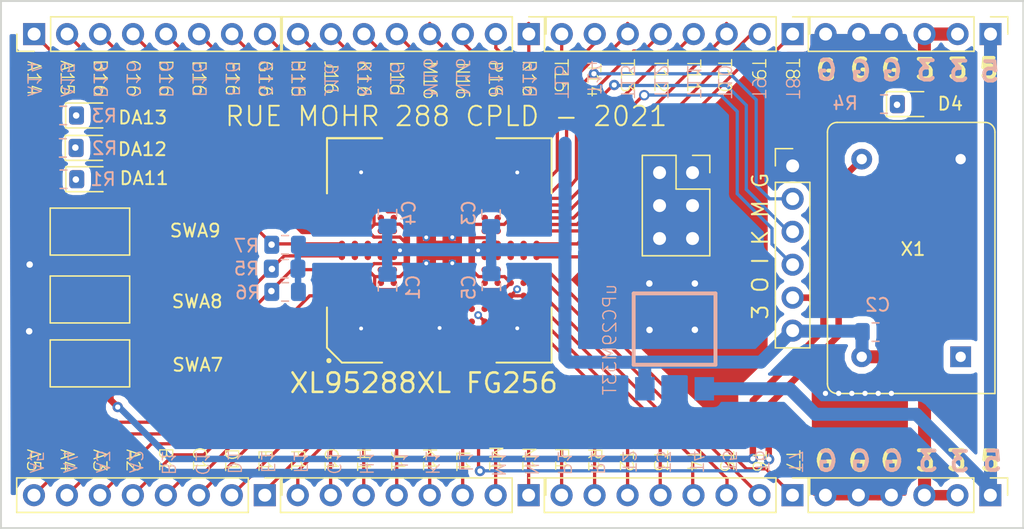
<source format=kicad_pcb>
(kicad_pcb (version 20171130) (host pcbnew 5.0.2+dfsg1-1)

  (general
    (thickness 1.6)
    (drawings 131)
    (tracks 546)
    (zones 0)
    (modules 32)
    (nets 75)
  )

  (page A4)
  (layers
    (0 F.Cu signal)
    (31 B.Cu signal)
    (32 B.Adhes user)
    (33 F.Adhes user)
    (34 B.Paste user hide)
    (35 F.Paste user hide)
    (36 B.SilkS user)
    (37 F.SilkS user)
    (38 B.Mask user)
    (39 F.Mask user)
    (40 Dwgs.User user hide)
    (41 Cmts.User user hide)
    (42 Eco1.User user)
    (43 Eco2.User user)
    (44 Edge.Cuts user)
    (45 Margin user)
    (46 B.CrtYd user hide)
    (47 F.CrtYd user hide)
    (48 B.Fab user)
    (49 F.Fab user hide)
  )

  (setup
    (last_trace_width 0.25)
    (user_trace_width 0.5)
    (user_trace_width 0.8)
    (user_trace_width 1)
    (trace_clearance 0.1)
    (zone_clearance 0.508)
    (zone_45_only no)
    (trace_min 0.16)
    (segment_width 0.2)
    (edge_width 0.15)
    (via_size 0.8)
    (via_drill 0.4)
    (via_min_size 0.508)
    (via_min_drill 0.254)
    (user_via 0.6 0.3)
    (user_via 0.8 0.4)
    (user_via 0.8 0.5)
    (uvia_size 0.3)
    (uvia_drill 0.1)
    (uvias_allowed no)
    (uvia_min_size 0.2)
    (uvia_min_drill 0.1)
    (pcb_text_width 0.1)
    (pcb_text_size 1 1)
    (mod_edge_width 0.15)
    (mod_text_size 1 1)
    (mod_text_width 0.15)
    (pad_size 1.524 1.524)
    (pad_drill 0.762)
    (pad_to_mask_clearance 0.051)
    (solder_mask_min_width 0.25)
    (aux_axis_origin 0 0)
    (visible_elements FFFFFF7F)
    (pcbplotparams
      (layerselection 0x010fc_ffffffff)
      (usegerberextensions false)
      (usegerberattributes false)
      (usegerberadvancedattributes false)
      (creategerberjobfile false)
      (excludeedgelayer true)
      (linewidth 0.100000)
      (plotframeref false)
      (viasonmask false)
      (mode 1)
      (useauxorigin false)
      (hpglpennumber 1)
      (hpglpenspeed 20)
      (hpglpendiameter 15.000000)
      (psnegative false)
      (psa4output false)
      (plotreference true)
      (plotvalue true)
      (plotinvisibletext false)
      (padsonsilk false)
      (subtractmaskfromsilk false)
      (outputformat 1)
      (mirror false)
      (drillshape 1)
      (scaleselection 1)
      (outputdirectory ""))
  )

  (net 0 "")
  (net 1 "Net-(U1-PadA6)")
  (net 2 "Net-(U1-PadC4)")
  (net 3 "Net-(U1-PadD3)")
  (net 4 "Net-(U1-PadD4)")
  (net 5 "Net-(U1-PadE3)")
  (net 6 "Net-(U1-PadM2)")
  (net 7 "Net-(U1-PadE5)")
  (net 8 "Net-(U1-PadP5)")
  (net 9 "Net-(J4-Pad8)")
  (net 10 "Net-(J4-Pad7)")
  (net 11 "Net-(J4-Pad6)")
  (net 12 "Net-(J4-Pad5)")
  (net 13 "Net-(J5-Pad4)")
  (net 14 "Net-(J5-Pad3)")
  (net 15 "Net-(J5-Pad2)")
  (net 16 "Net-(J5-Pad1)")
  (net 17 "Net-(J2-Pad5)")
  (net 18 "Net-(J2-Pad4)")
  (net 19 "Net-(J2-Pad3)")
  (net 20 "Net-(J2-Pad2)")
  (net 21 "Net-(J2-Pad8)")
  (net 22 "Net-(J6-Pad3)")
  (net 23 "Net-(J6-Pad1)")
  (net 24 "Net-(J6-Pad2)")
  (net 25 "Net-(J3-Pad5)")
  (net 26 "Net-(J3-Pad3)")
  (net 27 "Net-(J3-Pad2)")
  (net 28 "Net-(J2-Pad7)")
  (net 29 "Net-(J2-Pad6)")
  (net 30 "Net-(J4-Pad3)")
  (net 31 "Net-(J4-Pad2)")
  (net 32 "Net-(J3-Pad8)")
  (net 33 "Net-(J3-Pad7)")
  (net 34 "Net-(J4-Pad1)")
  (net 35 "Net-(J4-Pad4)")
  (net 36 "Net-(J6-Pad8)")
  (net 37 "Net-(J5-Pad5)")
  (net 38 "Net-(J5-Pad6)")
  (net 39 "Net-(J5-Pad7)")
  (net 40 "Net-(J5-Pad8)")
  (net 41 "Net-(J6-Pad4)")
  (net 42 "Net-(J6-Pad5)")
  (net 43 "Net-(J6-Pad6)")
  (net 44 "Net-(J6-Pad7)")
  (net 45 "Net-(J3-Pad4)")
  (net 46 "Net-(J3-Pad6)")
  (net 47 "Net-(J2-Pad1)")
  (net 48 "Net-(J3-Pad1)")
  (net 49 "Net-(J7-Pad1)")
  (net 50 "Net-(J7-Pad2)")
  (net 51 "Net-(J7-Pad3)")
  (net 52 "Net-(J7-Pad4)")
  (net 53 "Net-(J7-Pad5)")
  (net 54 "Net-(J7-Pad6)")
  (net 55 "Net-(J7-Pad7)")
  (net 56 "Net-(J7-Pad8)")
  (net 57 "Net-(X1-Pad1)")
  (net 58 "Net-(R5-Pad2)")
  (net 59 "Net-(D4-Pad1)")
  (net 60 "Net-(R6-Pad2)")
  (net 61 "Net-(R7-Pad2)")
  (net 62 "Net-(J8-Pad1)")
  (net 63 "Net-(3OIKMG1-Pad6)")
  (net 64 "Net-(3OIKMG1-Pad1)")
  (net 65 "Net-(3OIKMG1-Pad5)")
  (net 66 "Net-(3OIKMG1-Pad4)")
  (net 67 "Net-(3OIKMG1-Pad2)")
  (net 68 "Net-(3OIKMG1-Pad3)")
  (net 69 "Net-(DA13-Pad2)")
  (net 70 "Net-(DA12-Pad2)")
  (net 71 "Net-(DA11-Pad2)")
  (net 72 "Net-(DA13-Pad1)")
  (net 73 "Net-(DA12-Pad1)")
  (net 74 "Net-(DA11-Pad1)")

  (net_class Default "This is the default net class."
    (clearance 0.1)
    (trace_width 0.25)
    (via_dia 0.8)
    (via_drill 0.4)
    (uvia_dia 0.3)
    (uvia_drill 0.1)
    (add_net "Net-(3OIKMG1-Pad1)")
    (add_net "Net-(3OIKMG1-Pad2)")
    (add_net "Net-(3OIKMG1-Pad3)")
    (add_net "Net-(3OIKMG1-Pad4)")
    (add_net "Net-(3OIKMG1-Pad5)")
    (add_net "Net-(3OIKMG1-Pad6)")
    (add_net "Net-(D4-Pad1)")
    (add_net "Net-(DA11-Pad1)")
    (add_net "Net-(DA11-Pad2)")
    (add_net "Net-(DA12-Pad1)")
    (add_net "Net-(DA12-Pad2)")
    (add_net "Net-(DA13-Pad1)")
    (add_net "Net-(DA13-Pad2)")
    (add_net "Net-(J2-Pad1)")
    (add_net "Net-(J2-Pad2)")
    (add_net "Net-(J2-Pad3)")
    (add_net "Net-(J2-Pad4)")
    (add_net "Net-(J2-Pad5)")
    (add_net "Net-(J2-Pad6)")
    (add_net "Net-(J2-Pad7)")
    (add_net "Net-(J2-Pad8)")
    (add_net "Net-(J3-Pad1)")
    (add_net "Net-(J3-Pad2)")
    (add_net "Net-(J3-Pad3)")
    (add_net "Net-(J3-Pad4)")
    (add_net "Net-(J3-Pad5)")
    (add_net "Net-(J3-Pad6)")
    (add_net "Net-(J3-Pad7)")
    (add_net "Net-(J3-Pad8)")
    (add_net "Net-(J4-Pad1)")
    (add_net "Net-(J4-Pad2)")
    (add_net "Net-(J4-Pad3)")
    (add_net "Net-(J4-Pad4)")
    (add_net "Net-(J4-Pad5)")
    (add_net "Net-(J4-Pad6)")
    (add_net "Net-(J4-Pad7)")
    (add_net "Net-(J4-Pad8)")
    (add_net "Net-(J5-Pad1)")
    (add_net "Net-(J5-Pad2)")
    (add_net "Net-(J5-Pad3)")
    (add_net "Net-(J5-Pad4)")
    (add_net "Net-(J5-Pad5)")
    (add_net "Net-(J5-Pad6)")
    (add_net "Net-(J5-Pad7)")
    (add_net "Net-(J5-Pad8)")
    (add_net "Net-(J6-Pad1)")
    (add_net "Net-(J6-Pad2)")
    (add_net "Net-(J6-Pad3)")
    (add_net "Net-(J6-Pad4)")
    (add_net "Net-(J6-Pad5)")
    (add_net "Net-(J6-Pad6)")
    (add_net "Net-(J6-Pad7)")
    (add_net "Net-(J6-Pad8)")
    (add_net "Net-(J7-Pad1)")
    (add_net "Net-(J7-Pad2)")
    (add_net "Net-(J7-Pad3)")
    (add_net "Net-(J7-Pad4)")
    (add_net "Net-(J7-Pad5)")
    (add_net "Net-(J7-Pad6)")
    (add_net "Net-(J7-Pad7)")
    (add_net "Net-(J7-Pad8)")
    (add_net "Net-(J8-Pad1)")
    (add_net "Net-(R5-Pad2)")
    (add_net "Net-(R6-Pad2)")
    (add_net "Net-(R7-Pad2)")
    (add_net "Net-(U1-PadA6)")
    (add_net "Net-(U1-PadC4)")
    (add_net "Net-(U1-PadD3)")
    (add_net "Net-(U1-PadD4)")
    (add_net "Net-(U1-PadE3)")
    (add_net "Net-(U1-PadE5)")
    (add_net "Net-(U1-PadM2)")
    (add_net "Net-(U1-PadP5)")
    (add_net "Net-(X1-Pad1)")
  )

  (net_class power ""
    (clearance 0.2)
    (trace_width 0.5)
    (via_dia 0.8)
    (via_drill 0.4)
    (uvia_dia 0.3)
    (uvia_drill 0.1)
  )

  (module Button_Switch_SMD:SW_SPST_FSMSM (layer F.Cu) (tedit 5A02FC95) (tstamp 611C6EBA)
    (at 121.1506 87.63 180)
    (descr http://www.te.com/commerce/DocumentDelivery/DDEController?Action=srchrtrv&DocNm=1437566-3&DocType=Customer+Drawing&DocLang=English)
    (tags "SPST button tactile switch")
    (path /61BC9AAD)
    (attr smd)
    (fp_text reference SWA9 (at -8.11 0.0762 180) (layer F.SilkS)
      (effects (font (size 1 1) (thickness 0.15)))
    )
    (fp_text value SW_Push (at 0 3 180) (layer F.Fab)
      (effects (font (size 1 1) (thickness 0.15)))
    )
    (fp_text user %R (at 0 -2.6 180) (layer F.Fab)
      (effects (font (size 1 1) (thickness 0.15)))
    )
    (fp_line (start -1.75 -1) (end 1.75 -1) (layer F.Fab) (width 0.1))
    (fp_line (start 1.75 -1) (end 1.75 1) (layer F.Fab) (width 0.1))
    (fp_line (start 1.75 1) (end -1.75 1) (layer F.Fab) (width 0.1))
    (fp_line (start -1.75 1) (end -1.75 -1) (layer F.Fab) (width 0.1))
    (fp_line (start -3.06 -1.81) (end 3.06 -1.81) (layer F.SilkS) (width 0.12))
    (fp_line (start 3.06 -1.81) (end 3.06 1.81) (layer F.SilkS) (width 0.12))
    (fp_line (start 3.06 1.81) (end -3.06 1.81) (layer F.SilkS) (width 0.12))
    (fp_line (start -3.06 1.81) (end -3.06 -1.81) (layer F.SilkS) (width 0.12))
    (fp_line (start -1.5 0.8) (end 1.5 0.8) (layer F.Fab) (width 0.1))
    (fp_line (start -1.5 -0.8) (end 1.5 -0.8) (layer F.Fab) (width 0.1))
    (fp_line (start 1.5 -0.8) (end 1.5 0.8) (layer F.Fab) (width 0.1))
    (fp_line (start -1.5 -0.8) (end -1.5 0.8) (layer F.Fab) (width 0.1))
    (fp_line (start -5.95 2) (end 5.95 2) (layer F.CrtYd) (width 0.05))
    (fp_line (start 5.95 -2) (end 5.95 2) (layer F.CrtYd) (width 0.05))
    (fp_line (start -3 1.75) (end 3 1.75) (layer F.Fab) (width 0.1))
    (fp_line (start -3 -1.75) (end 3 -1.75) (layer F.Fab) (width 0.1))
    (fp_line (start -3 -1.75) (end -3 1.75) (layer F.Fab) (width 0.1))
    (fp_line (start 3 -1.75) (end 3 1.75) (layer F.Fab) (width 0.1))
    (fp_line (start -5.95 -2) (end -5.95 2) (layer F.CrtYd) (width 0.05))
    (fp_line (start -5.95 -2) (end 5.95 -2) (layer F.CrtYd) (width 0.05))
    (pad 1 smd rect (at -4.59 0 180) (size 2.18 1.6) (layers F.Cu F.Paste F.Mask)
      (net 61 "Net-(R7-Pad2)"))
    (pad 2 smd rect (at 4.59 0 180) (size 2.18 1.6) (layers F.Cu F.Paste F.Mask)
      (net 64 "Net-(3OIKMG1-Pad1)"))
    (model ${KISYS3DMOD}/Button_Switch_SMD.3dshapes/SW_SPST_FSMSM.wrl
      (at (xyz 0 0 0))
      (scale (xyz 1 1 1))
      (rotate (xyz 0 0 0))
    )
  )

  (module Button_Switch_SMD:SW_SPST_FSMSM (layer F.Cu) (tedit 5A02FC95) (tstamp 611C56B8)
    (at 121.1506 92.8624 180)
    (descr http://www.te.com/commerce/DocumentDelivery/DDEController?Action=srchrtrv&DocNm=1437566-3&DocType=Customer+Drawing&DocLang=English)
    (tags "SPST button tactile switch")
    (path /61644581)
    (attr smd)
    (fp_text reference SWA8 (at -8.2624 -0.1524 180) (layer F.SilkS)
      (effects (font (size 1 1) (thickness 0.15)))
    )
    (fp_text value SW_Push (at 0 3 180) (layer F.Fab)
      (effects (font (size 1 1) (thickness 0.15)))
    )
    (fp_line (start -5.95 -2) (end 5.95 -2) (layer F.CrtYd) (width 0.05))
    (fp_line (start -5.95 -2) (end -5.95 2) (layer F.CrtYd) (width 0.05))
    (fp_line (start 3 -1.75) (end 3 1.75) (layer F.Fab) (width 0.1))
    (fp_line (start -3 -1.75) (end -3 1.75) (layer F.Fab) (width 0.1))
    (fp_line (start -3 -1.75) (end 3 -1.75) (layer F.Fab) (width 0.1))
    (fp_line (start -3 1.75) (end 3 1.75) (layer F.Fab) (width 0.1))
    (fp_line (start 5.95 -2) (end 5.95 2) (layer F.CrtYd) (width 0.05))
    (fp_line (start -5.95 2) (end 5.95 2) (layer F.CrtYd) (width 0.05))
    (fp_line (start -1.5 -0.8) (end -1.5 0.8) (layer F.Fab) (width 0.1))
    (fp_line (start 1.5 -0.8) (end 1.5 0.8) (layer F.Fab) (width 0.1))
    (fp_line (start -1.5 -0.8) (end 1.5 -0.8) (layer F.Fab) (width 0.1))
    (fp_line (start -1.5 0.8) (end 1.5 0.8) (layer F.Fab) (width 0.1))
    (fp_line (start -3.06 1.81) (end -3.06 -1.81) (layer F.SilkS) (width 0.12))
    (fp_line (start 3.06 1.81) (end -3.06 1.81) (layer F.SilkS) (width 0.12))
    (fp_line (start 3.06 -1.81) (end 3.06 1.81) (layer F.SilkS) (width 0.12))
    (fp_line (start -3.06 -1.81) (end 3.06 -1.81) (layer F.SilkS) (width 0.12))
    (fp_line (start -1.75 1) (end -1.75 -1) (layer F.Fab) (width 0.1))
    (fp_line (start 1.75 1) (end -1.75 1) (layer F.Fab) (width 0.1))
    (fp_line (start 1.75 -1) (end 1.75 1) (layer F.Fab) (width 0.1))
    (fp_line (start -1.75 -1) (end 1.75 -1) (layer F.Fab) (width 0.1))
    (fp_text user %R (at 0 -2.6 180) (layer F.Fab)
      (effects (font (size 1 1) (thickness 0.15)))
    )
    (pad 2 smd rect (at 4.59 0 180) (size 2.18 1.6) (layers F.Cu F.Paste F.Mask)
      (net 64 "Net-(3OIKMG1-Pad1)"))
    (pad 1 smd rect (at -4.59 0 180) (size 2.18 1.6) (layers F.Cu F.Paste F.Mask)
      (net 58 "Net-(R5-Pad2)"))
    (model ${KISYS3DMOD}/Button_Switch_SMD.3dshapes/SW_SPST_FSMSM.wrl
      (at (xyz 0 0 0))
      (scale (xyz 1 1 1))
      (rotate (xyz 0 0 0))
    )
  )

  (module Button_Switch_SMD:SW_SPST_FSMSM (layer F.Cu) (tedit 5A02FC95) (tstamp 611C569D)
    (at 121.1506 97.79 180)
    (descr http://www.te.com/commerce/DocumentDelivery/DDEController?Action=srchrtrv&DocNm=1437566-3&DocType=Customer+Drawing&DocLang=English)
    (tags "SPST button tactile switch")
    (path /6167AB5C)
    (attr smd)
    (fp_text reference SWA7 (at -8.3005 -0.1143 180) (layer F.SilkS)
      (effects (font (size 1 1) (thickness 0.15)))
    )
    (fp_text value SW_Push (at 0 3 180) (layer F.Fab)
      (effects (font (size 1 1) (thickness 0.15)))
    )
    (fp_text user %R (at 0 -2.6 180) (layer F.Fab)
      (effects (font (size 1 1) (thickness 0.15)))
    )
    (fp_line (start -1.75 -1) (end 1.75 -1) (layer F.Fab) (width 0.1))
    (fp_line (start 1.75 -1) (end 1.75 1) (layer F.Fab) (width 0.1))
    (fp_line (start 1.75 1) (end -1.75 1) (layer F.Fab) (width 0.1))
    (fp_line (start -1.75 1) (end -1.75 -1) (layer F.Fab) (width 0.1))
    (fp_line (start -3.06 -1.81) (end 3.06 -1.81) (layer F.SilkS) (width 0.12))
    (fp_line (start 3.06 -1.81) (end 3.06 1.81) (layer F.SilkS) (width 0.12))
    (fp_line (start 3.06 1.81) (end -3.06 1.81) (layer F.SilkS) (width 0.12))
    (fp_line (start -3.06 1.81) (end -3.06 -1.81) (layer F.SilkS) (width 0.12))
    (fp_line (start -1.5 0.8) (end 1.5 0.8) (layer F.Fab) (width 0.1))
    (fp_line (start -1.5 -0.8) (end 1.5 -0.8) (layer F.Fab) (width 0.1))
    (fp_line (start 1.5 -0.8) (end 1.5 0.8) (layer F.Fab) (width 0.1))
    (fp_line (start -1.5 -0.8) (end -1.5 0.8) (layer F.Fab) (width 0.1))
    (fp_line (start -5.95 2) (end 5.95 2) (layer F.CrtYd) (width 0.05))
    (fp_line (start 5.95 -2) (end 5.95 2) (layer F.CrtYd) (width 0.05))
    (fp_line (start -3 1.75) (end 3 1.75) (layer F.Fab) (width 0.1))
    (fp_line (start -3 -1.75) (end 3 -1.75) (layer F.Fab) (width 0.1))
    (fp_line (start -3 -1.75) (end -3 1.75) (layer F.Fab) (width 0.1))
    (fp_line (start 3 -1.75) (end 3 1.75) (layer F.Fab) (width 0.1))
    (fp_line (start -5.95 -2) (end -5.95 2) (layer F.CrtYd) (width 0.05))
    (fp_line (start -5.95 -2) (end 5.95 -2) (layer F.CrtYd) (width 0.05))
    (pad 1 smd rect (at -4.59 0 180) (size 2.18 1.6) (layers F.Cu F.Paste F.Mask)
      (net 60 "Net-(R6-Pad2)"))
    (pad 2 smd rect (at 4.59 0 180) (size 2.18 1.6) (layers F.Cu F.Paste F.Mask)
      (net 64 "Net-(3OIKMG1-Pad1)"))
    (model ${KISYS3DMOD}/Button_Switch_SMD.3dshapes/SW_SPST_FSMSM.wrl
      (at (xyz 0 0 0))
      (scale (xyz 1 1 1))
      (rotate (xyz 0 0 0))
    )
  )

  (module LED_SMD:LED_0805_2012Metric_Pad1.15x1.40mm_HandSolder (layer F.Cu) (tedit 5B4B45C9) (tstamp 611A9B92)
    (at 121.1416 78.6765)
    (descr "LED SMD 0805 (2012 Metric), square (rectangular) end terminal, IPC_7351 nominal, (Body size source: https://docs.google.com/spreadsheets/d/1BsfQQcO9C6DZCsRaXUlFlo91Tg2WpOkGARC1WS5S8t0/edit?usp=sharing), generated with kicad-footprint-generator")
    (tags "LED handsolder")
    (path /614394F7)
    (attr smd)
    (fp_text reference DA13 (at 4.0767 0.1651) (layer F.SilkS)
      (effects (font (size 1 1) (thickness 0.15)))
    )
    (fp_text value LED (at 0 1.65) (layer F.Fab)
      (effects (font (size 1 1) (thickness 0.15)))
    )
    (fp_line (start 1 -0.6) (end -0.7 -0.6) (layer F.Fab) (width 0.1))
    (fp_line (start -0.7 -0.6) (end -1 -0.3) (layer F.Fab) (width 0.1))
    (fp_line (start -1 -0.3) (end -1 0.6) (layer F.Fab) (width 0.1))
    (fp_line (start -1 0.6) (end 1 0.6) (layer F.Fab) (width 0.1))
    (fp_line (start 1 0.6) (end 1 -0.6) (layer F.Fab) (width 0.1))
    (fp_line (start 1 -0.96) (end -1.86 -0.96) (layer F.SilkS) (width 0.12))
    (fp_line (start -1.86 -0.96) (end -1.86 0.96) (layer F.SilkS) (width 0.12))
    (fp_line (start -1.86 0.96) (end 1 0.96) (layer F.SilkS) (width 0.12))
    (fp_line (start -1.85 0.95) (end -1.85 -0.95) (layer F.CrtYd) (width 0.05))
    (fp_line (start -1.85 -0.95) (end 1.85 -0.95) (layer F.CrtYd) (width 0.05))
    (fp_line (start 1.85 -0.95) (end 1.85 0.95) (layer F.CrtYd) (width 0.05))
    (fp_line (start 1.85 0.95) (end -1.85 0.95) (layer F.CrtYd) (width 0.05))
    (fp_text user %R (at 0 0) (layer F.Fab)
      (effects (font (size 0.5 0.5) (thickness 0.08)))
    )
    (pad 1 smd roundrect (at -1.025 0) (size 1.15 1.4) (layers F.Cu F.Paste F.Mask) (roundrect_rratio 0.217391)
      (net 72 "Net-(DA13-Pad1)"))
    (pad 2 smd roundrect (at 1.025 0) (size 1.15 1.4) (layers F.Cu F.Paste F.Mask) (roundrect_rratio 0.217391)
      (net 69 "Net-(DA13-Pad2)"))
    (model ${KISYS3DMOD}/LED_SMD.3dshapes/LED_0805_2012Metric.wrl
      (at (xyz 0 0 0))
      (scale (xyz 1 1 1))
      (rotate (xyz 0 0 0))
    )
  )

  (module LED_SMD:LED_0805_2012Metric_Pad1.15x1.40mm_HandSolder (layer F.Cu) (tedit 5B4B45C9) (tstamp 611A9B7F)
    (at 121.1162 81.1784)
    (descr "LED SMD 0805 (2012 Metric), square (rectangular) end terminal, IPC_7351 nominal, (Body size source: https://docs.google.com/spreadsheets/d/1BsfQQcO9C6DZCsRaXUlFlo91Tg2WpOkGARC1WS5S8t0/edit?usp=sharing), generated with kicad-footprint-generator")
    (tags "LED handsolder")
    (path /6143947F)
    (attr smd)
    (fp_text reference DA12 (at 4.073 0.1016) (layer F.SilkS)
      (effects (font (size 1 1) (thickness 0.15)))
    )
    (fp_text value LED (at 0 1.65) (layer F.Fab)
      (effects (font (size 1 1) (thickness 0.15)))
    )
    (fp_text user %R (at 0 0) (layer F.Fab)
      (effects (font (size 0.5 0.5) (thickness 0.08)))
    )
    (fp_line (start 1.85 0.95) (end -1.85 0.95) (layer F.CrtYd) (width 0.05))
    (fp_line (start 1.85 -0.95) (end 1.85 0.95) (layer F.CrtYd) (width 0.05))
    (fp_line (start -1.85 -0.95) (end 1.85 -0.95) (layer F.CrtYd) (width 0.05))
    (fp_line (start -1.85 0.95) (end -1.85 -0.95) (layer F.CrtYd) (width 0.05))
    (fp_line (start -1.86 0.96) (end 1 0.96) (layer F.SilkS) (width 0.12))
    (fp_line (start -1.86 -0.96) (end -1.86 0.96) (layer F.SilkS) (width 0.12))
    (fp_line (start 1 -0.96) (end -1.86 -0.96) (layer F.SilkS) (width 0.12))
    (fp_line (start 1 0.6) (end 1 -0.6) (layer F.Fab) (width 0.1))
    (fp_line (start -1 0.6) (end 1 0.6) (layer F.Fab) (width 0.1))
    (fp_line (start -1 -0.3) (end -1 0.6) (layer F.Fab) (width 0.1))
    (fp_line (start -0.7 -0.6) (end -1 -0.3) (layer F.Fab) (width 0.1))
    (fp_line (start 1 -0.6) (end -0.7 -0.6) (layer F.Fab) (width 0.1))
    (pad 2 smd roundrect (at 1.025 0) (size 1.15 1.4) (layers F.Cu F.Paste F.Mask) (roundrect_rratio 0.217391)
      (net 70 "Net-(DA12-Pad2)"))
    (pad 1 smd roundrect (at -1.025 0) (size 1.15 1.4) (layers F.Cu F.Paste F.Mask) (roundrect_rratio 0.217391)
      (net 73 "Net-(DA12-Pad1)"))
    (model ${KISYS3DMOD}/LED_SMD.3dshapes/LED_0805_2012Metric.wrl
      (at (xyz 0 0 0))
      (scale (xyz 1 1 1))
      (rotate (xyz 0 0 0))
    )
  )

  (module LED_SMD:LED_0805_2012Metric_Pad1.15x1.40mm_HandSolder (layer F.Cu) (tedit 5B4B45C9) (tstamp 611AA0CE)
    (at 121.158 83.5914)
    (descr "LED SMD 0805 (2012 Metric), square (rectangular) end terminal, IPC_7351 nominal, (Body size source: https://docs.google.com/spreadsheets/d/1BsfQQcO9C6DZCsRaXUlFlo91Tg2WpOkGARC1WS5S8t0/edit?usp=sharing), generated with kicad-footprint-generator")
    (tags "LED handsolder")
    (path /614393CD)
    (attr smd)
    (fp_text reference DA11 (at 4.1656 -0.0762) (layer F.SilkS)
      (effects (font (size 1 1) (thickness 0.15)))
    )
    (fp_text value LED (at 0 1.65) (layer F.Fab)
      (effects (font (size 1 1) (thickness 0.15)))
    )
    (fp_line (start 1 -0.6) (end -0.7 -0.6) (layer F.Fab) (width 0.1))
    (fp_line (start -0.7 -0.6) (end -1 -0.3) (layer F.Fab) (width 0.1))
    (fp_line (start -1 -0.3) (end -1 0.6) (layer F.Fab) (width 0.1))
    (fp_line (start -1 0.6) (end 1 0.6) (layer F.Fab) (width 0.1))
    (fp_line (start 1 0.6) (end 1 -0.6) (layer F.Fab) (width 0.1))
    (fp_line (start 1 -0.96) (end -1.86 -0.96) (layer F.SilkS) (width 0.12))
    (fp_line (start -1.86 -0.96) (end -1.86 0.96) (layer F.SilkS) (width 0.12))
    (fp_line (start -1.86 0.96) (end 1 0.96) (layer F.SilkS) (width 0.12))
    (fp_line (start -1.85 0.95) (end -1.85 -0.95) (layer F.CrtYd) (width 0.05))
    (fp_line (start -1.85 -0.95) (end 1.85 -0.95) (layer F.CrtYd) (width 0.05))
    (fp_line (start 1.85 -0.95) (end 1.85 0.95) (layer F.CrtYd) (width 0.05))
    (fp_line (start 1.85 0.95) (end -1.85 0.95) (layer F.CrtYd) (width 0.05))
    (fp_text user %R (at 0 0) (layer F.Fab)
      (effects (font (size 0.5 0.5) (thickness 0.08)))
    )
    (pad 1 smd roundrect (at -1.025 0) (size 1.15 1.4) (layers F.Cu F.Paste F.Mask) (roundrect_rratio 0.217391)
      (net 74 "Net-(DA11-Pad1)"))
    (pad 2 smd roundrect (at 1.025 0) (size 1.15 1.4) (layers F.Cu F.Paste F.Mask) (roundrect_rratio 0.217391)
      (net 71 "Net-(DA11-Pad2)"))
    (model ${KISYS3DMOD}/LED_SMD.3dshapes/LED_0805_2012Metric.wrl
      (at (xyz 0 0 0))
      (scale (xyz 1 1 1))
      (rotate (xyz 0 0 0))
    )
  )

  (module Connector_PinSocket_2.54mm:PinSocket_2x03_P2.54mm_Vertical (layer F.Cu) (tedit 6118274C) (tstamp 61168FED)
    (at 167.5638 83.0834)
    (descr "Through hole straight socket strip, 2x03, 2.54mm pitch, double cols (from Kicad 4.0.7), script generated")
    (tags "Through hole socket strip THT 2x03 2.54mm double row")
    (path /62E8DBE8)
    (fp_text reference J1 (at -1.27 -2.77) (layer F.Fab)
      (effects (font (size 1 1) (thickness 0.15)))
    )
    (fp_text value Conn_02x03_Odd_Even (at -1.27 7.85) (layer F.Fab)
      (effects (font (size 1 1) (thickness 0.15)))
    )
    (fp_line (start -3.81 -1.27) (end 0.27 -1.27) (layer F.Fab) (width 0.1))
    (fp_line (start 0.27 -1.27) (end 1.27 -0.27) (layer F.Fab) (width 0.1))
    (fp_line (start 1.27 -0.27) (end 1.27 6.35) (layer F.Fab) (width 0.1))
    (fp_line (start 1.27 6.35) (end -3.81 6.35) (layer F.Fab) (width 0.1))
    (fp_line (start -3.81 6.35) (end -3.81 -1.27) (layer F.Fab) (width 0.1))
    (fp_line (start -3.87 -1.33) (end -1.27 -1.33) (layer F.SilkS) (width 0.12))
    (fp_line (start -3.87 -1.33) (end -3.87 6.41) (layer F.SilkS) (width 0.12))
    (fp_line (start -3.87 6.41) (end 1.33 6.41) (layer F.SilkS) (width 0.12))
    (fp_line (start 1.33 1.27) (end 1.33 6.41) (layer F.SilkS) (width 0.12))
    (fp_line (start -1.27 1.27) (end 1.33 1.27) (layer F.SilkS) (width 0.12))
    (fp_line (start -1.27 -1.33) (end -1.27 1.27) (layer F.SilkS) (width 0.12))
    (fp_line (start 1.33 -1.33) (end 1.33 0) (layer F.SilkS) (width 0.12))
    (fp_line (start 0 -1.33) (end 1.33 -1.33) (layer F.SilkS) (width 0.12))
    (fp_line (start -4.34 -1.8) (end 1.76 -1.8) (layer F.CrtYd) (width 0.05))
    (fp_line (start 1.76 -1.8) (end 1.76 6.85) (layer F.CrtYd) (width 0.05))
    (fp_line (start 1.76 6.85) (end -4.34 6.85) (layer F.CrtYd) (width 0.05))
    (fp_line (start -4.34 6.85) (end -4.34 -1.8) (layer F.CrtYd) (width 0.05))
    (fp_text user %R (at -1.27 2.54 90) (layer F.Fab)
      (effects (font (size 1 1) (thickness 0.15)))
    )
    (pad 1 thru_hole rect (at 0 0) (size 1.7 1.7) (drill 1) (layers *.Cu *.Mask)
      (net 64 "Net-(3OIKMG1-Pad1)"))
    (pad 2 thru_hole oval (at -2.54 0) (size 1.7 1.7) (drill 1) (layers *.Cu *.Mask)
      (net 64 "Net-(3OIKMG1-Pad1)"))
    (pad 3 thru_hole oval (at 0 2.54) (size 1.7 1.7) (drill 1) (layers *.Cu *.Mask)
      (net 64 "Net-(3OIKMG1-Pad1)"))
    (pad 4 thru_hole oval (at -2.54 2.54) (size 1.7 1.7) (drill 1) (layers *.Cu *.Mask)
      (net 64 "Net-(3OIKMG1-Pad1)"))
    (pad 5 thru_hole oval (at 0 5.08) (size 1.7 1.7) (drill 1) (layers *.Cu *.Mask)
      (net 64 "Net-(3OIKMG1-Pad1)"))
    (pad 6 thru_hole oval (at -2.54 5.08) (size 1.7 1.7) (drill 1) (layers *.Cu *.Mask)
      (net 64 "Net-(3OIKMG1-Pad1)"))
    (model ${KISYS3DMOD}/Connector_PinSocket_2.54mm.3dshapes/PinSocket_2x03_P2.54mm_Vertical.wrl
      (at (xyz 0 0 0))
      (scale (xyz 1 1 1))
      (rotate (xyz 0 0 0))
    )
  )

  (module Capacitor_SMD:C_0805_2012Metric_Pad1.15x1.40mm_HandSolder (layer B.Cu) (tedit 5B36C52B) (tstamp 61161A3E)
    (at 144.0688 91.9443 270)
    (descr "Capacitor SMD 0805 (2012 Metric), square (rectangular) end terminal, IPC_7351 nominal with elongated pad for handsoldering. (Body size source: https://docs.google.com/spreadsheets/d/1BsfQQcO9C6DZCsRaXUlFlo91Tg2WpOkGARC1WS5S8t0/edit?usp=sharing), generated with kicad-footprint-generator")
    (tags "capacitor handsolder")
    (path /62E8A18F)
    (attr smd)
    (fp_text reference C1 (at -0.009 -1.9685 270) (layer B.SilkS)
      (effects (font (size 1 1) (thickness 0.15)) (justify mirror))
    )
    (fp_text value C (at 0 -1.65 270) (layer B.Fab)
      (effects (font (size 1 1) (thickness 0.15)) (justify mirror))
    )
    (fp_line (start -1 -0.6) (end -1 0.6) (layer B.Fab) (width 0.1))
    (fp_line (start -1 0.6) (end 1 0.6) (layer B.Fab) (width 0.1))
    (fp_line (start 1 0.6) (end 1 -0.6) (layer B.Fab) (width 0.1))
    (fp_line (start 1 -0.6) (end -1 -0.6) (layer B.Fab) (width 0.1))
    (fp_line (start -0.261252 0.71) (end 0.261252 0.71) (layer B.SilkS) (width 0.12))
    (fp_line (start -0.261252 -0.71) (end 0.261252 -0.71) (layer B.SilkS) (width 0.12))
    (fp_line (start -1.85 -0.95) (end -1.85 0.95) (layer B.CrtYd) (width 0.05))
    (fp_line (start -1.85 0.95) (end 1.85 0.95) (layer B.CrtYd) (width 0.05))
    (fp_line (start 1.85 0.95) (end 1.85 -0.95) (layer B.CrtYd) (width 0.05))
    (fp_line (start 1.85 -0.95) (end -1.85 -0.95) (layer B.CrtYd) (width 0.05))
    (fp_text user %R (at 0 0 270) (layer B.Fab)
      (effects (font (size 0.5 0.5) (thickness 0.08)) (justify mirror))
    )
    (pad 1 smd roundrect (at -1.025 0 270) (size 1.15 1.4) (layers B.Cu B.Paste B.Mask) (roundrect_rratio 0.217391)
      (net 63 "Net-(3OIKMG1-Pad6)"))
    (pad 2 smd roundrect (at 1.025 0 270) (size 1.15 1.4) (layers B.Cu B.Paste B.Mask) (roundrect_rratio 0.217391)
      (net 64 "Net-(3OIKMG1-Pad1)"))
    (model ${KISYS3DMOD}/Capacitor_SMD.3dshapes/C_0805_2012Metric.wrl
      (at (xyz 0 0 0))
      (scale (xyz 1 1 1))
      (rotate (xyz 0 0 0))
    )
  )

  (module Capacitor_SMD:C_0805_2012Metric_Pad1.15x1.40mm_HandSolder (layer B.Cu) (tedit 5B36C52B) (tstamp 61161A2D)
    (at 181.6608 95.377)
    (descr "Capacitor SMD 0805 (2012 Metric), square (rectangular) end terminal, IPC_7351 nominal with elongated pad for handsoldering. (Body size source: https://docs.google.com/spreadsheets/d/1BsfQQcO9C6DZCsRaXUlFlo91Tg2WpOkGARC1WS5S8t0/edit?usp=sharing), generated with kicad-footprint-generator")
    (tags "capacitor handsolder")
    (path /62E8A3AA)
    (attr smd)
    (fp_text reference C2 (at 0.1651 -2.0955) (layer B.SilkS)
      (effects (font (size 1 1) (thickness 0.15)) (justify mirror))
    )
    (fp_text value C (at 0 -1.65) (layer B.Fab)
      (effects (font (size 1 1) (thickness 0.15)) (justify mirror))
    )
    (fp_text user %R (at 0 0) (layer B.Fab)
      (effects (font (size 0.5 0.5) (thickness 0.08)) (justify mirror))
    )
    (fp_line (start 1.85 -0.95) (end -1.85 -0.95) (layer B.CrtYd) (width 0.05))
    (fp_line (start 1.85 0.95) (end 1.85 -0.95) (layer B.CrtYd) (width 0.05))
    (fp_line (start -1.85 0.95) (end 1.85 0.95) (layer B.CrtYd) (width 0.05))
    (fp_line (start -1.85 -0.95) (end -1.85 0.95) (layer B.CrtYd) (width 0.05))
    (fp_line (start -0.261252 -0.71) (end 0.261252 -0.71) (layer B.SilkS) (width 0.12))
    (fp_line (start -0.261252 0.71) (end 0.261252 0.71) (layer B.SilkS) (width 0.12))
    (fp_line (start 1 -0.6) (end -1 -0.6) (layer B.Fab) (width 0.1))
    (fp_line (start 1 0.6) (end 1 -0.6) (layer B.Fab) (width 0.1))
    (fp_line (start -1 0.6) (end 1 0.6) (layer B.Fab) (width 0.1))
    (fp_line (start -1 -0.6) (end -1 0.6) (layer B.Fab) (width 0.1))
    (pad 2 smd roundrect (at 1.025 0) (size 1.15 1.4) (layers B.Cu B.Paste B.Mask) (roundrect_rratio 0.217391)
      (net 64 "Net-(3OIKMG1-Pad1)"))
    (pad 1 smd roundrect (at -1.025 0) (size 1.15 1.4) (layers B.Cu B.Paste B.Mask) (roundrect_rratio 0.217391)
      (net 63 "Net-(3OIKMG1-Pad6)"))
    (model ${KISYS3DMOD}/Capacitor_SMD.3dshapes/C_0805_2012Metric.wrl
      (at (xyz 0 0 0))
      (scale (xyz 1 1 1))
      (rotate (xyz 0 0 0))
    )
  )

  (module Capacitor_SMD:C_0805_2012Metric_Pad1.15x1.40mm_HandSolder (layer B.Cu) (tedit 5B36C52B) (tstamp 61161A1C)
    (at 152.0444 86.2113 90)
    (descr "Capacitor SMD 0805 (2012 Metric), square (rectangular) end terminal, IPC_7351 nominal with elongated pad for handsoldering. (Body size source: https://docs.google.com/spreadsheets/d/1BsfQQcO9C6DZCsRaXUlFlo91Tg2WpOkGARC1WS5S8t0/edit?usp=sharing), generated with kicad-footprint-generator")
    (tags "capacitor handsolder")
    (path /62E8A803)
    (attr smd)
    (fp_text reference C3 (at 0.0164 -1.7145 90) (layer B.SilkS)
      (effects (font (size 1 1) (thickness 0.15)) (justify mirror))
    )
    (fp_text value C (at 0 -1.65 90) (layer B.Fab)
      (effects (font (size 1 1) (thickness 0.15)) (justify mirror))
    )
    (fp_line (start -1 -0.6) (end -1 0.6) (layer B.Fab) (width 0.1))
    (fp_line (start -1 0.6) (end 1 0.6) (layer B.Fab) (width 0.1))
    (fp_line (start 1 0.6) (end 1 -0.6) (layer B.Fab) (width 0.1))
    (fp_line (start 1 -0.6) (end -1 -0.6) (layer B.Fab) (width 0.1))
    (fp_line (start -0.261252 0.71) (end 0.261252 0.71) (layer B.SilkS) (width 0.12))
    (fp_line (start -0.261252 -0.71) (end 0.261252 -0.71) (layer B.SilkS) (width 0.12))
    (fp_line (start -1.85 -0.95) (end -1.85 0.95) (layer B.CrtYd) (width 0.05))
    (fp_line (start -1.85 0.95) (end 1.85 0.95) (layer B.CrtYd) (width 0.05))
    (fp_line (start 1.85 0.95) (end 1.85 -0.95) (layer B.CrtYd) (width 0.05))
    (fp_line (start 1.85 -0.95) (end -1.85 -0.95) (layer B.CrtYd) (width 0.05))
    (fp_text user %R (at 0 0 90) (layer B.Fab)
      (effects (font (size 0.5 0.5) (thickness 0.08)) (justify mirror))
    )
    (pad 1 smd roundrect (at -1.025 0 90) (size 1.15 1.4) (layers B.Cu B.Paste B.Mask) (roundrect_rratio 0.217391)
      (net 63 "Net-(3OIKMG1-Pad6)"))
    (pad 2 smd roundrect (at 1.025 0 90) (size 1.15 1.4) (layers B.Cu B.Paste B.Mask) (roundrect_rratio 0.217391)
      (net 64 "Net-(3OIKMG1-Pad1)"))
    (model ${KISYS3DMOD}/Capacitor_SMD.3dshapes/C_0805_2012Metric.wrl
      (at (xyz 0 0 0))
      (scale (xyz 1 1 1))
      (rotate (xyz 0 0 0))
    )
  )

  (module Capacitor_SMD:C_0805_2012Metric_Pad1.15x1.40mm_HandSolder (layer B.Cu) (tedit 5B36C52B) (tstamp 61161A0B)
    (at 144.0688 86.1859 90)
    (descr "Capacitor SMD 0805 (2012 Metric), square (rectangular) end terminal, IPC_7351 nominal with elongated pad for handsoldering. (Body size source: https://docs.google.com/spreadsheets/d/1BsfQQcO9C6DZCsRaXUlFlo91Tg2WpOkGARC1WS5S8t0/edit?usp=sharing), generated with kicad-footprint-generator")
    (tags "capacitor handsolder")
    (path /62E8ABCF)
    (attr smd)
    (fp_text reference C4 (at 0 1.65 90) (layer B.SilkS)
      (effects (font (size 1 1) (thickness 0.15)) (justify mirror))
    )
    (fp_text value C (at 0 -1.65 90) (layer B.Fab)
      (effects (font (size 1 1) (thickness 0.15)) (justify mirror))
    )
    (fp_text user %R (at 0 0 90) (layer B.Fab)
      (effects (font (size 0.5 0.5) (thickness 0.08)) (justify mirror))
    )
    (fp_line (start 1.85 -0.95) (end -1.85 -0.95) (layer B.CrtYd) (width 0.05))
    (fp_line (start 1.85 0.95) (end 1.85 -0.95) (layer B.CrtYd) (width 0.05))
    (fp_line (start -1.85 0.95) (end 1.85 0.95) (layer B.CrtYd) (width 0.05))
    (fp_line (start -1.85 -0.95) (end -1.85 0.95) (layer B.CrtYd) (width 0.05))
    (fp_line (start -0.261252 -0.71) (end 0.261252 -0.71) (layer B.SilkS) (width 0.12))
    (fp_line (start -0.261252 0.71) (end 0.261252 0.71) (layer B.SilkS) (width 0.12))
    (fp_line (start 1 -0.6) (end -1 -0.6) (layer B.Fab) (width 0.1))
    (fp_line (start 1 0.6) (end 1 -0.6) (layer B.Fab) (width 0.1))
    (fp_line (start -1 0.6) (end 1 0.6) (layer B.Fab) (width 0.1))
    (fp_line (start -1 -0.6) (end -1 0.6) (layer B.Fab) (width 0.1))
    (pad 2 smd roundrect (at 1.025 0 90) (size 1.15 1.4) (layers B.Cu B.Paste B.Mask) (roundrect_rratio 0.217391)
      (net 64 "Net-(3OIKMG1-Pad1)"))
    (pad 1 smd roundrect (at -1.025 0 90) (size 1.15 1.4) (layers B.Cu B.Paste B.Mask) (roundrect_rratio 0.217391)
      (net 63 "Net-(3OIKMG1-Pad6)"))
    (model ${KISYS3DMOD}/Capacitor_SMD.3dshapes/C_0805_2012Metric.wrl
      (at (xyz 0 0 0))
      (scale (xyz 1 1 1))
      (rotate (xyz 0 0 0))
    )
  )

  (module Capacitor_SMD:C_0805_2012Metric_Pad1.15x1.40mm_HandSolder (layer B.Cu) (tedit 5B36C52B) (tstamp 611619FA)
    (at 152.0698 91.9062 270)
    (descr "Capacitor SMD 0805 (2012 Metric), square (rectangular) end terminal, IPC_7351 nominal with elongated pad for handsoldering. (Body size source: https://docs.google.com/spreadsheets/d/1BsfQQcO9C6DZCsRaXUlFlo91Tg2WpOkGARC1WS5S8t0/edit?usp=sharing), generated with kicad-footprint-generator")
    (tags "capacitor handsolder")
    (path /62E8AA0A)
    (attr smd)
    (fp_text reference C5 (at 0.0291 1.7399 270) (layer B.SilkS)
      (effects (font (size 1 1) (thickness 0.15)) (justify mirror))
    )
    (fp_text value C (at 0 -1.65 270) (layer B.Fab)
      (effects (font (size 1 1) (thickness 0.15)) (justify mirror))
    )
    (fp_line (start -1 -0.6) (end -1 0.6) (layer B.Fab) (width 0.1))
    (fp_line (start -1 0.6) (end 1 0.6) (layer B.Fab) (width 0.1))
    (fp_line (start 1 0.6) (end 1 -0.6) (layer B.Fab) (width 0.1))
    (fp_line (start 1 -0.6) (end -1 -0.6) (layer B.Fab) (width 0.1))
    (fp_line (start -0.261252 0.71) (end 0.261252 0.71) (layer B.SilkS) (width 0.12))
    (fp_line (start -0.261252 -0.71) (end 0.261252 -0.71) (layer B.SilkS) (width 0.12))
    (fp_line (start -1.85 -0.95) (end -1.85 0.95) (layer B.CrtYd) (width 0.05))
    (fp_line (start -1.85 0.95) (end 1.85 0.95) (layer B.CrtYd) (width 0.05))
    (fp_line (start 1.85 0.95) (end 1.85 -0.95) (layer B.CrtYd) (width 0.05))
    (fp_line (start 1.85 -0.95) (end -1.85 -0.95) (layer B.CrtYd) (width 0.05))
    (fp_text user %R (at 0 0 270) (layer B.Fab)
      (effects (font (size 0.5 0.5) (thickness 0.08)) (justify mirror))
    )
    (pad 1 smd roundrect (at -1.025 0 270) (size 1.15 1.4) (layers B.Cu B.Paste B.Mask) (roundrect_rratio 0.217391)
      (net 63 "Net-(3OIKMG1-Pad6)"))
    (pad 2 smd roundrect (at 1.025 0 270) (size 1.15 1.4) (layers B.Cu B.Paste B.Mask) (roundrect_rratio 0.217391)
      (net 64 "Net-(3OIKMG1-Pad1)"))
    (model ${KISYS3DMOD}/Capacitor_SMD.3dshapes/C_0805_2012Metric.wrl
      (at (xyz 0 0 0))
      (scale (xyz 1 1 1))
      (rotate (xyz 0 0 0))
    )
  )

  (module Connector_PinHeader_2.54mm:PinHeader_1x06_P2.54mm_Vertical (layer F.Cu) (tedit 61182D2D) (tstamp 61161985)
    (at 175.2727 82.5627)
    (descr "Through hole straight pin header, 1x06, 2.54mm pitch, single row")
    (tags "Through hole pin header THT 1x06 2.54mm single row")
    (path /60EE9601)
    (fp_text reference 3OIKMG1 (at -2.587001 6.556999 90) (layer F.Fab)
      (effects (font (size 1 1) (thickness 0.15)))
    )
    (fp_text value Conn_01x06 (at 0 15.03) (layer F.Fab)
      (effects (font (size 1 1) (thickness 0.15)))
    )
    (fp_line (start -0.635 -1.27) (end 1.27 -1.27) (layer F.Fab) (width 0.1))
    (fp_line (start 1.27 -1.27) (end 1.27 13.97) (layer F.Fab) (width 0.1))
    (fp_line (start 1.27 13.97) (end -1.27 13.97) (layer F.Fab) (width 0.1))
    (fp_line (start -1.27 13.97) (end -1.27 -0.635) (layer F.Fab) (width 0.1))
    (fp_line (start -1.27 -0.635) (end -0.635 -1.27) (layer F.Fab) (width 0.1))
    (fp_line (start -1.33 14.03) (end 1.33 14.03) (layer F.SilkS) (width 0.12))
    (fp_line (start -1.33 1.27) (end -1.33 14.03) (layer F.SilkS) (width 0.12))
    (fp_line (start 1.33 1.27) (end 1.33 14.03) (layer F.SilkS) (width 0.12))
    (fp_line (start -1.33 1.27) (end 1.33 1.27) (layer F.SilkS) (width 0.12))
    (fp_line (start -1.33 0) (end -1.33 -1.33) (layer F.SilkS) (width 0.12))
    (fp_line (start -1.33 -1.33) (end 0 -1.33) (layer F.SilkS) (width 0.12))
    (fp_line (start -1.8 -1.8) (end -1.8 14.5) (layer F.CrtYd) (width 0.05))
    (fp_line (start -1.8 14.5) (end 1.8 14.5) (layer F.CrtYd) (width 0.05))
    (fp_line (start 1.8 14.5) (end 1.8 -1.8) (layer F.CrtYd) (width 0.05))
    (fp_line (start 1.8 -1.8) (end -1.8 -1.8) (layer F.CrtYd) (width 0.05))
    (fp_text user %R (at 0 6.35 90) (layer F.Fab)
      (effects (font (size 1 1) (thickness 0.15)))
    )
    (pad 1 thru_hole rect (at 0 0) (size 1.7 1.7) (drill 1) (layers *.Cu *.Mask)
      (net 64 "Net-(3OIKMG1-Pad1)"))
    (pad 2 thru_hole oval (at 0 2.54) (size 1.7 1.7) (drill 1) (layers *.Cu *.Mask)
      (net 67 "Net-(3OIKMG1-Pad2)"))
    (pad 3 thru_hole oval (at 0 5.08) (size 1.7 1.7) (drill 1) (layers *.Cu *.Mask)
      (net 68 "Net-(3OIKMG1-Pad3)"))
    (pad 4 thru_hole oval (at 0 7.62) (size 1.7 1.7) (drill 1) (layers *.Cu *.Mask)
      (net 66 "Net-(3OIKMG1-Pad4)"))
    (pad 5 thru_hole oval (at 0 10.16) (size 1.7 1.7) (drill 1) (layers *.Cu *.Mask)
      (net 65 "Net-(3OIKMG1-Pad5)"))
    (pad 6 thru_hole oval (at 0 12.7) (size 1.7 1.7) (drill 1) (layers *.Cu *.Mask)
      (net 63 "Net-(3OIKMG1-Pad6)"))
    (model ${KISYS3DMOD}/Connector_PinHeader_2.54mm.3dshapes/PinHeader_1x06_P2.54mm_Vertical.wrl
      (at (xyz 0 0 0))
      (scale (xyz 1 1 1))
      (rotate (xyz 0 0 0))
    )
  )

  (module Package_TO_SOT_SMD:SC-63 (layer B.Cu) (tedit 61182C3B) (tstamp 6115FE59)
    (at 166.1795 95.6945 180)
    (path /62E3400B)
    (fp_text reference U2 (at 0 1.75 180) (layer F.Fab)
      (effects (font (size 1 1) (thickness 0.15)))
    )
    (fp_text value LM7805_TO220 (at 0 2.75 180) (layer B.Fab)
      (effects (font (size 1 1) (thickness 0.15)) (justify mirror))
    )
    (fp_line (start -3.15 3.3) (end 3.15 3.3) (layer B.SilkS) (width 0.3))
    (fp_line (start 3.15 3.3) (end 3.15 -2.2) (layer B.SilkS) (width 0.3))
    (fp_line (start 3.15 -2.2) (end -3.15 -2.2) (layer B.SilkS) (width 0.3))
    (fp_line (start -3.15 -2.2) (end -3.15 3.3) (layer B.SilkS) (width 0.3))
    (fp_line (start -3.75 5.3) (end 3.75 5.3) (layer B.CrtYd) (width 0.3))
    (fp_line (start 3.75 5.3) (end 3.75 -5.45) (layer B.CrtYd) (width 0.3))
    (fp_line (start 3.75 -5.45) (end -3.75 -5.45) (layer B.CrtYd) (width 0.3))
    (fp_line (start -3.75 -5.45) (end -3.75 5.3) (layer B.CrtYd) (width 0.3))
    (pad 2 smd rect (at 0.1 2.25 180) (size 5.1 5.1) (layers B.Cu B.Paste B.Mask)
      (net 64 "Net-(3OIKMG1-Pad1)"))
    (pad 1 smd rect (at -2.29 -4.05 180) (size 1.5 1.8) (layers B.Cu B.Paste B.Mask)
      (net 62 "Net-(J8-Pad1)"))
    (pad 3 smd rect (at 2.29 -4.05 180) (size 1.5 1.8) (layers B.Cu B.Paste B.Mask)
      (net 63 "Net-(3OIKMG1-Pad6)"))
  )

  (module Resistor_SMD:R_0805_2012Metric_Pad1.15x1.40mm_HandSolder (layer B.Cu) (tedit 5B36C52B) (tstamp 60F7135E)
    (at 136.1821 88.646 180)
    (descr "Resistor SMD 0805 (2012 Metric), square (rectangular) end terminal, IPC_7351 nominal with elongated pad for handsoldering. (Body size source: https://docs.google.com/spreadsheets/d/1BsfQQcO9C6DZCsRaXUlFlo91Tg2WpOkGARC1WS5S8t0/edit?usp=sharing), generated with kicad-footprint-generator")
    (tags "resistor handsolder")
    (path /61BE5182)
    (attr smd)
    (fp_text reference R7 (at 2.9845 -0.0762) (layer B.SilkS)
      (effects (font (size 1 1) (thickness 0.15)) (justify mirror))
    )
    (fp_text value R_Small_US (at 0 -1.65 180) (layer B.Fab)
      (effects (font (size 1 1) (thickness 0.15)) (justify mirror))
    )
    (fp_line (start -1 -0.6) (end -1 0.6) (layer B.Fab) (width 0.1))
    (fp_line (start -1 0.6) (end 1 0.6) (layer B.Fab) (width 0.1))
    (fp_line (start 1 0.6) (end 1 -0.6) (layer B.Fab) (width 0.1))
    (fp_line (start 1 -0.6) (end -1 -0.6) (layer B.Fab) (width 0.1))
    (fp_line (start -0.261252 0.71) (end 0.261252 0.71) (layer B.SilkS) (width 0.12))
    (fp_line (start -0.261252 -0.71) (end 0.261252 -0.71) (layer B.SilkS) (width 0.12))
    (fp_line (start -1.85 -0.95) (end -1.85 0.95) (layer B.CrtYd) (width 0.05))
    (fp_line (start -1.85 0.95) (end 1.85 0.95) (layer B.CrtYd) (width 0.05))
    (fp_line (start 1.85 0.95) (end 1.85 -0.95) (layer B.CrtYd) (width 0.05))
    (fp_line (start 1.85 -0.95) (end -1.85 -0.95) (layer B.CrtYd) (width 0.05))
    (fp_text user %R (at 0 0 180) (layer B.Fab)
      (effects (font (size 0.5 0.5) (thickness 0.08)) (justify mirror))
    )
    (pad 1 smd roundrect (at -1.025 0 180) (size 1.15 1.4) (layers B.Cu B.Paste B.Mask) (roundrect_rratio 0.217391)
      (net 63 "Net-(3OIKMG1-Pad6)"))
    (pad 2 smd roundrect (at 1.025 0 180) (size 1.15 1.4) (layers B.Cu B.Paste B.Mask) (roundrect_rratio 0.217391)
      (net 61 "Net-(R7-Pad2)"))
    (model ${KISYS3DMOD}/Resistor_SMD.3dshapes/R_0805_2012Metric.wrl
      (at (xyz 0 0 0))
      (scale (xyz 1 1 1))
      (rotate (xyz 0 0 0))
    )
  )

  (module LED_SMD:LED_0805_2012Metric_Pad1.15x1.40mm_HandSolder (layer F.Cu) (tedit 5B4B45C9) (tstamp 60F69B3A)
    (at 184.3659 77.8002)
    (descr "LED SMD 0805 (2012 Metric), square (rectangular) end terminal, IPC_7351 nominal, (Body size source: https://docs.google.com/spreadsheets/d/1BsfQQcO9C6DZCsRaXUlFlo91Tg2WpOkGARC1WS5S8t0/edit?usp=sharing), generated with kicad-footprint-generator")
    (tags "LED handsolder")
    (path /615F384C)
    (attr smd)
    (fp_text reference D4 (at 3.048 -0.0254) (layer F.SilkS)
      (effects (font (size 1 1) (thickness 0.15)))
    )
    (fp_text value LED (at 0 1.65) (layer F.Fab)
      (effects (font (size 1 1) (thickness 0.15)))
    )
    (fp_line (start 1 -0.6) (end -0.7 -0.6) (layer F.Fab) (width 0.1))
    (fp_line (start -0.7 -0.6) (end -1 -0.3) (layer F.Fab) (width 0.1))
    (fp_line (start -1 -0.3) (end -1 0.6) (layer F.Fab) (width 0.1))
    (fp_line (start -1 0.6) (end 1 0.6) (layer F.Fab) (width 0.1))
    (fp_line (start 1 0.6) (end 1 -0.6) (layer F.Fab) (width 0.1))
    (fp_line (start 1 -0.96) (end -1.86 -0.96) (layer F.SilkS) (width 0.12))
    (fp_line (start -1.86 -0.96) (end -1.86 0.96) (layer F.SilkS) (width 0.12))
    (fp_line (start -1.86 0.96) (end 1 0.96) (layer F.SilkS) (width 0.12))
    (fp_line (start -1.85 0.95) (end -1.85 -0.95) (layer F.CrtYd) (width 0.05))
    (fp_line (start -1.85 -0.95) (end 1.85 -0.95) (layer F.CrtYd) (width 0.05))
    (fp_line (start 1.85 -0.95) (end 1.85 0.95) (layer F.CrtYd) (width 0.05))
    (fp_line (start 1.85 0.95) (end -1.85 0.95) (layer F.CrtYd) (width 0.05))
    (fp_text user %R (at 0 0) (layer F.Fab)
      (effects (font (size 0.5 0.5) (thickness 0.08)))
    )
    (pad 1 smd roundrect (at -1.025 0) (size 1.15 1.4) (layers F.Cu F.Paste F.Mask) (roundrect_rratio 0.217391)
      (net 59 "Net-(D4-Pad1)"))
    (pad 2 smd roundrect (at 1.025 0) (size 1.15 1.4) (layers F.Cu F.Paste F.Mask) (roundrect_rratio 0.217391)
      (net 63 "Net-(3OIKMG1-Pad6)"))
    (model ${KISYS3DMOD}/LED_SMD.3dshapes/LED_0805_2012Metric.wrl
      (at (xyz 0 0 0))
      (scale (xyz 1 1 1))
      (rotate (xyz 0 0 0))
    )
  )

  (module Resistor_SMD:R_0805_2012Metric_Pad1.15x1.40mm_HandSolder (layer B.Cu) (tedit 5B36C52B) (tstamp 60F69869)
    (at 136.1821 92.2782 180)
    (descr "Resistor SMD 0805 (2012 Metric), square (rectangular) end terminal, IPC_7351 nominal with elongated pad for handsoldering. (Body size source: https://docs.google.com/spreadsheets/d/1BsfQQcO9C6DZCsRaXUlFlo91Tg2WpOkGARC1WS5S8t0/edit?usp=sharing), generated with kicad-footprint-generator")
    (tags "resistor handsolder")
    (path /616E989A)
    (attr smd)
    (fp_text reference R6 (at 2.8702 -0.0508 180) (layer B.SilkS)
      (effects (font (size 1 1) (thickness 0.15)) (justify mirror))
    )
    (fp_text value R_Small_US (at 0 -1.65 180) (layer B.Fab)
      (effects (font (size 1 1) (thickness 0.15)) (justify mirror))
    )
    (fp_line (start -1 -0.6) (end -1 0.6) (layer B.Fab) (width 0.1))
    (fp_line (start -1 0.6) (end 1 0.6) (layer B.Fab) (width 0.1))
    (fp_line (start 1 0.6) (end 1 -0.6) (layer B.Fab) (width 0.1))
    (fp_line (start 1 -0.6) (end -1 -0.6) (layer B.Fab) (width 0.1))
    (fp_line (start -0.261252 0.71) (end 0.261252 0.71) (layer B.SilkS) (width 0.12))
    (fp_line (start -0.261252 -0.71) (end 0.261252 -0.71) (layer B.SilkS) (width 0.12))
    (fp_line (start -1.85 -0.95) (end -1.85 0.95) (layer B.CrtYd) (width 0.05))
    (fp_line (start -1.85 0.95) (end 1.85 0.95) (layer B.CrtYd) (width 0.05))
    (fp_line (start 1.85 0.95) (end 1.85 -0.95) (layer B.CrtYd) (width 0.05))
    (fp_line (start 1.85 -0.95) (end -1.85 -0.95) (layer B.CrtYd) (width 0.05))
    (fp_text user %R (at 0 0 180) (layer B.Fab)
      (effects (font (size 0.5 0.5) (thickness 0.08)) (justify mirror))
    )
    (pad 1 smd roundrect (at -1.025 0 180) (size 1.15 1.4) (layers B.Cu B.Paste B.Mask) (roundrect_rratio 0.217391)
      (net 63 "Net-(3OIKMG1-Pad6)"))
    (pad 2 smd roundrect (at 1.025 0 180) (size 1.15 1.4) (layers B.Cu B.Paste B.Mask) (roundrect_rratio 0.217391)
      (net 60 "Net-(R6-Pad2)"))
    (model ${KISYS3DMOD}/Resistor_SMD.3dshapes/R_0805_2012Metric.wrl
      (at (xyz 0 0 0))
      (scale (xyz 1 1 1))
      (rotate (xyz 0 0 0))
    )
  )

  (module Resistor_SMD:R_0805_2012Metric_Pad1.15x1.40mm_HandSolder (layer B.Cu) (tedit 5B36C52B) (tstamp 60F697F8)
    (at 182.3085 77.8002 180)
    (descr "Resistor SMD 0805 (2012 Metric), square (rectangular) end terminal, IPC_7351 nominal with elongated pad for handsoldering. (Body size source: https://docs.google.com/spreadsheets/d/1BsfQQcO9C6DZCsRaXUlFlo91Tg2WpOkGARC1WS5S8t0/edit?usp=sharing), generated with kicad-footprint-generator")
    (tags "resistor handsolder")
    (path /615F39A8)
    (attr smd)
    (fp_text reference R4 (at 2.9845 0.0635 180) (layer B.SilkS)
      (effects (font (size 1 1) (thickness 0.15)) (justify mirror))
    )
    (fp_text value R_Small_US (at 0 -1.65 180) (layer B.Fab)
      (effects (font (size 1 1) (thickness 0.15)) (justify mirror))
    )
    (fp_text user %R (at 0 0 180) (layer B.Fab)
      (effects (font (size 0.5 0.5) (thickness 0.08)) (justify mirror))
    )
    (fp_line (start 1.85 -0.95) (end -1.85 -0.95) (layer B.CrtYd) (width 0.05))
    (fp_line (start 1.85 0.95) (end 1.85 -0.95) (layer B.CrtYd) (width 0.05))
    (fp_line (start -1.85 0.95) (end 1.85 0.95) (layer B.CrtYd) (width 0.05))
    (fp_line (start -1.85 -0.95) (end -1.85 0.95) (layer B.CrtYd) (width 0.05))
    (fp_line (start -0.261252 -0.71) (end 0.261252 -0.71) (layer B.SilkS) (width 0.12))
    (fp_line (start -0.261252 0.71) (end 0.261252 0.71) (layer B.SilkS) (width 0.12))
    (fp_line (start 1 -0.6) (end -1 -0.6) (layer B.Fab) (width 0.1))
    (fp_line (start 1 0.6) (end 1 -0.6) (layer B.Fab) (width 0.1))
    (fp_line (start -1 0.6) (end 1 0.6) (layer B.Fab) (width 0.1))
    (fp_line (start -1 -0.6) (end -1 0.6) (layer B.Fab) (width 0.1))
    (pad 2 smd roundrect (at 1.025 0 180) (size 1.15 1.4) (layers B.Cu B.Paste B.Mask) (roundrect_rratio 0.217391)
      (net 64 "Net-(3OIKMG1-Pad1)"))
    (pad 1 smd roundrect (at -1.025 0 180) (size 1.15 1.4) (layers B.Cu B.Paste B.Mask) (roundrect_rratio 0.217391)
      (net 59 "Net-(D4-Pad1)"))
    (model ${KISYS3DMOD}/Resistor_SMD.3dshapes/R_0805_2012Metric.wrl
      (at (xyz 0 0 0))
      (scale (xyz 1 1 1))
      (rotate (xyz 0 0 0))
    )
  )

  (module Resistor_SMD:R_0805_2012Metric_Pad1.15x1.40mm_HandSolder (layer B.Cu) (tedit 5B36C52B) (tstamp 60F71A54)
    (at 136.144 90.4875 180)
    (descr "Resistor SMD 0805 (2012 Metric), square (rectangular) end terminal, IPC_7351 nominal with elongated pad for handsoldering. (Body size source: https://docs.google.com/spreadsheets/d/1BsfQQcO9C6DZCsRaXUlFlo91Tg2WpOkGARC1WS5S8t0/edit?usp=sharing), generated with kicad-footprint-generator")
    (tags "resistor handsolder")
    (path /616E998C)
    (attr smd)
    (fp_text reference R5 (at 2.93 0 180) (layer B.SilkS)
      (effects (font (size 1 1) (thickness 0.15)) (justify mirror))
    )
    (fp_text value R_Small_US (at 0 -1.65 180) (layer B.Fab)
      (effects (font (size 1 1) (thickness 0.15)) (justify mirror))
    )
    (fp_line (start -1 -0.6) (end -1 0.6) (layer B.Fab) (width 0.1))
    (fp_line (start -1 0.6) (end 1 0.6) (layer B.Fab) (width 0.1))
    (fp_line (start 1 0.6) (end 1 -0.6) (layer B.Fab) (width 0.1))
    (fp_line (start 1 -0.6) (end -1 -0.6) (layer B.Fab) (width 0.1))
    (fp_line (start -0.261252 0.71) (end 0.261252 0.71) (layer B.SilkS) (width 0.12))
    (fp_line (start -0.261252 -0.71) (end 0.261252 -0.71) (layer B.SilkS) (width 0.12))
    (fp_line (start -1.85 -0.95) (end -1.85 0.95) (layer B.CrtYd) (width 0.05))
    (fp_line (start -1.85 0.95) (end 1.85 0.95) (layer B.CrtYd) (width 0.05))
    (fp_line (start 1.85 0.95) (end 1.85 -0.95) (layer B.CrtYd) (width 0.05))
    (fp_line (start 1.85 -0.95) (end -1.85 -0.95) (layer B.CrtYd) (width 0.05))
    (fp_text user %R (at 0 0 180) (layer B.Fab)
      (effects (font (size 0.5 0.5) (thickness 0.08)) (justify mirror))
    )
    (pad 1 smd roundrect (at -1.025 0 180) (size 1.15 1.4) (layers B.Cu B.Paste B.Mask) (roundrect_rratio 0.217391)
      (net 63 "Net-(3OIKMG1-Pad6)"))
    (pad 2 smd roundrect (at 1.025 0 180) (size 1.15 1.4) (layers B.Cu B.Paste B.Mask) (roundrect_rratio 0.217391)
      (net 58 "Net-(R5-Pad2)"))
    (model ${KISYS3DMOD}/Resistor_SMD.3dshapes/R_0805_2012Metric.wrl
      (at (xyz 0 0 0))
      (scale (xyz 1 1 1))
      (rotate (xyz 0 0 0))
    )
  )

  (module Connector_PinHeader_2.54mm:PinHeader_1x06_P2.54mm_Vertical (layer F.Cu) (tedit 6117EF1D) (tstamp 60F68414)
    (at 190.5127 72.4027 270)
    (descr "Through hole straight pin header, 1x06, 2.54mm pitch, single row")
    (tags "Through hole pin header THT 1x06 2.54mm single row")
    (path /614FE49C)
    (fp_text reference J9 (at 2.1336 8.2423) (layer F.Fab)
      (effects (font (size 1 1) (thickness 0.15)))
    )
    (fp_text value Conn_01x06 (at -0.0127 8.9027) (layer F.Fab)
      (effects (font (size 1 1) (thickness 0.15)))
    )
    (fp_text user %R (at 0 6.35) (layer F.Fab)
      (effects (font (size 1 1) (thickness 0.15)))
    )
    (fp_line (start 1.8 -1.8) (end -1.8 -1.8) (layer F.CrtYd) (width 0.05))
    (fp_line (start 1.8 14.5) (end 1.8 -1.8) (layer F.CrtYd) (width 0.05))
    (fp_line (start -1.8 14.5) (end 1.8 14.5) (layer F.CrtYd) (width 0.05))
    (fp_line (start -1.8 -1.8) (end -1.8 14.5) (layer F.CrtYd) (width 0.05))
    (fp_line (start -1.33 -1.33) (end 0 -1.33) (layer F.SilkS) (width 0.12))
    (fp_line (start -1.33 0) (end -1.33 -1.33) (layer F.SilkS) (width 0.12))
    (fp_line (start -1.33 1.27) (end 1.33 1.27) (layer F.SilkS) (width 0.12))
    (fp_line (start 1.33 1.27) (end 1.33 14.03) (layer F.SilkS) (width 0.12))
    (fp_line (start -1.33 1.27) (end -1.33 14.03) (layer F.SilkS) (width 0.12))
    (fp_line (start -1.33 14.03) (end 1.33 14.03) (layer F.SilkS) (width 0.12))
    (fp_line (start -1.27 -0.635) (end -0.635 -1.27) (layer F.Fab) (width 0.1))
    (fp_line (start -1.27 13.97) (end -1.27 -0.635) (layer F.Fab) (width 0.1))
    (fp_line (start 1.27 13.97) (end -1.27 13.97) (layer F.Fab) (width 0.1))
    (fp_line (start 1.27 -1.27) (end 1.27 13.97) (layer F.Fab) (width 0.1))
    (fp_line (start -0.635 -1.27) (end 1.27 -1.27) (layer F.Fab) (width 0.1))
    (pad 6 thru_hole oval (at 0 12.7 270) (size 1.7 1.7) (drill 1) (layers *.Cu *.Mask)
      (net 64 "Net-(3OIKMG1-Pad1)"))
    (pad 5 thru_hole oval (at 0 10.16 270) (size 1.7 1.7) (drill 1) (layers *.Cu *.Mask)
      (net 64 "Net-(3OIKMG1-Pad1)"))
    (pad 4 thru_hole oval (at 0 7.62 270) (size 1.7 1.7) (drill 1) (layers *.Cu *.Mask)
      (net 64 "Net-(3OIKMG1-Pad1)"))
    (pad 3 thru_hole oval (at 0 5.08 270) (size 1.7 1.7) (drill 1) (layers *.Cu *.Mask)
      (net 63 "Net-(3OIKMG1-Pad6)"))
    (pad 2 thru_hole oval (at 0 2.54 270) (size 1.7 1.7) (drill 1) (layers *.Cu *.Mask)
      (net 63 "Net-(3OIKMG1-Pad6)"))
    (pad 1 thru_hole rect (at 0 0 270) (size 1.7 1.7) (drill 1) (layers *.Cu *.Mask)
      (net 62 "Net-(J8-Pad1)"))
    (model ${KISYS3DMOD}/Connector_PinHeader_2.54mm.3dshapes/PinHeader_1x06_P2.54mm_Vertical.wrl
      (at (xyz 0 0 0))
      (scale (xyz 1 1 1))
      (rotate (xyz 0 0 0))
    )
  )

  (module Connector_PinHeader_2.54mm:PinHeader_1x06_P2.54mm_Vertical (layer F.Cu) (tedit 61182493) (tstamp 60F683FA)
    (at 190.5 107.95 270)
    (descr "Through hole straight pin header, 1x06, 2.54mm pitch, single row")
    (tags "Through hole pin header THT 1x06 2.54mm single row")
    (path /614FE56A)
    (fp_text reference J8 (at -2.6162 7.3025) (layer F.Fab)
      (effects (font (size 1 1) (thickness 0.15)))
    )
    (fp_text value Conn_01x06 (at 0 7.62) (layer F.Fab)
      (effects (font (size 1 1) (thickness 0.15)))
    )
    (fp_line (start -0.635 -1.27) (end 1.27 -1.27) (layer F.Fab) (width 0.1))
    (fp_line (start 1.27 -1.27) (end 1.27 13.97) (layer F.Fab) (width 0.1))
    (fp_line (start 1.27 13.97) (end -1.27 13.97) (layer F.Fab) (width 0.1))
    (fp_line (start -1.27 13.97) (end -1.27 -0.635) (layer F.Fab) (width 0.1))
    (fp_line (start -1.27 -0.635) (end -0.635 -1.27) (layer F.Fab) (width 0.1))
    (fp_line (start -1.33 14.03) (end 1.33 14.03) (layer F.SilkS) (width 0.12))
    (fp_line (start -1.33 1.27) (end -1.33 14.03) (layer F.SilkS) (width 0.12))
    (fp_line (start 1.33 1.27) (end 1.33 14.03) (layer F.SilkS) (width 0.12))
    (fp_line (start -1.33 1.27) (end 1.33 1.27) (layer F.SilkS) (width 0.12))
    (fp_line (start -1.33 0) (end -1.33 -1.33) (layer F.SilkS) (width 0.12))
    (fp_line (start -1.33 -1.33) (end 0 -1.33) (layer F.SilkS) (width 0.12))
    (fp_line (start -1.8 -1.8) (end -1.8 14.5) (layer F.CrtYd) (width 0.05))
    (fp_line (start -1.8 14.5) (end 1.8 14.5) (layer F.CrtYd) (width 0.05))
    (fp_line (start 1.8 14.5) (end 1.8 -1.8) (layer F.CrtYd) (width 0.05))
    (fp_line (start 1.8 -1.8) (end -1.8 -1.8) (layer F.CrtYd) (width 0.05))
    (fp_text user %R (at 0 6.35) (layer F.Fab)
      (effects (font (size 1 1) (thickness 0.15)))
    )
    (pad 1 thru_hole rect (at 0 0 270) (size 1.7 1.7) (drill 1) (layers *.Cu *.Mask)
      (net 62 "Net-(J8-Pad1)"))
    (pad 2 thru_hole oval (at 0 2.54 270) (size 1.7 1.7) (drill 1) (layers *.Cu *.Mask)
      (net 63 "Net-(3OIKMG1-Pad6)"))
    (pad 3 thru_hole oval (at 0 5.08 270) (size 1.7 1.7) (drill 1) (layers *.Cu *.Mask)
      (net 63 "Net-(3OIKMG1-Pad6)"))
    (pad 4 thru_hole oval (at 0 7.62 270) (size 1.7 1.7) (drill 1) (layers *.Cu *.Mask)
      (net 64 "Net-(3OIKMG1-Pad1)"))
    (pad 5 thru_hole oval (at 0 10.16 270) (size 1.7 1.7) (drill 1) (layers *.Cu *.Mask)
      (net 64 "Net-(3OIKMG1-Pad1)"))
    (pad 6 thru_hole oval (at 0 12.7 270) (size 1.7 1.7) (drill 1) (layers *.Cu *.Mask)
      (net 64 "Net-(3OIKMG1-Pad1)"))
    (model ${KISYS3DMOD}/Connector_PinHeader_2.54mm.3dshapes/PinHeader_1x06_P2.54mm_Vertical.wrl
      (at (xyz 0 0 0))
      (scale (xyz 1 1 1))
      (rotate (xyz 0 0 0))
    )
  )

  (module Resistor_SMD:R_0805_2012Metric_Pad1.15x1.40mm_HandSolder (layer B.Cu) (tedit 5B36C52B) (tstamp 612451FF)
    (at 119.0916 78.6765 180)
    (descr "Resistor SMD 0805 (2012 Metric), square (rectangular) end terminal, IPC_7351 nominal with elongated pad for handsoldering. (Body size source: https://docs.google.com/spreadsheets/d/1BsfQQcO9C6DZCsRaXUlFlo91Tg2WpOkGARC1WS5S8t0/edit?usp=sharing), generated with kicad-footprint-generator")
    (tags "resistor handsolder")
    (path /613FB68D)
    (attr smd)
    (fp_text reference R3 (at -3.1623 -0.0254 180) (layer B.SilkS)
      (effects (font (size 1 1) (thickness 0.15)) (justify mirror))
    )
    (fp_text value R_Small_US (at 0 -1.65 180) (layer B.Fab)
      (effects (font (size 1 1) (thickness 0.15)) (justify mirror))
    )
    (fp_line (start -1 -0.6) (end -1 0.6) (layer B.Fab) (width 0.1))
    (fp_line (start -1 0.6) (end 1 0.6) (layer B.Fab) (width 0.1))
    (fp_line (start 1 0.6) (end 1 -0.6) (layer B.Fab) (width 0.1))
    (fp_line (start 1 -0.6) (end -1 -0.6) (layer B.Fab) (width 0.1))
    (fp_line (start -0.261252 0.71) (end 0.261252 0.71) (layer B.SilkS) (width 0.12))
    (fp_line (start -0.261252 -0.71) (end 0.261252 -0.71) (layer B.SilkS) (width 0.12))
    (fp_line (start -1.85 -0.95) (end -1.85 0.95) (layer B.CrtYd) (width 0.05))
    (fp_line (start -1.85 0.95) (end 1.85 0.95) (layer B.CrtYd) (width 0.05))
    (fp_line (start 1.85 0.95) (end 1.85 -0.95) (layer B.CrtYd) (width 0.05))
    (fp_line (start 1.85 -0.95) (end -1.85 -0.95) (layer B.CrtYd) (width 0.05))
    (fp_text user %R (at 0 0 180) (layer B.Fab)
      (effects (font (size 0.5 0.5) (thickness 0.08)) (justify mirror))
    )
    (pad 1 smd roundrect (at -1.025 0 180) (size 1.15 1.4) (layers B.Cu B.Paste B.Mask) (roundrect_rratio 0.217391)
      (net 72 "Net-(DA13-Pad1)"))
    (pad 2 smd roundrect (at 1.025 0 180) (size 1.15 1.4) (layers B.Cu B.Paste B.Mask) (roundrect_rratio 0.217391)
      (net 64 "Net-(3OIKMG1-Pad1)"))
    (model ${KISYS3DMOD}/Resistor_SMD.3dshapes/R_0805_2012Metric.wrl
      (at (xyz 0 0 0))
      (scale (xyz 1 1 1))
      (rotate (xyz 0 0 0))
    )
  )

  (module Resistor_SMD:R_0805_2012Metric_Pad1.15x1.40mm_HandSolder (layer B.Cu) (tedit 5B36C52B) (tstamp 60F67FDC)
    (at 119.1133 83.5914 180)
    (descr "Resistor SMD 0805 (2012 Metric), square (rectangular) end terminal, IPC_7351 nominal with elongated pad for handsoldering. (Body size source: https://docs.google.com/spreadsheets/d/1BsfQQcO9C6DZCsRaXUlFlo91Tg2WpOkGARC1WS5S8t0/edit?usp=sharing), generated with kicad-footprint-generator")
    (tags "resistor handsolder")
    (path /613FB571)
    (attr smd)
    (fp_text reference R1 (at -3.048 0 180) (layer B.SilkS)
      (effects (font (size 1 1) (thickness 0.15)) (justify mirror))
    )
    (fp_text value R_Small_US (at 0 -1.65 180) (layer B.Fab)
      (effects (font (size 1 1) (thickness 0.15)) (justify mirror))
    )
    (fp_text user %R (at 0 0 180) (layer B.Fab)
      (effects (font (size 0.5 0.5) (thickness 0.08)) (justify mirror))
    )
    (fp_line (start 1.85 -0.95) (end -1.85 -0.95) (layer B.CrtYd) (width 0.05))
    (fp_line (start 1.85 0.95) (end 1.85 -0.95) (layer B.CrtYd) (width 0.05))
    (fp_line (start -1.85 0.95) (end 1.85 0.95) (layer B.CrtYd) (width 0.05))
    (fp_line (start -1.85 -0.95) (end -1.85 0.95) (layer B.CrtYd) (width 0.05))
    (fp_line (start -0.261252 -0.71) (end 0.261252 -0.71) (layer B.SilkS) (width 0.12))
    (fp_line (start -0.261252 0.71) (end 0.261252 0.71) (layer B.SilkS) (width 0.12))
    (fp_line (start 1 -0.6) (end -1 -0.6) (layer B.Fab) (width 0.1))
    (fp_line (start 1 0.6) (end 1 -0.6) (layer B.Fab) (width 0.1))
    (fp_line (start -1 0.6) (end 1 0.6) (layer B.Fab) (width 0.1))
    (fp_line (start -1 -0.6) (end -1 0.6) (layer B.Fab) (width 0.1))
    (pad 2 smd roundrect (at 1.025 0 180) (size 1.15 1.4) (layers B.Cu B.Paste B.Mask) (roundrect_rratio 0.217391)
      (net 64 "Net-(3OIKMG1-Pad1)"))
    (pad 1 smd roundrect (at -1.025 0 180) (size 1.15 1.4) (layers B.Cu B.Paste B.Mask) (roundrect_rratio 0.217391)
      (net 74 "Net-(DA11-Pad1)"))
    (model ${KISYS3DMOD}/Resistor_SMD.3dshapes/R_0805_2012Metric.wrl
      (at (xyz 0 0 0))
      (scale (xyz 1 1 1))
      (rotate (xyz 0 0 0))
    )
  )

  (module Resistor_SMD:R_0805_2012Metric_Pad1.15x1.40mm_HandSolder (layer B.Cu) (tedit 5B36C52B) (tstamp 60F67FCB)
    (at 119.0662 81.1784 180)
    (descr "Resistor SMD 0805 (2012 Metric), square (rectangular) end terminal, IPC_7351 nominal with elongated pad for handsoldering. (Body size source: https://docs.google.com/spreadsheets/d/1BsfQQcO9C6DZCsRaXUlFlo91Tg2WpOkGARC1WS5S8t0/edit?usp=sharing), generated with kicad-footprint-generator")
    (tags "resistor handsolder")
    (path /613FB606)
    (attr smd)
    (fp_text reference R2 (at -3.2131 -0.0254 180) (layer B.SilkS)
      (effects (font (size 1 1) (thickness 0.15)) (justify mirror))
    )
    (fp_text value R_Small_US (at 0 -1.65 180) (layer B.Fab)
      (effects (font (size 1 1) (thickness 0.15)) (justify mirror))
    )
    (fp_line (start -1 -0.6) (end -1 0.6) (layer B.Fab) (width 0.1))
    (fp_line (start -1 0.6) (end 1 0.6) (layer B.Fab) (width 0.1))
    (fp_line (start 1 0.6) (end 1 -0.6) (layer B.Fab) (width 0.1))
    (fp_line (start 1 -0.6) (end -1 -0.6) (layer B.Fab) (width 0.1))
    (fp_line (start -0.261252 0.71) (end 0.261252 0.71) (layer B.SilkS) (width 0.12))
    (fp_line (start -0.261252 -0.71) (end 0.261252 -0.71) (layer B.SilkS) (width 0.12))
    (fp_line (start -1.85 -0.95) (end -1.85 0.95) (layer B.CrtYd) (width 0.05))
    (fp_line (start -1.85 0.95) (end 1.85 0.95) (layer B.CrtYd) (width 0.05))
    (fp_line (start 1.85 0.95) (end 1.85 -0.95) (layer B.CrtYd) (width 0.05))
    (fp_line (start 1.85 -0.95) (end -1.85 -0.95) (layer B.CrtYd) (width 0.05))
    (fp_text user %R (at 0 0 180) (layer B.Fab)
      (effects (font (size 0.5 0.5) (thickness 0.08)) (justify mirror))
    )
    (pad 1 smd roundrect (at -1.025 0 180) (size 1.15 1.4) (layers B.Cu B.Paste B.Mask) (roundrect_rratio 0.217391)
      (net 73 "Net-(DA12-Pad1)"))
    (pad 2 smd roundrect (at 1.025 0 180) (size 1.15 1.4) (layers B.Cu B.Paste B.Mask) (roundrect_rratio 0.217391)
      (net 64 "Net-(3OIKMG1-Pad1)"))
    (model ${KISYS3DMOD}/Resistor_SMD.3dshapes/R_0805_2012Metric.wrl
      (at (xyz 0 0 0))
      (scale (xyz 1 1 1))
      (rotate (xyz 0 0 0))
    )
  )

  (module Oscillator:Oscillator_DIP-14 (layer F.Cu) (tedit 58CD3344) (tstamp 60F658AE)
    (at 188.214 97.282 90)
    (descr "Oscillator, DIP14, http://cdn-reichelt.de/documents/datenblatt/B400/OSZI.pdf")
    (tags oscillator)
    (path /6139A4EA)
    (fp_text reference X1 (at 8.3058 -3.6703 180) (layer F.SilkS)
      (effects (font (size 1 1) (thickness 0.15)))
    )
    (fp_text value GTXO-S14T (at 7.62 3.74 90) (layer F.Fab)
      (effects (font (size 1 1) (thickness 0.15)))
    )
    (fp_text user %R (at 7.62 -3.81 90) (layer F.Fab)
      (effects (font (size 1 1) (thickness 0.15)))
    )
    (fp_line (start 18.22 2.79) (end 18.22 -10.41) (layer F.CrtYd) (width 0.05))
    (fp_line (start 18.22 -10.41) (end -2.98 -10.41) (layer F.CrtYd) (width 0.05))
    (fp_line (start -2.98 -10.41) (end -2.98 2.79) (layer F.CrtYd) (width 0.05))
    (fp_line (start -2.98 2.79) (end 18.22 2.79) (layer F.CrtYd) (width 0.05))
    (fp_line (start 16.97 1.19) (end 16.97 -8.81) (layer F.Fab) (width 0.1))
    (fp_line (start -1.38 -9.16) (end 16.62 -9.16) (layer F.Fab) (width 0.1))
    (fp_line (start -1.73 1.54) (end -1.73 -8.81) (layer F.Fab) (width 0.1))
    (fp_line (start -1.73 1.54) (end 16.62 1.54) (layer F.Fab) (width 0.1))
    (fp_line (start -2.83 -9.51) (end -2.83 2.64) (layer F.SilkS) (width 0.12))
    (fp_line (start 17.32 -10.26) (end -2.08 -10.26) (layer F.SilkS) (width 0.12))
    (fp_line (start 18.07 1.89) (end 18.07 -9.51) (layer F.SilkS) (width 0.12))
    (fp_line (start -2.83 2.64) (end 17.32 2.64) (layer F.SilkS) (width 0.12))
    (fp_line (start -2.73 2.54) (end 17.32 2.54) (layer F.Fab) (width 0.1))
    (fp_line (start 17.97 -9.51) (end 17.97 1.89) (layer F.Fab) (width 0.1))
    (fp_line (start -2.08 -10.16) (end 17.32 -10.16) (layer F.Fab) (width 0.1))
    (fp_line (start -2.73 2.54) (end -2.73 -9.51) (layer F.Fab) (width 0.1))
    (fp_arc (start 16.62 1.19) (end 16.97 1.19) (angle 90) (layer F.Fab) (width 0.1))
    (fp_arc (start 16.62 -8.81) (end 16.62 -9.16) (angle 90) (layer F.Fab) (width 0.1))
    (fp_arc (start -1.38 -8.81) (end -1.73 -8.81) (angle 90) (layer F.Fab) (width 0.1))
    (fp_arc (start 17.32 1.89) (end 18.07 1.89) (angle 90) (layer F.SilkS) (width 0.12))
    (fp_arc (start 17.32 -9.51) (end 17.32 -10.26) (angle 90) (layer F.SilkS) (width 0.12))
    (fp_arc (start -2.08 -9.51) (end -2.83 -9.51) (angle 90) (layer F.SilkS) (width 0.12))
    (fp_arc (start 17.32 1.89) (end 17.97 1.89) (angle 90) (layer F.Fab) (width 0.1))
    (fp_arc (start 17.32 -9.51) (end 17.32 -10.16) (angle 90) (layer F.Fab) (width 0.1))
    (fp_arc (start -2.08 -9.51) (end -2.73 -9.51) (angle 90) (layer F.Fab) (width 0.1))
    (pad 1 thru_hole rect (at 0 0 90) (size 1.6 1.6) (drill 0.8) (layers *.Cu *.Mask)
      (net 57 "Net-(X1-Pad1)"))
    (pad 14 thru_hole circle (at 0 -7.62 90) (size 1.6 1.6) (drill 0.8) (layers *.Cu *.Mask)
      (net 63 "Net-(3OIKMG1-Pad6)"))
    (pad 8 thru_hole circle (at 15.24 -7.62 90) (size 1.6 1.6) (drill 0.8) (layers *.Cu *.Mask)
      (net 6 "Net-(U1-PadM2)"))
    (pad 7 thru_hole circle (at 15.24 0 90) (size 1.6 1.6) (drill 0.8) (layers *.Cu *.Mask)
      (net 64 "Net-(3OIKMG1-Pad1)"))
    (model ${KISYS3DMOD}/Oscillator.3dshapes/Oscillator_DIP-14.wrl
      (at (xyz 0 0 0))
      (scale (xyz 1 1 1))
      (rotate (xyz 0 0 0))
    )
  )

  (module Connector_PinHeader_2.54mm:PinHeader_1x08_P2.54mm_Vertical (layer F.Cu) (tedit 61182525) (tstamp 60F64C9E)
    (at 175.2727 72.4027 270)
    (descr "Through hole straight pin header, 1x08, 2.54mm pitch, single row")
    (tags "Through hole pin header THT 1x08 2.54mm single row")
    (path /61098812)
    (fp_text reference J7 (at 2.7559 8.1153) (layer F.Fab)
      (effects (font (size 1 1) (thickness 0.15)))
    )
    (fp_text value Conn_01x08 (at -0.0127 8.9027) (layer F.Fab)
      (effects (font (size 1 1) (thickness 0.15)))
    )
    (fp_text user %R (at 0 8.89) (layer F.Fab)
      (effects (font (size 1 1) (thickness 0.15)))
    )
    (fp_line (start 1.8 -1.8) (end -1.8 -1.8) (layer F.CrtYd) (width 0.05))
    (fp_line (start 1.8 19.55) (end 1.8 -1.8) (layer F.CrtYd) (width 0.05))
    (fp_line (start -1.8 19.55) (end 1.8 19.55) (layer F.CrtYd) (width 0.05))
    (fp_line (start -1.8 -1.8) (end -1.8 19.55) (layer F.CrtYd) (width 0.05))
    (fp_line (start -1.33 -1.33) (end 0 -1.33) (layer F.SilkS) (width 0.12))
    (fp_line (start -1.33 0) (end -1.33 -1.33) (layer F.SilkS) (width 0.12))
    (fp_line (start -1.33 1.27) (end 1.33 1.27) (layer F.SilkS) (width 0.12))
    (fp_line (start 1.33 1.27) (end 1.33 19.11) (layer F.SilkS) (width 0.12))
    (fp_line (start -1.33 1.27) (end -1.33 19.11) (layer F.SilkS) (width 0.12))
    (fp_line (start -1.33 19.11) (end 1.33 19.11) (layer F.SilkS) (width 0.12))
    (fp_line (start -1.27 -0.635) (end -0.635 -1.27) (layer F.Fab) (width 0.1))
    (fp_line (start -1.27 19.05) (end -1.27 -0.635) (layer F.Fab) (width 0.1))
    (fp_line (start 1.27 19.05) (end -1.27 19.05) (layer F.Fab) (width 0.1))
    (fp_line (start 1.27 -1.27) (end 1.27 19.05) (layer F.Fab) (width 0.1))
    (fp_line (start -0.635 -1.27) (end 1.27 -1.27) (layer F.Fab) (width 0.1))
    (pad 8 thru_hole oval (at 0 17.78 270) (size 1.7 1.7) (drill 1) (layers *.Cu *.Mask)
      (net 56 "Net-(J7-Pad8)"))
    (pad 7 thru_hole oval (at 0 15.24 270) (size 1.7 1.7) (drill 1) (layers *.Cu *.Mask)
      (net 55 "Net-(J7-Pad7)"))
    (pad 6 thru_hole oval (at 0 12.7 270) (size 1.7 1.7) (drill 1) (layers *.Cu *.Mask)
      (net 54 "Net-(J7-Pad6)"))
    (pad 5 thru_hole oval (at 0 10.16 270) (size 1.7 1.7) (drill 1) (layers *.Cu *.Mask)
      (net 53 "Net-(J7-Pad5)"))
    (pad 4 thru_hole oval (at 0 7.62 270) (size 1.7 1.7) (drill 1) (layers *.Cu *.Mask)
      (net 52 "Net-(J7-Pad4)"))
    (pad 3 thru_hole oval (at 0 5.08 270) (size 1.7 1.7) (drill 1) (layers *.Cu *.Mask)
      (net 51 "Net-(J7-Pad3)"))
    (pad 2 thru_hole oval (at 0 2.54 270) (size 1.7 1.7) (drill 1) (layers *.Cu *.Mask)
      (net 50 "Net-(J7-Pad2)"))
    (pad 1 thru_hole rect (at 0 0 270) (size 1.7 1.7) (drill 1) (layers *.Cu *.Mask)
      (net 49 "Net-(J7-Pad1)"))
    (model ${KISYS3DMOD}/Connector_PinHeader_2.54mm.3dshapes/PinHeader_1x08_P2.54mm_Vertical.wrl
      (at (xyz 0 0 0))
      (scale (xyz 1 1 1))
      (rotate (xyz 0 0 0))
    )
  )

  (module Connector_PinHeader_2.54mm:PinHeader_1x08_P2.54mm_Vertical (layer F.Cu) (tedit 61182533) (tstamp 60F64C68)
    (at 116.8527 72.4027 90)
    (descr "Through hole straight pin header, 1x08, 2.54mm pitch, single row")
    (tags "Through hole pin header THT 1x08 2.54mm single row")
    (path /6109878D)
    (fp_text reference J6 (at -2.5908 9.398 180) (layer F.Fab)
      (effects (font (size 1 1) (thickness 0.15)))
    )
    (fp_text value Conn_01x08 (at 0.0127 7.6073 180) (layer F.Fab)
      (effects (font (size 1 1) (thickness 0.15)))
    )
    (fp_line (start -0.635 -1.27) (end 1.27 -1.27) (layer F.Fab) (width 0.1))
    (fp_line (start 1.27 -1.27) (end 1.27 19.05) (layer F.Fab) (width 0.1))
    (fp_line (start 1.27 19.05) (end -1.27 19.05) (layer F.Fab) (width 0.1))
    (fp_line (start -1.27 19.05) (end -1.27 -0.635) (layer F.Fab) (width 0.1))
    (fp_line (start -1.27 -0.635) (end -0.635 -1.27) (layer F.Fab) (width 0.1))
    (fp_line (start -1.33 19.11) (end 1.33 19.11) (layer F.SilkS) (width 0.12))
    (fp_line (start -1.33 1.27) (end -1.33 19.11) (layer F.SilkS) (width 0.12))
    (fp_line (start 1.33 1.27) (end 1.33 19.11) (layer F.SilkS) (width 0.12))
    (fp_line (start -1.33 1.27) (end 1.33 1.27) (layer F.SilkS) (width 0.12))
    (fp_line (start -1.33 0) (end -1.33 -1.33) (layer F.SilkS) (width 0.12))
    (fp_line (start -1.33 -1.33) (end 0 -1.33) (layer F.SilkS) (width 0.12))
    (fp_line (start -1.8 -1.8) (end -1.8 19.55) (layer F.CrtYd) (width 0.05))
    (fp_line (start -1.8 19.55) (end 1.8 19.55) (layer F.CrtYd) (width 0.05))
    (fp_line (start 1.8 19.55) (end 1.8 -1.8) (layer F.CrtYd) (width 0.05))
    (fp_line (start 1.8 -1.8) (end -1.8 -1.8) (layer F.CrtYd) (width 0.05))
    (fp_text user %R (at 0.7874 9.3726 180) (layer F.Fab)
      (effects (font (size 1 1) (thickness 0.15)))
    )
    (pad 1 thru_hole rect (at 0 0 90) (size 1.7 1.7) (drill 1) (layers *.Cu *.Mask)
      (net 23 "Net-(J6-Pad1)"))
    (pad 2 thru_hole oval (at 0 2.54 90) (size 1.7 1.7) (drill 1) (layers *.Cu *.Mask)
      (net 24 "Net-(J6-Pad2)"))
    (pad 3 thru_hole oval (at 0 5.08 90) (size 1.7 1.7) (drill 1) (layers *.Cu *.Mask)
      (net 22 "Net-(J6-Pad3)"))
    (pad 4 thru_hole oval (at 0 7.62 90) (size 1.7 1.7) (drill 1) (layers *.Cu *.Mask)
      (net 41 "Net-(J6-Pad4)"))
    (pad 5 thru_hole oval (at 0 10.16 90) (size 1.7 1.7) (drill 1) (layers *.Cu *.Mask)
      (net 42 "Net-(J6-Pad5)"))
    (pad 6 thru_hole oval (at 0 12.7 90) (size 1.7 1.7) (drill 1) (layers *.Cu *.Mask)
      (net 43 "Net-(J6-Pad6)"))
    (pad 7 thru_hole oval (at 0 15.24 90) (size 1.7 1.7) (drill 1) (layers *.Cu *.Mask)
      (net 44 "Net-(J6-Pad7)"))
    (pad 8 thru_hole oval (at 0 17.78 90) (size 1.7 1.7) (drill 1) (layers *.Cu *.Mask)
      (net 36 "Net-(J6-Pad8)"))
    (model ${KISYS3DMOD}/Connector_PinHeader_2.54mm.3dshapes/PinHeader_1x08_P2.54mm_Vertical.wrl
      (at (xyz 0 0 0))
      (scale (xyz 1 1 1))
      (rotate (xyz 0 0 0))
    )
  )

  (module Connector_PinHeader_2.54mm:PinHeader_1x08_P2.54mm_Vertical (layer F.Cu) (tedit 61182545) (tstamp 60F64C4D)
    (at 134.62 107.95 270)
    (descr "Through hole straight pin header, 1x08, 2.54mm pitch, single row")
    (tags "Through hole pin header THT 1x08 2.54mm single row")
    (path /610986F7)
    (fp_text reference J5 (at -2.413 8.8519) (layer F.Fab)
      (effects (font (size 1 1) (thickness 0.15)))
    )
    (fp_text value Conn_01x08 (at 0 10.16) (layer F.Fab)
      (effects (font (size 1 1) (thickness 0.15)))
    )
    (fp_text user %R (at 0 8.89) (layer F.Fab)
      (effects (font (size 1 1) (thickness 0.15)))
    )
    (fp_line (start 1.8 -1.8) (end -1.8 -1.8) (layer F.CrtYd) (width 0.05))
    (fp_line (start 1.8 19.55) (end 1.8 -1.8) (layer F.CrtYd) (width 0.05))
    (fp_line (start -1.8 19.55) (end 1.8 19.55) (layer F.CrtYd) (width 0.05))
    (fp_line (start -1.8 -1.8) (end -1.8 19.55) (layer F.CrtYd) (width 0.05))
    (fp_line (start -1.33 -1.33) (end 0 -1.33) (layer F.SilkS) (width 0.12))
    (fp_line (start -1.33 0) (end -1.33 -1.33) (layer F.SilkS) (width 0.12))
    (fp_line (start -1.33 1.27) (end 1.33 1.27) (layer F.SilkS) (width 0.12))
    (fp_line (start 1.33 1.27) (end 1.33 19.11) (layer F.SilkS) (width 0.12))
    (fp_line (start -1.33 1.27) (end -1.33 19.11) (layer F.SilkS) (width 0.12))
    (fp_line (start -1.33 19.11) (end 1.33 19.11) (layer F.SilkS) (width 0.12))
    (fp_line (start -1.27 -0.635) (end -0.635 -1.27) (layer F.Fab) (width 0.1))
    (fp_line (start -1.27 19.05) (end -1.27 -0.635) (layer F.Fab) (width 0.1))
    (fp_line (start 1.27 19.05) (end -1.27 19.05) (layer F.Fab) (width 0.1))
    (fp_line (start 1.27 -1.27) (end 1.27 19.05) (layer F.Fab) (width 0.1))
    (fp_line (start -0.635 -1.27) (end 1.27 -1.27) (layer F.Fab) (width 0.1))
    (pad 8 thru_hole oval (at 0 17.78 270) (size 1.7 1.7) (drill 1) (layers *.Cu *.Mask)
      (net 40 "Net-(J5-Pad8)"))
    (pad 7 thru_hole oval (at 0 15.24 270) (size 1.7 1.7) (drill 1) (layers *.Cu *.Mask)
      (net 39 "Net-(J5-Pad7)"))
    (pad 6 thru_hole oval (at 0 12.7 270) (size 1.7 1.7) (drill 1) (layers *.Cu *.Mask)
      (net 38 "Net-(J5-Pad6)"))
    (pad 5 thru_hole oval (at 0 10.16 270) (size 1.7 1.7) (drill 1) (layers *.Cu *.Mask)
      (net 37 "Net-(J5-Pad5)"))
    (pad 4 thru_hole oval (at 0 7.62 270) (size 1.7 1.7) (drill 1) (layers *.Cu *.Mask)
      (net 13 "Net-(J5-Pad4)"))
    (pad 3 thru_hole oval (at 0 5.08 270) (size 1.7 1.7) (drill 1) (layers *.Cu *.Mask)
      (net 14 "Net-(J5-Pad3)"))
    (pad 2 thru_hole oval (at 0 2.54 270) (size 1.7 1.7) (drill 1) (layers *.Cu *.Mask)
      (net 15 "Net-(J5-Pad2)"))
    (pad 1 thru_hole rect (at 0 0 270) (size 1.7 1.7) (drill 1) (layers *.Cu *.Mask)
      (net 16 "Net-(J5-Pad1)"))
    (model ${KISYS3DMOD}/Connector_PinHeader_2.54mm.3dshapes/PinHeader_1x08_P2.54mm_Vertical.wrl
      (at (xyz 0 0 0))
      (scale (xyz 1 1 1))
      (rotate (xyz 0 0 0))
    )
  )

  (module Connector_PinHeader_2.54mm:PinHeader_1x08_P2.54mm_Vertical (layer F.Cu) (tedit 6118252D) (tstamp 60F64C32)
    (at 154.9527 72.4027 270)
    (descr "Through hole straight pin header, 1x08, 2.54mm pitch, single row")
    (tags "Through hole pin header THT 1x08 2.54mm single row")
    (path /6109861B)
    (fp_text reference J4 (at 2.4384 9.2837) (layer F.Fab)
      (effects (font (size 1 1) (thickness 0.15)))
    )
    (fp_text value Conn_01x08 (at -0.0127 7.6327) (layer F.Fab)
      (effects (font (size 1 1) (thickness 0.15)))
    )
    (fp_line (start -0.635 -1.27) (end 1.27 -1.27) (layer F.Fab) (width 0.1))
    (fp_line (start 1.27 -1.27) (end 1.27 19.05) (layer F.Fab) (width 0.1))
    (fp_line (start 1.27 19.05) (end -1.27 19.05) (layer F.Fab) (width 0.1))
    (fp_line (start -1.27 19.05) (end -1.27 -0.635) (layer F.Fab) (width 0.1))
    (fp_line (start -1.27 -0.635) (end -0.635 -1.27) (layer F.Fab) (width 0.1))
    (fp_line (start -1.33 19.11) (end 1.33 19.11) (layer F.SilkS) (width 0.12))
    (fp_line (start -1.33 1.27) (end -1.33 19.11) (layer F.SilkS) (width 0.12))
    (fp_line (start 1.33 1.27) (end 1.33 19.11) (layer F.SilkS) (width 0.12))
    (fp_line (start -1.33 1.27) (end 1.33 1.27) (layer F.SilkS) (width 0.12))
    (fp_line (start -1.33 0) (end -1.33 -1.33) (layer F.SilkS) (width 0.12))
    (fp_line (start -1.33 -1.33) (end 0 -1.33) (layer F.SilkS) (width 0.12))
    (fp_line (start -1.8 -1.8) (end -1.8 19.55) (layer F.CrtYd) (width 0.05))
    (fp_line (start -1.8 19.55) (end 1.8 19.55) (layer F.CrtYd) (width 0.05))
    (fp_line (start 1.8 19.55) (end 1.8 -1.8) (layer F.CrtYd) (width 0.05))
    (fp_line (start 1.8 -1.8) (end -1.8 -1.8) (layer F.CrtYd) (width 0.05))
    (fp_text user %R (at 0 8.89) (layer F.Fab)
      (effects (font (size 1 1) (thickness 0.15)))
    )
    (pad 1 thru_hole rect (at 0 0 270) (size 1.7 1.7) (drill 1) (layers *.Cu *.Mask)
      (net 34 "Net-(J4-Pad1)"))
    (pad 2 thru_hole oval (at 0 2.54 270) (size 1.7 1.7) (drill 1) (layers *.Cu *.Mask)
      (net 31 "Net-(J4-Pad2)"))
    (pad 3 thru_hole oval (at 0 5.08 270) (size 1.7 1.7) (drill 1) (layers *.Cu *.Mask)
      (net 30 "Net-(J4-Pad3)"))
    (pad 4 thru_hole oval (at 0 7.62 270) (size 1.7 1.7) (drill 1) (layers *.Cu *.Mask)
      (net 35 "Net-(J4-Pad4)"))
    (pad 5 thru_hole oval (at 0 10.16 270) (size 1.7 1.7) (drill 1) (layers *.Cu *.Mask)
      (net 12 "Net-(J4-Pad5)"))
    (pad 6 thru_hole oval (at 0 12.7 270) (size 1.7 1.7) (drill 1) (layers *.Cu *.Mask)
      (net 11 "Net-(J4-Pad6)"))
    (pad 7 thru_hole oval (at 0 15.24 270) (size 1.7 1.7) (drill 1) (layers *.Cu *.Mask)
      (net 10 "Net-(J4-Pad7)"))
    (pad 8 thru_hole oval (at 0 17.78 270) (size 1.7 1.7) (drill 1) (layers *.Cu *.Mask)
      (net 9 "Net-(J4-Pad8)"))
    (model ${KISYS3DMOD}/Connector_PinHeader_2.54mm.3dshapes/PinHeader_1x08_P2.54mm_Vertical.wrl
      (at (xyz 0 0 0))
      (scale (xyz 1 1 1))
      (rotate (xyz 0 0 0))
    )
  )

  (module Connector_PinHeader_2.54mm:PinHeader_1x08_P2.54mm_Vertical (layer F.Cu) (tedit 6118253A) (tstamp 60F64C17)
    (at 175.26 107.95 270)
    (descr "Through hole straight pin header, 1x08, 2.54mm pitch, single row")
    (tags "Through hole pin header THT 1x08 2.54mm single row")
    (path /61098441)
    (fp_text reference J3 (at -2.3114 8.8646) (layer F.Fab)
      (effects (font (size 1 1) (thickness 0.15)))
    )
    (fp_text value Conn_01x08 (at 0 10.16) (layer F.Fab)
      (effects (font (size 1 1) (thickness 0.15)))
    )
    (fp_text user %R (at 0 8.89) (layer F.Fab)
      (effects (font (size 1 1) (thickness 0.15)))
    )
    (fp_line (start 1.8 -1.8) (end -1.8 -1.8) (layer F.CrtYd) (width 0.05))
    (fp_line (start 1.8 19.55) (end 1.8 -1.8) (layer F.CrtYd) (width 0.05))
    (fp_line (start -1.8 19.55) (end 1.8 19.55) (layer F.CrtYd) (width 0.05))
    (fp_line (start -1.8 -1.8) (end -1.8 19.55) (layer F.CrtYd) (width 0.05))
    (fp_line (start -1.33 -1.33) (end 0 -1.33) (layer F.SilkS) (width 0.12))
    (fp_line (start -1.33 0) (end -1.33 -1.33) (layer F.SilkS) (width 0.12))
    (fp_line (start -1.33 1.27) (end 1.33 1.27) (layer F.SilkS) (width 0.12))
    (fp_line (start 1.33 1.27) (end 1.33 19.11) (layer F.SilkS) (width 0.12))
    (fp_line (start -1.33 1.27) (end -1.33 19.11) (layer F.SilkS) (width 0.12))
    (fp_line (start -1.33 19.11) (end 1.33 19.11) (layer F.SilkS) (width 0.12))
    (fp_line (start -1.27 -0.635) (end -0.635 -1.27) (layer F.Fab) (width 0.1))
    (fp_line (start -1.27 19.05) (end -1.27 -0.635) (layer F.Fab) (width 0.1))
    (fp_line (start 1.27 19.05) (end -1.27 19.05) (layer F.Fab) (width 0.1))
    (fp_line (start 1.27 -1.27) (end 1.27 19.05) (layer F.Fab) (width 0.1))
    (fp_line (start -0.635 -1.27) (end 1.27 -1.27) (layer F.Fab) (width 0.1))
    (pad 8 thru_hole oval (at 0 17.78 270) (size 1.7 1.7) (drill 1) (layers *.Cu *.Mask)
      (net 32 "Net-(J3-Pad8)"))
    (pad 7 thru_hole oval (at 0 15.24 270) (size 1.7 1.7) (drill 1) (layers *.Cu *.Mask)
      (net 33 "Net-(J3-Pad7)"))
    (pad 6 thru_hole oval (at 0 12.7 270) (size 1.7 1.7) (drill 1) (layers *.Cu *.Mask)
      (net 46 "Net-(J3-Pad6)"))
    (pad 5 thru_hole oval (at 0 10.16 270) (size 1.7 1.7) (drill 1) (layers *.Cu *.Mask)
      (net 25 "Net-(J3-Pad5)"))
    (pad 4 thru_hole oval (at 0 7.62 270) (size 1.7 1.7) (drill 1) (layers *.Cu *.Mask)
      (net 45 "Net-(J3-Pad4)"))
    (pad 3 thru_hole oval (at 0 5.08 270) (size 1.7 1.7) (drill 1) (layers *.Cu *.Mask)
      (net 26 "Net-(J3-Pad3)"))
    (pad 2 thru_hole oval (at 0 2.54 270) (size 1.7 1.7) (drill 1) (layers *.Cu *.Mask)
      (net 27 "Net-(J3-Pad2)"))
    (pad 1 thru_hole rect (at 0 0 270) (size 1.7 1.7) (drill 1) (layers *.Cu *.Mask)
      (net 48 "Net-(J3-Pad1)"))
    (model ${KISYS3DMOD}/Connector_PinHeader_2.54mm.3dshapes/PinHeader_1x08_P2.54mm_Vertical.wrl
      (at (xyz 0 0 0))
      (scale (xyz 1 1 1))
      (rotate (xyz 0 0 0))
    )
  )

  (module Connector_PinHeader_2.54mm:PinHeader_1x08_P2.54mm_Vertical (layer F.Cu) (tedit 6118253F) (tstamp 60F64BFC)
    (at 154.94 107.95 270)
    (descr "Through hole straight pin header, 1x08, 2.54mm pitch, single row")
    (tags "Through hole pin header THT 1x08 2.54mm single row")
    (path /6109858D)
    (fp_text reference J2 (at -2.5146 9.3345) (layer F.Fab)
      (effects (font (size 1 1) (thickness 0.15)))
    )
    (fp_text value Conn_01x08 (at 0 10.16 180) (layer F.Fab)
      (effects (font (size 1 1) (thickness 0.15)))
    )
    (fp_line (start -0.635 -1.27) (end 1.27 -1.27) (layer F.Fab) (width 0.1))
    (fp_line (start 1.27 -1.27) (end 1.27 19.05) (layer F.Fab) (width 0.1))
    (fp_line (start 1.27 19.05) (end -1.27 19.05) (layer F.Fab) (width 0.1))
    (fp_line (start -1.27 19.05) (end -1.27 -0.635) (layer F.Fab) (width 0.1))
    (fp_line (start -1.27 -0.635) (end -0.635 -1.27) (layer F.Fab) (width 0.1))
    (fp_line (start -1.33 19.11) (end 1.33 19.11) (layer F.SilkS) (width 0.12))
    (fp_line (start -1.33 1.27) (end -1.33 19.11) (layer F.SilkS) (width 0.12))
    (fp_line (start 1.33 1.27) (end 1.33 19.11) (layer F.SilkS) (width 0.12))
    (fp_line (start -1.33 1.27) (end 1.33 1.27) (layer F.SilkS) (width 0.12))
    (fp_line (start -1.33 0) (end -1.33 -1.33) (layer F.SilkS) (width 0.12))
    (fp_line (start -1.33 -1.33) (end 0 -1.33) (layer F.SilkS) (width 0.12))
    (fp_line (start -1.8 -1.8) (end -1.8 19.55) (layer F.CrtYd) (width 0.05))
    (fp_line (start -1.8 19.55) (end 1.8 19.55) (layer F.CrtYd) (width 0.05))
    (fp_line (start 1.8 19.55) (end 1.8 -1.8) (layer F.CrtYd) (width 0.05))
    (fp_line (start 1.8 -1.8) (end -1.8 -1.8) (layer F.CrtYd) (width 0.05))
    (fp_text user %R (at 0 8.89) (layer F.Fab)
      (effects (font (size 1 1) (thickness 0.15)))
    )
    (pad 1 thru_hole rect (at 0 0 270) (size 1.7 1.7) (drill 1) (layers *.Cu *.Mask)
      (net 47 "Net-(J2-Pad1)"))
    (pad 2 thru_hole oval (at 0 2.54 270) (size 1.7 1.7) (drill 1) (layers *.Cu *.Mask)
      (net 20 "Net-(J2-Pad2)"))
    (pad 3 thru_hole oval (at 0 5.08 270) (size 1.7 1.7) (drill 1) (layers *.Cu *.Mask)
      (net 19 "Net-(J2-Pad3)"))
    (pad 4 thru_hole oval (at 0 7.62 270) (size 1.7 1.7) (drill 1) (layers *.Cu *.Mask)
      (net 18 "Net-(J2-Pad4)"))
    (pad 5 thru_hole oval (at 0 10.16 270) (size 1.7 1.7) (drill 1) (layers *.Cu *.Mask)
      (net 17 "Net-(J2-Pad5)"))
    (pad 6 thru_hole oval (at 0 12.7 270) (size 1.7 1.7) (drill 1) (layers *.Cu *.Mask)
      (net 29 "Net-(J2-Pad6)"))
    (pad 7 thru_hole oval (at 0 15.24 270) (size 1.7 1.7) (drill 1) (layers *.Cu *.Mask)
      (net 28 "Net-(J2-Pad7)"))
    (pad 8 thru_hole oval (at 0 17.78 270) (size 1.7 1.7) (drill 1) (layers *.Cu *.Mask)
      (net 21 "Net-(J2-Pad8)"))
    (model ${KISYS3DMOD}/Connector_PinHeader_2.54mm.3dshapes/PinHeader_1x08_P2.54mm_Vertical.wrl
      (at (xyz 0 0 0))
      (scale (xyz 1 1 1))
      (rotate (xyz 0 0 0))
    )
  )

  (module Package_BGA:BGA-256_16x16_17.0x17.0mm (layer F.Cu) (tedit 61182B6C) (tstamp 60F6D171)
    (at 148.0566 89.0778 90)
    (path /60E9F787)
    (attr smd)
    (fp_text reference U1 (at 0 -9.5 90) (layer F.Fab)
      (effects (font (size 1 1) (thickness 0.15)))
    )
    (fp_text value XC95288XL-FGG256 (at 0 9.5 90) (layer F.Fab)
      (effects (font (size 1 1) (thickness 0.15)))
    )
    (fp_line (start -7.5 -8.5) (end -8.5 -7.5) (layer F.Fab) (width 0.15))
    (fp_line (start -8.5 -7.5) (end -8.5 8.5) (layer F.Fab) (width 0.15))
    (fp_line (start -8.5 8.5) (end 8.5 8.5) (layer F.Fab) (width 0.15))
    (fp_line (start 8.5 8.5) (end 8.5 -8.5) (layer F.Fab) (width 0.15))
    (fp_line (start 8.5 -8.5) (end -7.5 -8.5) (layer F.Fab) (width 0.15))
    (fp_line (start 4.4 -8.65) (end 8.65 -8.65) (layer F.SilkS) (width 0.15))
    (fp_line (start 8.65 -8.65) (end 8.65 -4.4) (layer F.SilkS) (width 0.15))
    (fp_line (start 4.4 -8.65) (end 8.65 -8.65) (layer F.SilkS) (width 0.15))
    (fp_line (start 8.65 -8.65) (end 8.65 -4.4) (layer F.SilkS) (width 0.15))
    (fp_line (start 4.4 8.65) (end 8.65 8.65) (layer F.SilkS) (width 0.15))
    (fp_line (start 8.65 8.65) (end 8.65 4.4) (layer F.SilkS) (width 0.15))
    (fp_line (start 4.4 -8.65) (end 8.65 -8.65) (layer F.SilkS) (width 0.15))
    (fp_line (start 8.65 -8.65) (end 8.65 -4.4) (layer F.SilkS) (width 0.15))
    (fp_line (start -4.4 8.65) (end -8.65 8.65) (layer F.SilkS) (width 0.15))
    (fp_line (start -8.65 8.65) (end -8.65 4.4) (layer F.SilkS) (width 0.15))
    (fp_line (start -4.4 -8.65) (end -7.5 -8.65) (layer F.SilkS) (width 0.15))
    (fp_line (start -7.5 -8.65) (end -8.65 -7.5) (layer F.SilkS) (width 0.15))
    (fp_line (start -8.65 -7.5) (end -8.65 -4.4) (layer F.SilkS) (width 0.15))
    (fp_circle (center -8.5 -8.5) (end -8.5 -8.4) (layer F.SilkS) (width 0.2))
    (fp_line (start -8.75 -8.75) (end 8.75 -8.75) (layer F.CrtYd) (width 0.05))
    (fp_line (start 8.75 -8.75) (end 8.75 8.75) (layer F.CrtYd) (width 0.05))
    (fp_line (start 8.75 8.75) (end -8.75 8.75) (layer F.CrtYd) (width 0.05))
    (fp_line (start -8.75 8.75) (end -8.75 -8.75) (layer F.CrtYd) (width 0.05))
    (pad A1 smd circle (at -7.5 -7.5 90) (size 0.5 0.5) (layers F.Cu F.Paste F.Mask)
      (net 64 "Net-(3OIKMG1-Pad1)"))
    (pad B1 smd circle (at -7.5 -6.5 90) (size 0.5 0.5) (layers F.Cu F.Paste F.Mask)
      (net 13 "Net-(J5-Pad4)"))
    (pad C1 smd circle (at -7.5 -5.5 90) (size 0.5 0.5) (layers F.Cu F.Paste F.Mask)
      (net 14 "Net-(J5-Pad3)"))
    (pad D1 smd circle (at -7.5 -4.5 90) (size 0.5 0.5) (layers F.Cu F.Paste F.Mask)
      (net 15 "Net-(J5-Pad2)"))
    (pad E1 smd circle (at -7.5 -3.5 90) (size 0.5 0.5) (layers F.Cu F.Paste F.Mask)
      (net 16 "Net-(J5-Pad1)"))
    (pad F1 smd circle (at -7.5 -2.5 90) (size 0.5 0.5) (layers F.Cu F.Paste F.Mask)
      (net 21 "Net-(J2-Pad8)"))
    (pad G1 smd circle (at -7.5 -1.5 90) (size 0.5 0.5) (layers F.Cu F.Paste F.Mask)
      (net 28 "Net-(J2-Pad7)"))
    (pad H1 smd circle (at -7.5 -0.5 90) (size 0.5 0.5) (layers F.Cu F.Paste F.Mask)
      (net 29 "Net-(J2-Pad6)"))
    (pad J1 smd circle (at -7.5 0.5 90) (size 0.5 0.5) (layers F.Cu F.Paste F.Mask)
      (net 17 "Net-(J2-Pad5)"))
    (pad K1 smd circle (at -7.5 1.5 90) (size 0.5 0.5) (layers F.Cu F.Paste F.Mask)
      (net 18 "Net-(J2-Pad4)"))
    (pad L1 smd circle (at -7.5 2.5 90) (size 0.5 0.5) (layers F.Cu F.Paste F.Mask)
      (net 19 "Net-(J2-Pad3)"))
    (pad M1 smd circle (at -7.5 3.5 90) (size 0.5 0.5) (layers F.Cu F.Paste F.Mask)
      (net 20 "Net-(J2-Pad2)"))
    (pad N1 smd circle (at -7.5 4.5 90) (size 0.5 0.5) (layers F.Cu F.Paste F.Mask)
      (net 47 "Net-(J2-Pad1)"))
    (pad P1 smd circle (at -7.5 5.5 90) (size 0.5 0.5) (layers F.Cu F.Paste F.Mask)
      (net 32 "Net-(J3-Pad8)"))
    (pad R1 smd circle (at -7.5 6.5 90) (size 0.5 0.5) (layers F.Cu F.Paste F.Mask)
      (net 33 "Net-(J3-Pad7)"))
    (pad T1 smd circle (at -7.5 7.5 90) (size 0.5 0.5) (layers F.Cu F.Paste F.Mask)
      (net 64 "Net-(3OIKMG1-Pad1)"))
    (pad A2 smd circle (at -6.5 -7.5 90) (size 0.5 0.5) (layers F.Cu F.Paste F.Mask)
      (net 37 "Net-(J5-Pad5)"))
    (pad B2 smd circle (at -6.5 -6.5 90) (size 0.5 0.5) (layers F.Cu F.Paste F.Mask)
      (net 64 "Net-(3OIKMG1-Pad1)"))
    (pad C2 smd circle (at -6.5 -5.5 90) (size 0.5 0.5) (layers F.Cu F.Paste F.Mask))
    (pad D2 smd circle (at -6.5 -4.5 90) (size 0.5 0.5) (layers F.Cu F.Paste F.Mask))
    (pad E2 smd circle (at -6.5 -3.5 90) (size 0.5 0.5) (layers F.Cu F.Paste F.Mask))
    (pad F2 smd circle (at -6.5 -2.5 90) (size 0.5 0.5) (layers F.Cu F.Paste F.Mask))
    (pad G2 smd circle (at -6.5 -1.5 90) (size 0.5 0.5) (layers F.Cu F.Paste F.Mask))
    (pad H2 smd circle (at -6.5 -0.5 90) (size 0.5 0.5) (layers F.Cu F.Paste F.Mask))
    (pad J2 smd circle (at -6.5 0.5 90) (size 0.5 0.5) (layers F.Cu F.Paste F.Mask))
    (pad K2 smd circle (at -6.5 1.5 90) (size 0.5 0.5) (layers F.Cu F.Paste F.Mask))
    (pad L2 smd circle (at -6.5 2.5 90) (size 0.5 0.5) (layers F.Cu F.Paste F.Mask))
    (pad M2 smd circle (at -6.5 3.5 90) (size 0.5 0.5) (layers F.Cu F.Paste F.Mask)
      (net 6 "Net-(U1-PadM2)"))
    (pad N2 smd circle (at -6.5 4.5 90) (size 0.5 0.5) (layers F.Cu F.Paste F.Mask))
    (pad P2 smd circle (at -6.5 5.5 90) (size 0.5 0.5) (layers F.Cu F.Paste F.Mask))
    (pad R2 smd circle (at -6.5 6.5 90) (size 0.5 0.5) (layers F.Cu F.Paste F.Mask)
      (net 64 "Net-(3OIKMG1-Pad1)"))
    (pad T2 smd circle (at -6.5 7.5 90) (size 0.5 0.5) (layers F.Cu F.Paste F.Mask)
      (net 46 "Net-(J3-Pad6)"))
    (pad A3 smd circle (at -5.5 -7.5 90) (size 0.5 0.5) (layers F.Cu F.Paste F.Mask)
      (net 38 "Net-(J5-Pad6)"))
    (pad B3 smd circle (at -5.5 -6.5 90) (size 0.5 0.5) (layers F.Cu F.Paste F.Mask))
    (pad C3 smd circle (at -5.5 -5.5 90) (size 0.5 0.5) (layers F.Cu F.Paste F.Mask)
      (net 64 "Net-(3OIKMG1-Pad1)"))
    (pad D3 smd circle (at -5.5 -4.5 90) (size 0.5 0.5) (layers F.Cu F.Paste F.Mask)
      (net 3 "Net-(U1-PadD3)"))
    (pad E3 smd circle (at -5.5 -3.5 90) (size 0.5 0.5) (layers F.Cu F.Paste F.Mask)
      (net 5 "Net-(U1-PadE3)"))
    (pad F3 smd circle (at -5.5 -2.5 90) (size 0.5 0.5) (layers F.Cu F.Paste F.Mask)
      (net 63 "Net-(3OIKMG1-Pad6)"))
    (pad G3 smd circle (at -5.5 -1.5 90) (size 0.5 0.5) (layers F.Cu F.Paste F.Mask))
    (pad H3 smd circle (at -5.5 -0.5 90) (size 0.5 0.5) (layers F.Cu F.Paste F.Mask))
    (pad J3 smd circle (at -5.5 0.5 90) (size 0.5 0.5) (layers F.Cu F.Paste F.Mask))
    (pad K3 smd circle (at -5.5 1.5 90) (size 0.5 0.5) (layers F.Cu F.Paste F.Mask))
    (pad L3 smd circle (at -5.5 2.5 90) (size 0.5 0.5) (layers F.Cu F.Paste F.Mask))
    (pad M3 smd circle (at -5.5 3.5 90) (size 0.5 0.5) (layers F.Cu F.Paste F.Mask)
      (net 6 "Net-(U1-PadM2)"))
    (pad N3 smd circle (at -5.5 4.5 90) (size 0.5 0.5) (layers F.Cu F.Paste F.Mask))
    (pad P3 smd circle (at -5.5 5.5 90) (size 0.5 0.5) (layers F.Cu F.Paste F.Mask)
      (net 64 "Net-(3OIKMG1-Pad1)"))
    (pad R3 smd circle (at -5.5 6.5 90) (size 0.5 0.5) (layers F.Cu F.Paste F.Mask))
    (pad T3 smd circle (at -5.5 7.5 90) (size 0.5 0.5) (layers F.Cu F.Paste F.Mask)
      (net 25 "Net-(J3-Pad5)"))
    (pad A4 smd circle (at -4.5 -7.5 90) (size 0.5 0.5) (layers F.Cu F.Paste F.Mask)
      (net 39 "Net-(J5-Pad7)"))
    (pad B4 smd circle (at -4.5 -6.5 90) (size 0.5 0.5) (layers F.Cu F.Paste F.Mask))
    (pad C4 smd circle (at -4.5 -5.5 90) (size 0.5 0.5) (layers F.Cu F.Paste F.Mask)
      (net 2 "Net-(U1-PadC4)"))
    (pad D4 smd circle (at -4.5 -4.5 90) (size 0.5 0.5) (layers F.Cu F.Paste F.Mask)
      (net 4 "Net-(U1-PadD4)"))
    (pad E4 smd circle (at -4.5 -3.5 90) (size 0.5 0.5) (layers F.Cu F.Paste F.Mask))
    (pad F4 smd circle (at -4.5 -2.5 90) (size 0.5 0.5) (layers F.Cu F.Paste F.Mask)
      (net 63 "Net-(3OIKMG1-Pad6)"))
    (pad G4 smd circle (at -4.5 -1.5 90) (size 0.5 0.5) (layers F.Cu F.Paste F.Mask))
    (pad H4 smd circle (at -4.5 -0.5 90) (size 0.5 0.5) (layers F.Cu F.Paste F.Mask))
    (pad J4 smd circle (at -4.5 0.5 90) (size 0.5 0.5) (layers F.Cu F.Paste F.Mask))
    (pad K4 smd circle (at -4.5 1.5 90) (size 0.5 0.5) (layers F.Cu F.Paste F.Mask)
      (net 63 "Net-(3OIKMG1-Pad6)"))
    (pad L4 smd circle (at -4.5 2.5 90) (size 0.5 0.5) (layers F.Cu F.Paste F.Mask))
    (pad M4 smd circle (at -4.5 3.5 90) (size 0.5 0.5) (layers F.Cu F.Paste F.Mask))
    (pad N4 smd circle (at -4.5 4.5 90) (size 0.5 0.5) (layers F.Cu F.Paste F.Mask))
    (pad P4 smd circle (at -4.5 5.5 90) (size 0.5 0.5) (layers F.Cu F.Paste F.Mask))
    (pad R4 smd circle (at -4.5 6.5 90) (size 0.5 0.5) (layers F.Cu F.Paste F.Mask))
    (pad T4 smd circle (at -4.5 7.5 90) (size 0.5 0.5) (layers F.Cu F.Paste F.Mask)
      (net 45 "Net-(J3-Pad4)"))
    (pad A5 smd circle (at -3.5 -7.5 90) (size 0.5 0.5) (layers F.Cu F.Paste F.Mask)
      (net 40 "Net-(J5-Pad8)"))
    (pad B5 smd circle (at -3.5 -6.5 90) (size 0.5 0.5) (layers F.Cu F.Paste F.Mask))
    (pad C5 smd circle (at -3.5 -5.5 90) (size 0.5 0.5) (layers F.Cu F.Paste F.Mask))
    (pad D5 smd circle (at -3.5 -4.5 90) (size 0.5 0.5) (layers F.Cu F.Paste F.Mask)
      (net 63 "Net-(3OIKMG1-Pad6)"))
    (pad E5 smd circle (at -3.5 -3.5 90) (size 0.5 0.5) (layers F.Cu F.Paste F.Mask)
      (net 7 "Net-(U1-PadE5)"))
    (pad F5 smd circle (at -3.5 -2.5 90) (size 0.5 0.5) (layers F.Cu F.Paste F.Mask))
    (pad G5 smd circle (at -3.5 -1.5 90) (size 0.5 0.5) (layers F.Cu F.Paste F.Mask))
    (pad H5 smd circle (at -3.5 -0.5 90) (size 0.5 0.5) (layers F.Cu F.Paste F.Mask))
    (pad J5 smd circle (at -3.5 0.5 90) (size 0.5 0.5) (layers F.Cu F.Paste F.Mask))
    (pad K5 smd circle (at -3.5 1.5 90) (size 0.5 0.5) (layers F.Cu F.Paste F.Mask))
    (pad L5 smd circle (at -3.5 2.5 90) (size 0.5 0.5) (layers F.Cu F.Paste F.Mask))
    (pad M5 smd circle (at -3.5 3.5 90) (size 0.5 0.5) (layers F.Cu F.Paste F.Mask))
    (pad N5 smd circle (at -3.5 4.5 90) (size 0.5 0.5) (layers F.Cu F.Paste F.Mask))
    (pad P5 smd circle (at -3.5 5.5 90) (size 0.5 0.5) (layers F.Cu F.Paste F.Mask)
      (net 8 "Net-(U1-PadP5)"))
    (pad R5 smd circle (at -3.5 6.5 90) (size 0.5 0.5) (layers F.Cu F.Paste F.Mask)
      (net 8 "Net-(U1-PadP5)"))
    (pad T5 smd circle (at -3.5 7.5 90) (size 0.5 0.5) (layers F.Cu F.Paste F.Mask)
      (net 26 "Net-(J3-Pad3)"))
    (pad A6 smd circle (at -2.5 -7.5 90) (size 0.5 0.5) (layers F.Cu F.Paste F.Mask)
      (net 1 "Net-(U1-PadA6)"))
    (pad B6 smd circle (at -2.5 -6.5 90) (size 0.5 0.5) (layers F.Cu F.Paste F.Mask))
    (pad C6 smd circle (at -2.5 -5.5 90) (size 0.5 0.5) (layers F.Cu F.Paste F.Mask))
    (pad D6 smd circle (at -2.5 -4.5 90) (size 0.5 0.5) (layers F.Cu F.Paste F.Mask))
    (pad E6 smd circle (at -2.5 -3.5 90) (size 0.5 0.5) (layers F.Cu F.Paste F.Mask))
    (pad F6 smd circle (at -2.5 -2.5 90) (size 0.5 0.5) (layers F.Cu F.Paste F.Mask)
      (net 63 "Net-(3OIKMG1-Pad6)"))
    (pad G6 smd circle (at -2.5 -1.5 90) (size 0.5 0.5) (layers F.Cu F.Paste F.Mask)
      (net 63 "Net-(3OIKMG1-Pad6)"))
    (pad H6 smd circle (at -2.5 -0.5 90) (size 0.5 0.5) (layers F.Cu F.Paste F.Mask)
      (net 63 "Net-(3OIKMG1-Pad6)"))
    (pad J6 smd circle (at -2.5 0.5 90) (size 0.5 0.5) (layers F.Cu F.Paste F.Mask)
      (net 63 "Net-(3OIKMG1-Pad6)"))
    (pad K6 smd circle (at -2.5 1.5 90) (size 0.5 0.5) (layers F.Cu F.Paste F.Mask)
      (net 63 "Net-(3OIKMG1-Pad6)"))
    (pad L6 smd circle (at -2.5 2.5 90) (size 0.5 0.5) (layers F.Cu F.Paste F.Mask)
      (net 63 "Net-(3OIKMG1-Pad6)"))
    (pad M6 smd circle (at -2.5 3.5 90) (size 0.5 0.5) (layers F.Cu F.Paste F.Mask))
    (pad N6 smd circle (at -2.5 4.5 90) (size 0.5 0.5) (layers F.Cu F.Paste F.Mask))
    (pad P6 smd circle (at -2.5 5.5 90) (size 0.5 0.5) (layers F.Cu F.Paste F.Mask)
      (net 63 "Net-(3OIKMG1-Pad6)"))
    (pad R6 smd circle (at -2.5 6.5 90) (size 0.5 0.5) (layers F.Cu F.Paste F.Mask))
    (pad T6 smd circle (at -2.5 7.5 90) (size 0.5 0.5) (layers F.Cu F.Paste F.Mask)
      (net 27 "Net-(J3-Pad2)"))
    (pad A7 smd circle (at -1.5 -7.5 90) (size 0.5 0.5) (layers F.Cu F.Paste F.Mask)
      (net 60 "Net-(R6-Pad2)"))
    (pad B7 smd circle (at -1.5 -6.5 90) (size 0.5 0.5) (layers F.Cu F.Paste F.Mask))
    (pad C7 smd circle (at -1.5 -5.5 90) (size 0.5 0.5) (layers F.Cu F.Paste F.Mask)
      (net 63 "Net-(3OIKMG1-Pad6)"))
    (pad D7 smd circle (at -1.5 -4.5 90) (size 0.5 0.5) (layers F.Cu F.Paste F.Mask))
    (pad E7 smd circle (at -1.5 -3.5 90) (size 0.5 0.5) (layers F.Cu F.Paste F.Mask))
    (pad F7 smd circle (at -1.5 -2.5 90) (size 0.5 0.5) (layers F.Cu F.Paste F.Mask)
      (net 63 "Net-(3OIKMG1-Pad6)"))
    (pad G7 smd circle (at -1.5 -1.5 90) (size 0.5 0.5) (layers F.Cu F.Paste F.Mask)
      (net 64 "Net-(3OIKMG1-Pad1)"))
    (pad H7 smd circle (at -1.5 -0.5 90) (size 0.5 0.5) (layers F.Cu F.Paste F.Mask)
      (net 64 "Net-(3OIKMG1-Pad1)"))
    (pad J7 smd circle (at -1.5 0.5 90) (size 0.5 0.5) (layers F.Cu F.Paste F.Mask)
      (net 64 "Net-(3OIKMG1-Pad1)"))
    (pad K7 smd circle (at -1.5 1.5 90) (size 0.5 0.5) (layers F.Cu F.Paste F.Mask)
      (net 64 "Net-(3OIKMG1-Pad1)"))
    (pad L7 smd circle (at -1.5 2.5 90) (size 0.5 0.5) (layers F.Cu F.Paste F.Mask)
      (net 63 "Net-(3OIKMG1-Pad6)"))
    (pad M7 smd circle (at -1.5 3.5 90) (size 0.5 0.5) (layers F.Cu F.Paste F.Mask))
    (pad N7 smd circle (at -1.5 4.5 90) (size 0.5 0.5) (layers F.Cu F.Paste F.Mask))
    (pad P7 smd circle (at -1.5 5.5 90) (size 0.5 0.5) (layers F.Cu F.Paste F.Mask))
    (pad R7 smd circle (at -1.5 6.5 90) (size 0.5 0.5) (layers F.Cu F.Paste F.Mask))
    (pad T7 smd circle (at -1.5 7.5 90) (size 0.5 0.5) (layers F.Cu F.Paste F.Mask)
      (net 48 "Net-(J3-Pad1)"))
    (pad A8 smd circle (at -0.5 -7.5 90) (size 0.5 0.5) (layers F.Cu F.Paste F.Mask)
      (net 58 "Net-(R5-Pad2)"))
    (pad B8 smd circle (at -0.5 -6.5 90) (size 0.5 0.5) (layers F.Cu F.Paste F.Mask))
    (pad C8 smd circle (at -0.5 -5.5 90) (size 0.5 0.5) (layers F.Cu F.Paste F.Mask))
    (pad D8 smd circle (at -0.5 -4.5 90) (size 0.5 0.5) (layers F.Cu F.Paste F.Mask))
    (pad E8 smd circle (at -0.5 -3.5 90) (size 0.5 0.5) (layers F.Cu F.Paste F.Mask))
    (pad F8 smd circle (at -0.5 -2.5 90) (size 0.5 0.5) (layers F.Cu F.Paste F.Mask)
      (net 63 "Net-(3OIKMG1-Pad6)"))
    (pad G8 smd circle (at -0.5 -1.5 90) (size 0.5 0.5) (layers F.Cu F.Paste F.Mask)
      (net 64 "Net-(3OIKMG1-Pad1)"))
    (pad H8 smd circle (at -0.5 -0.5 90) (size 0.5 0.5) (layers F.Cu F.Paste F.Mask)
      (net 64 "Net-(3OIKMG1-Pad1)"))
    (pad J8 smd circle (at -0.5 0.5 90) (size 0.5 0.5) (layers F.Cu F.Paste F.Mask)
      (net 64 "Net-(3OIKMG1-Pad1)"))
    (pad K8 smd circle (at -0.5 1.5 90) (size 0.5 0.5) (layers F.Cu F.Paste F.Mask)
      (net 64 "Net-(3OIKMG1-Pad1)"))
    (pad L8 smd circle (at -0.5 2.5 90) (size 0.5 0.5) (layers F.Cu F.Paste F.Mask)
      (net 63 "Net-(3OIKMG1-Pad6)"))
    (pad M8 smd circle (at -0.5 3.5 90) (size 0.5 0.5) (layers F.Cu F.Paste F.Mask))
    (pad N8 smd circle (at -0.5 4.5 90) (size 0.5 0.5) (layers F.Cu F.Paste F.Mask))
    (pad P8 smd circle (at -0.5 5.5 90) (size 0.5 0.5) (layers F.Cu F.Paste F.Mask))
    (pad R8 smd circle (at -0.5 6.5 90) (size 0.5 0.5) (layers F.Cu F.Paste F.Mask))
    (pad T8 smd circle (at -0.5 7.5 90) (size 0.5 0.5) (layers F.Cu F.Paste F.Mask)
      (net 49 "Net-(J7-Pad1)"))
    (pad A9 smd circle (at 0.5 -7.5 90) (size 0.5 0.5) (layers F.Cu F.Paste F.Mask)
      (net 61 "Net-(R7-Pad2)"))
    (pad B9 smd circle (at 0.5 -6.5 90) (size 0.5 0.5) (layers F.Cu F.Paste F.Mask))
    (pad C9 smd circle (at 0.5 -5.5 90) (size 0.5 0.5) (layers F.Cu F.Paste F.Mask))
    (pad D9 smd circle (at 0.5 -4.5 90) (size 0.5 0.5) (layers F.Cu F.Paste F.Mask))
    (pad E9 smd circle (at 0.5 -3.5 90) (size 0.5 0.5) (layers F.Cu F.Paste F.Mask))
    (pad F9 smd circle (at 0.5 -2.5 90) (size 0.5 0.5) (layers F.Cu F.Paste F.Mask)
      (net 63 "Net-(3OIKMG1-Pad6)"))
    (pad G9 smd circle (at 0.5 -1.5 90) (size 0.5 0.5) (layers F.Cu F.Paste F.Mask)
      (net 64 "Net-(3OIKMG1-Pad1)"))
    (pad H9 smd circle (at 0.5 -0.5 90) (size 0.5 0.5) (layers F.Cu F.Paste F.Mask)
      (net 64 "Net-(3OIKMG1-Pad1)"))
    (pad J9 smd circle (at 0.5 0.5 90) (size 0.5 0.5) (layers F.Cu F.Paste F.Mask)
      (net 64 "Net-(3OIKMG1-Pad1)"))
    (pad K9 smd circle (at 0.5 1.5 90) (size 0.5 0.5) (layers F.Cu F.Paste F.Mask)
      (net 64 "Net-(3OIKMG1-Pad1)"))
    (pad L9 smd circle (at 0.5 2.5 90) (size 0.5 0.5) (layers F.Cu F.Paste F.Mask)
      (net 63 "Net-(3OIKMG1-Pad6)"))
    (pad M9 smd circle (at 0.5 3.5 90) (size 0.5 0.5) (layers F.Cu F.Paste F.Mask))
    (pad N9 smd circle (at 0.5 4.5 90) (size 0.5 0.5) (layers F.Cu F.Paste F.Mask)
      (net 63 "Net-(3OIKMG1-Pad6)"))
    (pad P9 smd circle (at 0.5 5.5 90) (size 0.5 0.5) (layers F.Cu F.Paste F.Mask))
    (pad R9 smd circle (at 0.5 6.5 90) (size 0.5 0.5) (layers F.Cu F.Paste F.Mask))
    (pad T9 smd circle (at 0.5 7.5 90) (size 0.5 0.5) (layers F.Cu F.Paste F.Mask)
      (net 50 "Net-(J7-Pad2)"))
    (pad A10 smd circle (at 1.5 -7.5 90) (size 0.5 0.5) (layers F.Cu F.Paste F.Mask)
      (net 65 "Net-(3OIKMG1-Pad5)"))
    (pad B10 smd circle (at 1.5 -6.5 90) (size 0.5 0.5) (layers F.Cu F.Paste F.Mask))
    (pad C10 smd circle (at 1.5 -5.5 90) (size 0.5 0.5) (layers F.Cu F.Paste F.Mask)
      (net 63 "Net-(3OIKMG1-Pad6)"))
    (pad D10 smd circle (at 1.5 -4.5 90) (size 0.5 0.5) (layers F.Cu F.Paste F.Mask))
    (pad E10 smd circle (at 1.5 -3.5 90) (size 0.5 0.5) (layers F.Cu F.Paste F.Mask))
    (pad F10 smd circle (at 1.5 -2.5 90) (size 0.5 0.5) (layers F.Cu F.Paste F.Mask)
      (net 63 "Net-(3OIKMG1-Pad6)"))
    (pad G10 smd circle (at 1.5 -1.5 90) (size 0.5 0.5) (layers F.Cu F.Paste F.Mask)
      (net 64 "Net-(3OIKMG1-Pad1)"))
    (pad H10 smd circle (at 1.5 -0.5 90) (size 0.5 0.5) (layers F.Cu F.Paste F.Mask)
      (net 64 "Net-(3OIKMG1-Pad1)"))
    (pad J10 smd circle (at 1.5 0.5 90) (size 0.5 0.5) (layers F.Cu F.Paste F.Mask)
      (net 64 "Net-(3OIKMG1-Pad1)"))
    (pad K10 smd circle (at 1.5 1.5 90) (size 0.5 0.5) (layers F.Cu F.Paste F.Mask)
      (net 64 "Net-(3OIKMG1-Pad1)"))
    (pad L10 smd circle (at 1.5 2.5 90) (size 0.5 0.5) (layers F.Cu F.Paste F.Mask)
      (net 63 "Net-(3OIKMG1-Pad6)"))
    (pad M10 smd circle (at 1.5 3.5 90) (size 0.5 0.5) (layers F.Cu F.Paste F.Mask))
    (pad N10 smd circle (at 1.5 4.5 90) (size 0.5 0.5) (layers F.Cu F.Paste F.Mask))
    (pad P10 smd circle (at 1.5 5.5 90) (size 0.5 0.5) (layers F.Cu F.Paste F.Mask))
    (pad R10 smd circle (at 1.5 6.5 90) (size 0.5 0.5) (layers F.Cu F.Paste F.Mask))
    (pad T10 smd circle (at 1.5 7.5 90) (size 0.5 0.5) (layers F.Cu F.Paste F.Mask)
      (net 51 "Net-(J7-Pad3)"))
    (pad A11 smd circle (at 2.5 -7.5 90) (size 0.5 0.5) (layers F.Cu F.Paste F.Mask)
      (net 71 "Net-(DA11-Pad2)"))
    (pad B11 smd circle (at 2.5 -6.5 90) (size 0.5 0.5) (layers F.Cu F.Paste F.Mask))
    (pad C11 smd circle (at 2.5 -5.5 90) (size 0.5 0.5) (layers F.Cu F.Paste F.Mask))
    (pad D11 smd circle (at 2.5 -4.5 90) (size 0.5 0.5) (layers F.Cu F.Paste F.Mask))
    (pad E11 smd circle (at 2.5 -3.5 90) (size 0.5 0.5) (layers F.Cu F.Paste F.Mask))
    (pad F11 smd circle (at 2.5 -2.5 90) (size 0.5 0.5) (layers F.Cu F.Paste F.Mask)
      (net 63 "Net-(3OIKMG1-Pad6)"))
    (pad G11 smd circle (at 2.5 -1.5 90) (size 0.5 0.5) (layers F.Cu F.Paste F.Mask)
      (net 63 "Net-(3OIKMG1-Pad6)"))
    (pad H11 smd circle (at 2.5 -0.5 90) (size 0.5 0.5) (layers F.Cu F.Paste F.Mask)
      (net 63 "Net-(3OIKMG1-Pad6)"))
    (pad J11 smd circle (at 2.5 0.5 90) (size 0.5 0.5) (layers F.Cu F.Paste F.Mask)
      (net 63 "Net-(3OIKMG1-Pad6)"))
    (pad K11 smd circle (at 2.5 1.5 90) (size 0.5 0.5) (layers F.Cu F.Paste F.Mask)
      (net 63 "Net-(3OIKMG1-Pad6)"))
    (pad L11 smd circle (at 2.5 2.5 90) (size 0.5 0.5) (layers F.Cu F.Paste F.Mask)
      (net 63 "Net-(3OIKMG1-Pad6)"))
    (pad M11 smd circle (at 2.5 3.5 90) (size 0.5 0.5) (layers F.Cu F.Paste F.Mask))
    (pad N11 smd circle (at 2.5 4.5 90) (size 0.5 0.5) (layers F.Cu F.Paste F.Mask))
    (pad P11 smd circle (at 2.5 5.5 90) (size 0.5 0.5) (layers F.Cu F.Paste F.Mask)
      (net 63 "Net-(3OIKMG1-Pad6)"))
    (pad R11 smd circle (at 2.5 6.5 90) (size 0.5 0.5) (layers F.Cu F.Paste F.Mask)
      (net 66 "Net-(3OIKMG1-Pad4)"))
    (pad T11 smd circle (at 2.5 7.5 90) (size 0.5 0.5) (layers F.Cu F.Paste F.Mask)
      (net 52 "Net-(J7-Pad4)"))
    (pad A12 smd circle (at 3.5 -7.5 90) (size 0.5 0.5) (layers F.Cu F.Paste F.Mask)
      (net 70 "Net-(DA12-Pad2)"))
    (pad B12 smd circle (at 3.5 -6.5 90) (size 0.5 0.5) (layers F.Cu F.Paste F.Mask))
    (pad C12 smd circle (at 3.5 -5.5 90) (size 0.5 0.5) (layers F.Cu F.Paste F.Mask))
    (pad D12 smd circle (at 3.5 -4.5 90) (size 0.5 0.5) (layers F.Cu F.Paste F.Mask)
      (net 63 "Net-(3OIKMG1-Pad6)"))
    (pad E12 smd circle (at 3.5 -3.5 90) (size 0.5 0.5) (layers F.Cu F.Paste F.Mask))
    (pad F12 smd circle (at 3.5 -2.5 90) (size 0.5 0.5) (layers F.Cu F.Paste F.Mask))
    (pad G12 smd circle (at 3.5 -1.5 90) (size 0.5 0.5) (layers F.Cu F.Paste F.Mask))
    (pad H12 smd circle (at 3.5 -0.5 90) (size 0.5 0.5) (layers F.Cu F.Paste F.Mask))
    (pad J12 smd circle (at 3.5 0.5 90) (size 0.5 0.5) (layers F.Cu F.Paste F.Mask))
    (pad K12 smd circle (at 3.5 1.5 90) (size 0.5 0.5) (layers F.Cu F.Paste F.Mask))
    (pad L12 smd circle (at 3.5 2.5 90) (size 0.5 0.5) (layers F.Cu F.Paste F.Mask))
    (pad M12 smd circle (at 3.5 3.5 90) (size 0.5 0.5) (layers F.Cu F.Paste F.Mask))
    (pad N12 smd circle (at 3.5 4.5 90) (size 0.5 0.5) (layers F.Cu F.Paste F.Mask)
      (net 67 "Net-(3OIKMG1-Pad2)"))
    (pad P12 smd circle (at 3.5 5.5 90) (size 0.5 0.5) (layers F.Cu F.Paste F.Mask)
      (net 68 "Net-(3OIKMG1-Pad3)"))
    (pad R12 smd circle (at 3.5 6.5 90) (size 0.5 0.5) (layers F.Cu F.Paste F.Mask))
    (pad T12 smd circle (at 3.5 7.5 90) (size 0.5 0.5) (layers F.Cu F.Paste F.Mask)
      (net 53 "Net-(J7-Pad5)"))
    (pad A13 smd circle (at 4.5 -7.5 90) (size 0.5 0.5) (layers F.Cu F.Paste F.Mask)
      (net 69 "Net-(DA13-Pad2)"))
    (pad B13 smd circle (at 4.5 -6.5 90) (size 0.5 0.5) (layers F.Cu F.Paste F.Mask))
    (pad C13 smd circle (at 4.5 -5.5 90) (size 0.5 0.5) (layers F.Cu F.Paste F.Mask))
    (pad D13 smd circle (at 4.5 -4.5 90) (size 0.5 0.5) (layers F.Cu F.Paste F.Mask))
    (pad E13 smd circle (at 4.5 -3.5 90) (size 0.5 0.5) (layers F.Cu F.Paste F.Mask))
    (pad F13 smd circle (at 4.5 -2.5 90) (size 0.5 0.5) (layers F.Cu F.Paste F.Mask))
    (pad G13 smd circle (at 4.5 -1.5 90) (size 0.5 0.5) (layers F.Cu F.Paste F.Mask)
      (net 63 "Net-(3OIKMG1-Pad6)"))
    (pad H13 smd circle (at 4.5 -0.5 90) (size 0.5 0.5) (layers F.Cu F.Paste F.Mask))
    (pad J13 smd circle (at 4.5 0.5 90) (size 0.5 0.5) (layers F.Cu F.Paste F.Mask))
    (pad K13 smd circle (at 4.5 1.5 90) (size 0.5 0.5) (layers F.Cu F.Paste F.Mask))
    (pad L13 smd circle (at 4.5 2.5 90) (size 0.5 0.5) (layers F.Cu F.Paste F.Mask))
    (pad M13 smd circle (at 4.5 3.5 90) (size 0.5 0.5) (layers F.Cu F.Paste F.Mask))
    (pad N13 smd circle (at 4.5 4.5 90) (size 0.5 0.5) (layers F.Cu F.Paste F.Mask))
    (pad P13 smd circle (at 4.5 5.5 90) (size 0.5 0.5) (layers F.Cu F.Paste F.Mask))
    (pad R13 smd circle (at 4.5 6.5 90) (size 0.5 0.5) (layers F.Cu F.Paste F.Mask))
    (pad T13 smd circle (at 4.5 7.5 90) (size 0.5 0.5) (layers F.Cu F.Paste F.Mask)
      (net 54 "Net-(J7-Pad6)"))
    (pad A14 smd circle (at 5.5 -7.5 90) (size 0.5 0.5) (layers F.Cu F.Paste F.Mask)
      (net 23 "Net-(J6-Pad1)"))
    (pad B14 smd circle (at 5.5 -6.5 90) (size 0.5 0.5) (layers F.Cu F.Paste F.Mask))
    (pad C14 smd circle (at 5.5 -5.5 90) (size 0.5 0.5) (layers F.Cu F.Paste F.Mask)
      (net 64 "Net-(3OIKMG1-Pad1)"))
    (pad D14 smd circle (at 5.5 -4.5 90) (size 0.5 0.5) (layers F.Cu F.Paste F.Mask))
    (pad E14 smd circle (at 5.5 -3.5 90) (size 0.5 0.5) (layers F.Cu F.Paste F.Mask))
    (pad F14 smd circle (at 5.5 -2.5 90) (size 0.5 0.5) (layers F.Cu F.Paste F.Mask))
    (pad G14 smd circle (at 5.5 -1.5 90) (size 0.5 0.5) (layers F.Cu F.Paste F.Mask))
    (pad H14 smd circle (at 5.5 -0.5 90) (size 0.5 0.5) (layers F.Cu F.Paste F.Mask))
    (pad J14 smd circle (at 5.5 0.5 90) (size 0.5 0.5) (layers F.Cu F.Paste F.Mask))
    (pad K14 smd circle (at 5.5 1.5 90) (size 0.5 0.5) (layers F.Cu F.Paste F.Mask))
    (pad L14 smd circle (at 5.5 2.5 90) (size 0.5 0.5) (layers F.Cu F.Paste F.Mask)
      (net 63 "Net-(3OIKMG1-Pad6)"))
    (pad M14 smd circle (at 5.5 3.5 90) (size 0.5 0.5) (layers F.Cu F.Paste F.Mask))
    (pad N14 smd circle (at 5.5 4.5 90) (size 0.5 0.5) (layers F.Cu F.Paste F.Mask))
    (pad P14 smd circle (at 5.5 5.5 90) (size 0.5 0.5) (layers F.Cu F.Paste F.Mask)
      (net 64 "Net-(3OIKMG1-Pad1)"))
    (pad R14 smd circle (at 5.5 6.5 90) (size 0.5 0.5) (layers F.Cu F.Paste F.Mask))
    (pad T14 smd circle (at 5.5 7.5 90) (size 0.5 0.5) (layers F.Cu F.Paste F.Mask)
      (net 55 "Net-(J7-Pad7)"))
    (pad A15 smd circle (at 6.5 -7.5 90) (size 0.5 0.5) (layers F.Cu F.Paste F.Mask)
      (net 24 "Net-(J6-Pad2)"))
    (pad B15 smd circle (at 6.5 -6.5 90) (size 0.5 0.5) (layers F.Cu F.Paste F.Mask)
      (net 64 "Net-(3OIKMG1-Pad1)"))
    (pad C15 smd circle (at 6.5 -5.5 90) (size 0.5 0.5) (layers F.Cu F.Paste F.Mask))
    (pad D15 smd circle (at 6.5 -4.5 90) (size 0.5 0.5) (layers F.Cu F.Paste F.Mask))
    (pad E15 smd circle (at 6.5 -3.5 90) (size 0.5 0.5) (layers F.Cu F.Paste F.Mask))
    (pad F15 smd circle (at 6.5 -2.5 90) (size 0.5 0.5) (layers F.Cu F.Paste F.Mask))
    (pad G15 smd circle (at 6.5 -1.5 90) (size 0.5 0.5) (layers F.Cu F.Paste F.Mask))
    (pad H15 smd circle (at 6.5 -0.5 90) (size 0.5 0.5) (layers F.Cu F.Paste F.Mask))
    (pad J15 smd circle (at 6.5 0.5 90) (size 0.5 0.5) (layers F.Cu F.Paste F.Mask))
    (pad K15 smd circle (at 6.5 1.5 90) (size 0.5 0.5) (layers F.Cu F.Paste F.Mask))
    (pad L15 smd circle (at 6.5 2.5 90) (size 0.5 0.5) (layers F.Cu F.Paste F.Mask))
    (pad M15 smd circle (at 6.5 3.5 90) (size 0.5 0.5) (layers F.Cu F.Paste F.Mask))
    (pad N15 smd circle (at 6.5 4.5 90) (size 0.5 0.5) (layers F.Cu F.Paste F.Mask))
    (pad P15 smd circle (at 6.5 5.5 90) (size 0.5 0.5) (layers F.Cu F.Paste F.Mask))
    (pad R15 smd circle (at 6.5 6.5 90) (size 0.5 0.5) (layers F.Cu F.Paste F.Mask)
      (net 64 "Net-(3OIKMG1-Pad1)"))
    (pad T15 smd circle (at 6.5 7.5 90) (size 0.5 0.5) (layers F.Cu F.Paste F.Mask)
      (net 56 "Net-(J7-Pad8)"))
    (pad A16 smd circle (at 7.5 -7.5 90) (size 0.5 0.5) (layers F.Cu F.Paste F.Mask)
      (net 64 "Net-(3OIKMG1-Pad1)"))
    (pad B16 smd circle (at 7.5 -6.5 90) (size 0.5 0.5) (layers F.Cu F.Paste F.Mask)
      (net 22 "Net-(J6-Pad3)"))
    (pad C16 smd circle (at 7.5 -5.5 90) (size 0.5 0.5) (layers F.Cu F.Paste F.Mask)
      (net 41 "Net-(J6-Pad4)"))
    (pad D16 smd circle (at 7.5 -4.5 90) (size 0.5 0.5) (layers F.Cu F.Paste F.Mask)
      (net 42 "Net-(J6-Pad5)"))
    (pad E16 smd circle (at 7.5 -3.5 90) (size 0.5 0.5) (layers F.Cu F.Paste F.Mask)
      (net 43 "Net-(J6-Pad6)"))
    (pad F16 smd circle (at 7.5 -2.5 90) (size 0.5 0.5) (layers F.Cu F.Paste F.Mask)
      (net 44 "Net-(J6-Pad7)"))
    (pad G16 smd circle (at 7.5 -1.5 90) (size 0.5 0.5) (layers F.Cu F.Paste F.Mask)
      (net 36 "Net-(J6-Pad8)"))
    (pad H16 smd circle (at 7.5 -0.5 90) (size 0.5 0.5) (layers F.Cu F.Paste F.Mask)
      (net 9 "Net-(J4-Pad8)"))
    (pad J16 smd circle (at 7.5 0.5 90) (size 0.5 0.5) (layers F.Cu F.Paste F.Mask)
      (net 10 "Net-(J4-Pad7)"))
    (pad K16 smd circle (at 7.5 1.5 90) (size 0.5 0.5) (layers F.Cu F.Paste F.Mask)
      (net 11 "Net-(J4-Pad6)"))
    (pad L16 smd circle (at 7.5 2.5 90) (size 0.5 0.5) (layers F.Cu F.Paste F.Mask)
      (net 12 "Net-(J4-Pad5)"))
    (pad M16 smd circle (at 7.5 3.5 90) (size 0.5 0.5) (layers F.Cu F.Paste F.Mask)
      (net 35 "Net-(J4-Pad4)"))
    (pad N16 smd circle (at 7.5 4.5 90) (size 0.5 0.5) (layers F.Cu F.Paste F.Mask)
      (net 30 "Net-(J4-Pad3)"))
    (pad P16 smd circle (at 7.5 5.5 90) (size 0.5 0.5) (layers F.Cu F.Paste F.Mask)
      (net 31 "Net-(J4-Pad2)"))
    (pad R16 smd circle (at 7.5 6.5 90) (size 0.5 0.5) (layers F.Cu F.Paste F.Mask)
      (net 34 "Net-(J4-Pad1)"))
    (pad T16 smd circle (at 7.5 7.5 90) (size 0.5 0.5) (layers F.Cu F.Paste F.Mask)
      (net 64 "Net-(3OIKMG1-Pad1)"))
  )

  (gr_poly (pts (xy 147.828 94.742) (xy 148.3995 94.742) (xy 148.3995 95.377) (xy 147.828 95.377)) (layer B.Mask) (width 0.15))
  (gr_poly (pts (xy 150.749 93.726) (xy 150.749 94.361) (xy 151.384 94.361) (xy 151.384 93.726)) (layer B.Mask) (width 0.15))
  (gr_poly (pts (xy 153.67 91.694) (xy 153.67 92.456) (xy 154.432 92.456) (xy 154.432 91.694)) (layer B.Mask) (width 0.15))
  (gr_text "RUE MOHR 288 CPLD - 2021" (at 148.59 78.74) (layer F.SilkS)
    (effects (font (size 1.5 1.5) (thickness 0.15)))
  )
  (gr_text L1 (at 150.0759 105.283 270) (layer B.SilkS) (tstamp 612E9EEC)
    (effects (font (size 1 1) (thickness 0.1)) (justify mirror))
  )
  (gr_text G1 (at 139.9286 105.41 270) (layer B.SilkS) (tstamp 612E9EEB)
    (effects (font (size 1 1) (thickness 0.1)) (justify mirror))
  )
  (gr_text T5 (at 170.3959 105.283 270) (layer B.SilkS) (tstamp 612E9EEA)
    (effects (font (size 1 1) (thickness 0.1)) (justify mirror))
  )
  (gr_text E1 (at 134.8359 105.3465 270) (layer B.SilkS) (tstamp 612E9EE9)
    (effects (font (size 1 1) (thickness 0.1)) (justify mirror))
  )
  (gr_text M1 (at 152.6032 105.4989 270) (layer B.SilkS) (tstamp 612E9EE8)
    (effects (font (size 1 1) (thickness 0.1)) (justify mirror))
  )
  (gr_text 3 (at 188.1124 105.3592) (layer B.SilkS) (tstamp 612E9EE7)
    (effects (font (size 1.5 1.5) (thickness 0.3)) (justify mirror))
  )
  (gr_text G (at 183.0197 105.3338) (layer B.SilkS) (tstamp 612E9EE6)
    (effects (font (size 1.5 1.5) (thickness 0.3)) (justify mirror))
  )
  (gr_text T2 (at 162.6743 105.3211 270) (layer B.SilkS) (tstamp 612E9EE5)
    (effects (font (size 1 1) (thickness 0.1)) (justify mirror))
  )
  (gr_text T4 (at 167.8559 105.3338 270) (layer B.SilkS) (tstamp 612E9EE4)
    (effects (font (size 1 1) (thickness 0.1)) (justify mirror))
  )
  (gr_text A2 (at 124.6759 105.3592 270) (layer B.SilkS) (tstamp 612E9EE3)
    (effects (font (size 1 1) (thickness 0.1)) (justify mirror))
  )
  (gr_text 5 (at 190.6651 105.3338) (layer B.SilkS) (tstamp 612E9EE2)
    (effects (font (size 1.5 1.5) (thickness 0.3)) (justify mirror))
  )
  (gr_text A5 (at 117.0178 105.3719 270) (layer B.SilkS) (tstamp 612E9EE1)
    (effects (font (size 1 1) (thickness 0.1)) (justify mirror))
  )
  (gr_text K1 (at 147.5105 105.4354 270) (layer B.SilkS) (tstamp 612E9EE0)
    (effects (font (size 1 1) (thickness 0.1)) (justify mirror))
  )
  (gr_text R1 (at 160.2359 105.4227 270) (layer B.SilkS) (tstamp 612E9EDF)
    (effects (font (size 1 1) (thickness 0.1)) (justify mirror))
  )
  (gr_text N1 (at 155.1559 105.4608 270) (layer B.SilkS) (tstamp 612E9EDE)
    (effects (font (size 1 1) (thickness 0.1)) (justify mirror))
  )
  (gr_text H1 (at 142.4305 105.41 270) (layer B.SilkS) (tstamp 612E9EDD)
    (effects (font (size 1 1) (thickness 0.1)) (justify mirror))
  )
  (gr_text G (at 180.5305 105.3084) (layer B.SilkS) (tstamp 612E9EDC)
    (effects (font (size 1.5 1.5) (thickness 0.3)) (justify mirror))
  )
  (gr_text G (at 177.9524 105.3338) (layer B.SilkS) (tstamp 612E9EDB)
    (effects (font (size 1.5 1.5) (thickness 0.3)) (justify mirror))
  )
  (gr_text T7 (at 175.4886 105.3592 270) (layer B.SilkS) (tstamp 612E9EDA)
    (effects (font (size 1 1) (thickness 0.1)) (justify mirror))
  )
  (gr_text 3 (at 185.6994 105.3338) (layer B.SilkS) (tstamp 612E9ED9)
    (effects (font (size 1.5 1.5) (thickness 0.3)) (justify mirror))
  )
  (gr_text T3 (at 165.3032 105.3338 270) (layer B.SilkS) (tstamp 612E9ED8)
    (effects (font (size 1 1) (thickness 0.1)) (justify mirror))
  )
  (gr_text A4 (at 119.5959 105.3719 270) (layer B.SilkS) (tstamp 612E9ED7)
    (effects (font (size 1 1) (thickness 0.1)) (justify mirror))
  )
  (gr_text D1 (at 132.2705 105.3719 270) (layer B.SilkS) (tstamp 612E9ED6)
    (effects (font (size 1 1) (thickness 0.1)) (justify mirror))
  )
  (gr_text B1 (at 127.1905 105.4481 270) (layer B.SilkS) (tstamp 612E9ED5)
    (effects (font (size 1 1) (thickness 0.1)) (justify mirror))
  )
  (gr_text P1 (at 157.6832 105.4608 270) (layer B.SilkS) (tstamp 612E9ED4)
    (effects (font (size 1 1) (thickness 0.1)) (justify mirror))
  )
  (gr_text C1 (at 129.794 105.4735 270) (layer B.SilkS) (tstamp 612E9ED3)
    (effects (font (size 1 1) (thickness 0.1)) (justify mirror))
  )
  (gr_text J1 (at 145.0594 105.2957 270) (layer B.SilkS) (tstamp 612E9ED2)
    (effects (font (size 1 1) (thickness 0.1)) (justify mirror))
  )
  (gr_text A3 (at 122.1232 105.3592 270) (layer B.SilkS) (tstamp 612E9ED1)
    (effects (font (size 1 1) (thickness 0.1)) (justify mirror))
  )
  (gr_text F1 (at 137.3505 105.3719 270) (layer B.SilkS) (tstamp 612E9ED0)
    (effects (font (size 1 1) (thickness 0.1)) (justify mirror))
  )
  (gr_text T6 (at 172.8978 105.2957 270) (layer B.SilkS) (tstamp 612E9ECF)
    (effects (font (size 1 1) (thickness 0.1)) (justify mirror))
  )
  (gr_text T13 (at 162.5473 76.0603 270) (layer B.SilkS) (tstamp 612E692A)
    (effects (font (size 1 1) (thickness 0.1)) (justify mirror))
  )
  (gr_text T8 (at 175.26 76.5683 270) (layer B.SilkS) (tstamp 612E6929)
    (effects (font (size 1 1) (thickness 0.1)) (justify mirror))
  )
  (gr_text T9 (at 172.6565 76.5429 270) (layer B.SilkS) (tstamp 612E6928)
    (effects (font (size 1 1) (thickness 0.1)) (justify mirror))
  )
  (gr_text T11 (at 167.6527 76.0476 270) (layer B.SilkS) (tstamp 612E6927)
    (effects (font (size 1 1) (thickness 0.1)) (justify mirror))
  )
  (gr_text G (at 177.9143 75.184) (layer B.SilkS) (tstamp 612E6926)
    (effects (font (size 1.5 1.5) (thickness 0.3)) (justify mirror))
  )
  (gr_text M16 (at 147.3454 75.7174 270) (layer B.SilkS) (tstamp 612E6925)
    (effects (font (size 1 1) (thickness 0.1)) (justify mirror))
  )
  (gr_text T12 (at 165.1254 76.0603 270) (layer B.SilkS) (tstamp 612E6924)
    (effects (font (size 1 1) (thickness 0.1)) (justify mirror))
  )
  (gr_text 3 (at 185.5597 75.2348) (layer B.SilkS) (tstamp 612E6923)
    (effects (font (size 1.5 1.5) (thickness 0.3)) (justify mirror))
  )
  (gr_text R16 (at 154.9781 75.8698 270) (layer B.SilkS) (tstamp 612E6922)
    (effects (font (size 1 1) (thickness 0.1)) (justify mirror))
  )
  (gr_text P16 (at 152.3746 75.7809 270) (layer B.SilkS) (tstamp 612E6921)
    (effects (font (size 1 1) (thickness 0.1)) (justify mirror))
  )
  (gr_text A14 (at 116.84 75.8571 270) (layer B.SilkS) (tstamp 612E6920)
    (effects (font (size 1 1) (thickness 0.1)) (justify mirror))
  )
  (gr_text C16 (at 124.4854 75.8825 270) (layer B.SilkS) (tstamp 612E691F)
    (effects (font (size 1 1) (thickness 0.1)) (justify mirror))
  )
  (gr_text T15 (at 157.4419 76.0603 270) (layer B.SilkS) (tstamp 612E691E)
    (effects (font (size 1 1) (thickness 0.1)) (justify mirror))
  )
  (gr_text A15 (at 119.3927 75.8952 270) (layer B.SilkS) (tstamp 612E691D)
    (effects (font (size 1 1) (thickness 0.1)) (justify mirror))
  )
  (gr_text G16 (at 134.6581 75.819 270) (layer B.SilkS) (tstamp 612E691C)
    (effects (font (size 1 1) (thickness 0.1)) (justify mirror))
  )
  (gr_text K16 (at 142.2527 75.819 270) (layer B.SilkS) (tstamp 612E691B)
    (effects (font (size 1 1) (thickness 0.1)) (justify mirror))
  )
  (gr_text H16 (at 137.1727 75.8571 270) (layer B.SilkS) (tstamp 612E691A)
    (effects (font (size 1 1) (thickness 0.1)) (justify mirror))
  )
  (gr_text G (at 180.5432 75.2729) (layer B.SilkS) (tstamp 612E6919)
    (effects (font (size 1.5 1.5) (thickness 0.3)) (justify mirror))
  )
  (gr_text L16 (at 144.78 75.8825 270) (layer B.SilkS) (tstamp 612E6918)
    (effects (font (size 1 1) (thickness 0.1)) (justify mirror))
  )
  (gr_text 5 (at 190.4619 75.311) (layer B.SilkS) (tstamp 612E6917)
    (effects (font (size 1.5 1.5) (thickness 0.3)) (justify mirror))
  )
  (gr_text E16 (at 129.5527 75.8825 270) (layer B.SilkS) (tstamp 612E6916)
    (effects (font (size 1 1) (thickness 0.1)) (justify mirror))
  )
  (gr_text N16 (at 149.8473 75.6793 270) (layer B.SilkS) (tstamp 612E6915)
    (effects (font (size 1 1) (thickness 0.1)) (justify mirror))
  )
  (gr_text D16 (at 127 75.8825 270) (layer B.SilkS) (tstamp 612E6914)
    (effects (font (size 1 1) (thickness 0.1)) (justify mirror))
  )
  (gr_text T10 (at 170.0276 76.073 270) (layer B.SilkS) (tstamp 612E6913)
    (effects (font (size 1 1) (thickness 0.1)) (justify mirror))
  )
  (gr_text J16 (at 139.7127 75.9333 270) (layer B.SilkS) (tstamp 612E6912)
    (effects (font (size 1 1) (thickness 0.1)) (justify mirror))
  )
  (gr_text B16 (at 121.9454 75.9079 270) (layer B.SilkS) (tstamp 612E6911)
    (effects (font (size 1 1) (thickness 0.1)) (justify mirror))
  )
  (gr_text F16 (at 132.1181 75.8444 270) (layer B.SilkS) (tstamp 612E6910)
    (effects (font (size 1 1) (thickness 0.1)) (justify mirror))
  )
  (gr_text T14 (at 159.9565 75.7047 270) (layer B.SilkS) (tstamp 612E690F)
    (effects (font (size 1 1) (thickness 0.1)) (justify mirror))
  )
  (gr_text G (at 182.9308 75.2348) (layer B.SilkS) (tstamp 612E690E)
    (effects (font (size 1.5 1.5) (thickness 0.3)) (justify mirror))
  )
  (gr_text 3 (at 188.0743 75.2729) (layer B.SilkS) (tstamp 612E690D)
    (effects (font (size 1.5 1.5) (thickness 0.3)) (justify mirror))
  )
  (gr_text "3 O I K M G" (at 172.7835 88.7476 90) (layer F.SilkS)
    (effects (font (size 1.2 1.2) (thickness 0.15)))
  )
  (gr_text uPC29M33T (at 161.1884 95.9485 90) (layer B.SilkS)
    (effects (font (size 1 1) (thickness 0.1)) (justify mirror))
  )
  (gr_text "XL95288XL FG256" (at 146.8628 99.3013) (layer F.SilkS)
    (effects (font (size 1.5 1.5) (thickness 0.2)))
  )
  (gr_text T7 (at 175.2854 105.283 270) (layer F.SilkS)
    (effects (font (size 1 1) (thickness 0.1)))
  )
  (gr_text T6 (at 172.6946 105.3465 270) (layer F.SilkS)
    (effects (font (size 1 1) (thickness 0.1)))
  )
  (gr_text T5 (at 170.1927 105.3592 270) (layer F.SilkS)
    (effects (font (size 1 1) (thickness 0.1)))
  )
  (gr_text T4 (at 167.6527 105.3084 270) (layer F.SilkS)
    (effects (font (size 1 1) (thickness 0.1)))
  )
  (gr_text T3 (at 165.1 105.3084 270) (layer F.SilkS)
    (effects (font (size 1 1) (thickness 0.1)))
  )
  (gr_text T2 (at 162.4711 105.3211 270) (layer F.SilkS)
    (effects (font (size 1 1) (thickness 0.1)))
  )
  (gr_text R1 (at 160.0327 105.2195 270) (layer F.SilkS)
    (effects (font (size 1 1) (thickness 0.1)))
  )
  (gr_text P1 (at 157.48 105.1814 270) (layer F.SilkS)
    (effects (font (size 1 1) (thickness 0.1)))
  )
  (gr_text N1 (at 154.9527 105.1814 270) (layer F.SilkS)
    (effects (font (size 1 1) (thickness 0.1)))
  )
  (gr_text M1 (at 152.4 105.1433 270) (layer F.SilkS)
    (effects (font (size 1 1) (thickness 0.1)))
  )
  (gr_text L1 (at 149.8727 105.3592 270) (layer F.SilkS)
    (effects (font (size 1 1) (thickness 0.1)))
  )
  (gr_text K1 (at 147.3073 105.2068 270) (layer F.SilkS)
    (effects (font (size 1 1) (thickness 0.1)))
  )
  (gr_text J1 (at 144.8562 105.3465 270) (layer F.SilkS)
    (effects (font (size 1 1) (thickness 0.1)))
  )
  (gr_text H1 (at 142.2273 105.2322 270) (layer F.SilkS)
    (effects (font (size 1 1) (thickness 0.1)))
  )
  (gr_text G1 (at 139.7254 105.2322 270) (layer F.SilkS)
    (effects (font (size 1 1) (thickness 0.1)))
  )
  (gr_text F1 (at 137.1473 105.2703 270) (layer F.SilkS)
    (effects (font (size 1 1) (thickness 0.1)))
  )
  (gr_text E1 (at 134.6327 105.2957 270) (layer F.SilkS)
    (effects (font (size 1 1) (thickness 0.1)))
  )
  (gr_text D1 (at 132.0673 105.2703 270) (layer F.SilkS)
    (effects (font (size 1 1) (thickness 0.1)))
  )
  (gr_text C1 (at 129.5908 105.1687 270) (layer F.SilkS)
    (effects (font (size 1 1) (thickness 0.1)))
  )
  (gr_text B1 (at 126.9873 105.1941 270) (layer F.SilkS)
    (effects (font (size 1 1) (thickness 0.1)))
  )
  (gr_text A2 (at 124.4727 105.283 270) (layer F.SilkS)
    (effects (font (size 1 1) (thickness 0.1)))
  )
  (gr_text A3 (at 121.92 105.283 270) (layer F.SilkS)
    (effects (font (size 1 1) (thickness 0.1)))
  )
  (gr_text A4 (at 119.3927 105.2703 270) (layer F.SilkS)
    (effects (font (size 1 1) (thickness 0.1)))
  )
  (gr_text A5 (at 116.8146 105.2703 270) (layer F.SilkS)
    (effects (font (size 1 1) (thickness 0.1)))
  )
  (gr_text A14 (at 116.84 75.819 270) (layer F.SilkS)
    (effects (font (size 1 1) (thickness 0.1)))
  )
  (gr_text A15 (at 119.3927 75.7809 270) (layer F.SilkS)
    (effects (font (size 1 1) (thickness 0.1)))
  )
  (gr_text E16 (at 129.5527 75.7936 270) (layer F.SilkS)
    (effects (font (size 1 1) (thickness 0.1)))
  )
  (gr_text B16 (at 121.9454 75.7682 270) (layer F.SilkS)
    (effects (font (size 1 1) (thickness 0.1)))
  )
  (gr_text C16 (at 124.4854 75.7936 270) (layer F.SilkS)
    (effects (font (size 1 1) (thickness 0.1)))
  )
  (gr_text D16 (at 127 75.7936 270) (layer F.SilkS)
    (effects (font (size 1 1) (thickness 0.1)))
  )
  (gr_text F16 (at 132.1181 75.8317 270) (layer F.SilkS)
    (effects (font (size 1 1) (thickness 0.1)))
  )
  (gr_text G16 (at 134.6581 75.8571 270) (layer F.SilkS)
    (effects (font (size 1 1) (thickness 0.1)))
  )
  (gr_text H16 (at 137.1727 75.819 270) (layer F.SilkS)
    (effects (font (size 1 1) (thickness 0.1)))
  )
  (gr_text J16 (at 139.7127 75.7428 270) (layer F.SilkS)
    (effects (font (size 1 1) (thickness 0.1)))
  )
  (gr_text K16 (at 142.2527 75.8571 270) (layer F.SilkS)
    (effects (font (size 1 1) (thickness 0.1)))
  )
  (gr_text L16 (at 144.78 75.7936 270) (layer F.SilkS)
    (effects (font (size 1 1) (thickness 0.1)))
  )
  (gr_text M16 (at 147.3454 75.9587 270) (layer F.SilkS)
    (effects (font (size 1 1) (thickness 0.1)))
  )
  (gr_text N16 (at 149.8473 75.9968 270) (layer F.SilkS)
    (effects (font (size 1 1) (thickness 0.1)))
  )
  (gr_text P16 (at 152.3746 75.8952 270) (layer F.SilkS)
    (effects (font (size 1 1) (thickness 0.1)))
  )
  (gr_text R16 (at 154.9781 75.8063 270) (layer F.SilkS)
    (effects (font (size 1 1) (thickness 0.1)))
  )
  (gr_text T15 (at 157.4419 75.6158 270) (layer F.SilkS)
    (effects (font (size 1 1) (thickness 0.1)))
  )
  (gr_text T14 (at 159.9565 75.9714 270) (layer F.SilkS)
    (effects (font (size 1 1) (thickness 0.1)))
  )
  (gr_text T13 (at 162.5473 75.6158 270) (layer F.SilkS)
    (effects (font (size 1 1) (thickness 0.1)))
  )
  (gr_text T12 (at 165.1254 75.6158 270) (layer F.SilkS)
    (effects (font (size 1 1) (thickness 0.1)))
  )
  (gr_text T11 (at 167.6527 75.6285 270) (layer F.SilkS)
    (effects (font (size 1 1) (thickness 0.1)))
  )
  (gr_text T10 (at 170.0276 75.6031 270) (layer F.SilkS)
    (effects (font (size 1 1) (thickness 0.1)))
  )
  (gr_text T9 (at 172.6565 75.1332 270) (layer F.SilkS)
    (effects (font (size 1 1) (thickness 0.1)))
  )
  (gr_text T8 (at 175.26 75.1078 270) (layer F.SilkS)
    (effects (font (size 1 1) (thickness 0.1)))
  )
  (gr_text G (at 177.7492 105.3084) (layer F.SilkS)
    (effects (font (size 1.5 1.5) (thickness 0.3)))
  )
  (gr_text G (at 180.3273 105.3338) (layer F.SilkS)
    (effects (font (size 1.5 1.5) (thickness 0.3)))
  )
  (gr_text G (at 182.8165 105.3084) (layer F.SilkS)
    (effects (font (size 1.5 1.5) (thickness 0.3)))
  )
  (gr_text 3 (at 185.4962 105.3084) (layer F.SilkS)
    (effects (font (size 1.5 1.5) (thickness 0.3)))
  )
  (gr_text 3 (at 187.9092 105.283) (layer F.SilkS)
    (effects (font (size 1.5 1.5) (thickness 0.3)))
  )
  (gr_text 5 (at 190.4619 105.3084) (layer F.SilkS)
    (effects (font (size 1.5 1.5) (thickness 0.3)))
  )
  (gr_text G (at 177.8381 75.184) (layer F.SilkS)
    (effects (font (size 1.5 1.5) (thickness 0.3)))
  )
  (gr_text G (at 180.467 75.0951) (layer F.SilkS)
    (effects (font (size 1.5 1.5) (thickness 0.3)))
  )
  (gr_text G (at 182.8546 75.1332) (layer F.SilkS)
    (effects (font (size 1.5 1.5) (thickness 0.3)))
  )
  (gr_text 3 (at 185.4835 75.1332) (layer F.SilkS)
    (effects (font (size 1.5 1.5) (thickness 0.3)))
  )
  (gr_text 3 (at 187.9981 75.0951) (layer F.SilkS)
    (effects (font (size 1.5 1.5) (thickness 0.3)))
  )
  (gr_text 5 (at 190.3857 75.057) (layer F.SilkS)
    (effects (font (size 1.5 1.5) (thickness 0.3)))
  )
  (gr_line (start 114.3 110.49) (end 114.3 69.85) (layer Edge.Cuts) (width 0.15))
  (gr_line (start 193.04 110.49) (end 114.3 110.49) (layer Edge.Cuts) (width 0.15))
  (gr_line (start 193.04 69.85) (end 193.04 110.49) (layer Edge.Cuts) (width 0.15))
  (gr_line (start 114.3 69.85) (end 193.04 69.85) (layer Edge.Cuts) (width 0.15) (tstamp 612F045D))

  (via (at 120.0658 83.6168) (size 0.8) (drill 0.5) (layers F.Cu B.Cu) (net 74))
  (via (at 120.0277 81.153) (size 0.8) (drill 0.5) (layers F.Cu B.Cu) (net 73))
  (via (at 120.0912 78.6765) (size 0.8) (drill 0.5) (layers F.Cu B.Cu) (net 72))
  (via (at 135.1407 88.6333) (size 0.8) (drill 0.5) (layers F.Cu B.Cu) (net 61))
  (via (at 167.7416 95.1992) (size 0.8) (drill 0.5) (layers F.Cu B.Cu) (net 64))
  (via (at 164.2491 95.2119) (size 0.8) (drill 0.5) (layers F.Cu B.Cu) (net 64))
  (via (at 167.7416 91.6305) (size 0.8) (drill 0.5) (layers F.Cu B.Cu) (net 64))
  (via (at 164.2364 91.6305) (size 0.8) (drill 0.5) (layers F.Cu B.Cu) (net 64))
  (via (at 145.034 89.0778) (size 0.6) (drill 0.3) (layers F.Cu B.Cu) (net 63))
  (via (at 182.88 100.1014) (size 0.8) (drill 0.4) (layers F.Cu B.Cu) (net 64))
  (via (at 181.864 100.1014) (size 0.8) (drill 0.4) (layers F.Cu B.Cu) (net 64))
  (via (at 180.848 100.1014) (size 0.8) (drill 0.4) (layers F.Cu B.Cu) (net 64))
  (via (at 179.832 100.1014) (size 0.8) (drill 0.4) (layers F.Cu B.Cu) (net 64))
  (via (at 178.816 100.1014) (size 0.8) (drill 0.4) (layers F.Cu B.Cu) (net 64))
  (via (at 177.8 100.1014) (size 0.8) (drill 0.4) (layers F.Cu B.Cu) (net 64))
  (via (at 151.1935 106.0831) (size 0.8) (drill 0.4) (layers F.Cu B.Cu) (net 6))
  (segment (start 146.5566 87.5778) (end 147.5566 87.5778) (width 0.5) (layer F.Cu) (net 64))
  (segment (start 148.5566 87.5778) (end 147.5566 87.5778) (width 0.5) (layer F.Cu) (net 64))
  (segment (start 149.5566 87.5778) (end 149.1234 87.5778) (width 0.5) (layer F.Cu) (net 64))
  (segment (start 146.5566 88.5778) (end 146.5566 88.1507) (width 0.5) (layer F.Cu) (net 64))
  (segment (start 146.5566 89.5778) (end 146.5566 88.5778) (width 0.5) (layer F.Cu) (net 64))
  (segment (start 146.5566 90.5778) (end 146.5566 90.1954) (width 0.5) (layer F.Cu) (net 64))
  (segment (start 147.5566 90.5778) (end 146.5566 90.5778) (width 0.5) (layer F.Cu) (net 64))
  (segment (start 147.5566 89.5778) (end 146.5566 89.5778) (width 0.5) (layer F.Cu) (net 64))
  (segment (start 147.5566 88.5778) (end 146.5566 88.5778) (width 0.5) (layer F.Cu) (net 64))
  (segment (start 149.5566 89.5778) (end 149.5566 88.5778) (width 0.5) (layer F.Cu) (net 64))
  (segment (start 148.5566 90.5778) (end 147.5566 90.5778) (width 0.5) (layer F.Cu) (net 64))
  (segment (start 148.5566 89.5778) (end 147.5566 89.5778) (width 0.5) (layer F.Cu) (net 64))
  (segment (start 147.5566 88.5778) (end 148.5566 88.5778) (width 0.5) (layer F.Cu) (net 64))
  (segment (start 148.5566 88.5778) (end 149.5566 88.5778) (width 0.5) (layer F.Cu) (net 64))
  (segment (start 148.5566 89.5778) (end 149.5566 89.5778) (width 0.5) (layer F.Cu) (net 64))
  (segment (start 147.5566 87.5778) (end 147.5566 90.5778) (width 0.5) (layer F.Cu) (net 64))
  (segment (start 148.5566 90.5778) (end 148.5566 87.5778) (width 0.5) (layer F.Cu) (net 64))
  (segment (start 153.5566 83.5778) (end 154.0637 83.0707) (width 0.5) (layer F.Cu) (net 64))
  (segment (start 142.5566 83.5778) (end 142.0368 83.058) (width 0.5) (layer F.Cu) (net 64))
  (segment (start 142.5566 94.5778) (end 142.0368 95.0976) (width 0.5) (layer F.Cu) (net 64))
  (segment (start 153.5566 94.5778) (end 154.0637 95.0849) (width 0.5) (layer F.Cu) (net 64))
  (segment (start 151.5566 94.5778) (end 151.5566 95.0849) (width 0.5) (layer F.Cu) (net 6))
  (segment (start 151.5566 95.0849) (end 151.5566 95.5778) (width 0.5) (layer F.Cu) (net 6) (tstamp 61289071))
  (via (at 151.0538 94.0689) (size 0.6) (drill 0.3) (layers F.Cu B.Cu) (net 6))
  (segment (start 151.0538 94.0689) (end 151.5618 94.5769) (width 0.25) (layer F.Cu) (net 6))
  (segment (start 151.081599 105.958499) (end 151.2062 106.0831) (width 0.25) (layer F.Cu) (net 6))
  (segment (start 151.5566 95.5778) (end 151.081599 96.052801) (width 0.25) (layer F.Cu) (net 6))
  (segment (start 151.081599 96.052801) (end 151.081599 105.958499) (width 0.25) (layer F.Cu) (net 6))
  (via (at 173.4566 105.1814) (size 0.8) (drill 0.4) (layers F.Cu B.Cu) (net 6))
  (segment (start 172.593 106.0704) (end 151.1808 106.0704) (width 0.25) (layer B.Cu) (net 6))
  (segment (start 173.4566 105.2068) (end 172.593 106.0704) (width 0.25) (layer B.Cu) (net 6))
  (segment (start 178.816 83.82) (end 180.594 82.042) (width 0.5) (layer F.Cu) (net 6))
  (segment (start 178.816 95.631) (end 178.816 83.82) (width 0.5) (layer F.Cu) (net 6))
  (segment (start 173.4312 101.0158) (end 178.816 95.631) (width 0.5) (layer F.Cu) (net 6))
  (segment (start 173.4566 105.1814) (end 173.4312 105.156) (width 0.5) (layer F.Cu) (net 6))
  (segment (start 173.4312 105.156) (end 173.4312 101.0158) (width 0.5) (layer F.Cu) (net 6))
  (segment (start 153.5566 92.5778) (end 154.0891 92.5778) (width 0.25) (layer F.Cu) (net 8))
  (segment (start 154.0891 92.5778) (end 154.5566 92.5778) (width 0.25) (layer F.Cu) (net 8) (tstamp 6128A68C))
  (via (at 154.051 92.075) (size 0.6) (drill 0.3) (layers F.Cu B.Cu) (net 8))
  (segment (start 154.051 92.075) (end 153.5557 92.583) (width 0.25) (layer F.Cu) (net 8))
  (segment (start 147.5566 81.5778) (end 147.5566 80.7673) (width 0.25) (layer F.Cu) (net 9))
  (segment (start 139.7889 75.0189) (end 137.1727 72.4027) (width 0.25) (layer F.Cu) (net 9))
  (segment (start 141.8082 75.0189) (end 139.7889 75.0189) (width 0.25) (layer F.Cu) (net 9))
  (segment (start 147.5566 80.7673) (end 141.8082 75.0189) (width 0.25) (layer F.Cu) (net 9))
  (segment (start 141.4526 74.1426) (end 139.7127 72.4027) (width 0.25) (layer F.Cu) (net 10))
  (segment (start 142.2019 74.1426) (end 141.4526 74.1426) (width 0.25) (layer F.Cu) (net 10))
  (segment (start 148.5566 81.5778) (end 148.5566 80.4973) (width 0.25) (layer F.Cu) (net 10))
  (segment (start 148.5566 80.4973) (end 142.2019 74.1426) (width 0.25) (layer F.Cu) (net 10))
  (segment (start 149.5566 79.7066) (end 142.2527 72.4027) (width 0.25) (layer F.Cu) (net 11))
  (segment (start 149.5566 81.5778) (end 149.5566 79.7066) (width 0.25) (layer F.Cu) (net 11))
  (segment (start 146.1643 73.7743) (end 144.7927 72.4027) (width 0.25) (layer F.Cu) (net 12))
  (segment (start 150.5566 81.5778) (end 150.5566 78.192) (width 0.25) (layer F.Cu) (net 12))
  (segment (start 146.1643 73.7997) (end 146.1643 73.7743) (width 0.25) (layer F.Cu) (net 12))
  (segment (start 150.5566 78.192) (end 146.1643 73.7997) (width 0.25) (layer F.Cu) (net 12))
  (segment (start 137.8204 98.3488) (end 130.0988 106.0704) (width 0.25) (layer F.Cu) (net 13))
  (segment (start 128.8796 106.0704) (end 127 107.95) (width 0.25) (layer F.Cu) (net 13))
  (segment (start 140.2461 98.3488) (end 137.8204 98.3488) (width 0.25) (layer F.Cu) (net 13))
  (segment (start 141.5566 96.5778) (end 141.5566 97.0383) (width 0.25) (layer F.Cu) (net 13))
  (segment (start 130.0988 106.0704) (end 128.8796 106.0704) (width 0.25) (layer F.Cu) (net 13))
  (segment (start 141.5566 97.0383) (end 140.2461 98.3488) (width 0.25) (layer F.Cu) (net 13))
  (segment (start 131.2418 106.2482) (end 129.54 107.95) (width 0.25) (layer F.Cu) (net 14))
  (segment (start 131.318 106.2482) (end 131.2418 106.2482) (width 0.25) (layer F.Cu) (net 14))
  (segment (start 138.1252 99.441) (end 131.318 106.2482) (width 0.25) (layer F.Cu) (net 14))
  (segment (start 142.5566 96.5778) (end 142.5566 96.9273) (width 0.25) (layer F.Cu) (net 14))
  (segment (start 140.0429 99.441) (end 138.1252 99.441) (width 0.25) (layer F.Cu) (net 14))
  (segment (start 142.5566 96.9273) (end 140.0429 99.441) (width 0.25) (layer F.Cu) (net 14))
  (segment (start 139.456391 100.573609) (end 132.08 107.95) (width 0.25) (layer F.Cu) (net 15))
  (segment (start 140.002491 100.573609) (end 139.456391 100.573609) (width 0.25) (layer F.Cu) (net 15))
  (segment (start 143.5566 96.5778) (end 143.5566 97.0195) (width 0.25) (layer F.Cu) (net 15))
  (segment (start 143.5566 97.0195) (end 140.002491 100.573609) (width 0.25) (layer F.Cu) (net 15))
  (segment (start 134.62 107.6452) (end 134.62 107.95) (width 0.25) (layer F.Cu) (net 16))
  (segment (start 140.8557 101.4095) (end 134.62 107.6452) (width 0.25) (layer F.Cu) (net 16))
  (segment (start 140.8684 101.4095) (end 140.8557 101.4095) (width 0.25) (layer F.Cu) (net 16))
  (segment (start 144.5566 96.5778) (end 144.5566 97.7213) (width 0.25) (layer F.Cu) (net 16))
  (segment (start 144.5566 97.7213) (end 140.8684 101.4095) (width 0.25) (layer F.Cu) (net 16))
  (segment (start 144.78 101.5873) (end 144.78 107.95) (width 0.25) (layer F.Cu) (net 17))
  (segment (start 148.0947 98.2599) (end 148.0947 98.2726) (width 0.25) (layer F.Cu) (net 17))
  (segment (start 148.0947 98.2726) (end 144.78 101.5873) (width 0.25) (layer F.Cu) (net 17))
  (segment (start 148.5566 96.5778) (end 148.5566 97.798) (width 0.25) (layer F.Cu) (net 17))
  (segment (start 148.5566 97.798) (end 148.0947 98.2599) (width 0.25) (layer F.Cu) (net 17))
  (segment (start 147.32 99.9998) (end 147.32 107.95) (width 0.25) (layer F.Cu) (net 18))
  (segment (start 149.5566 96.5778) (end 149.5566 97.7632) (width 0.25) (layer F.Cu) (net 18))
  (segment (start 149.5566 97.7632) (end 147.32 99.9998) (width 0.25) (layer F.Cu) (net 18))
  (segment (start 149.86 98.3234) (end 149.86 107.95) (width 0.25) (layer F.Cu) (net 19))
  (segment (start 150.5566 96.5778) (end 150.5566 97.6268) (width 0.25) (layer F.Cu) (net 19))
  (segment (start 150.5566 97.6268) (end 149.86 98.3234) (width 0.25) (layer F.Cu) (net 19))
  (segment (start 151.5566 96.5778) (end 151.5566 97.7467) (width 0.25) (layer F.Cu) (net 20))
  (segment (start 152.4 98.5901) (end 152.4 107.95) (width 0.25) (layer F.Cu) (net 20))
  (segment (start 151.5566 97.7467) (end 152.4 98.5901) (width 0.25) (layer F.Cu) (net 20))
  (segment (start 137.16 106.0831) (end 137.16 107.95) (width 0.25) (layer F.Cu) (net 21))
  (segment (start 145.5566 96.5778) (end 145.5566 97.6865) (width 0.25) (layer F.Cu) (net 21))
  (segment (start 145.5566 97.6865) (end 137.16 106.0831) (width 0.25) (layer F.Cu) (net 21))
  (segment (start 128.8542 79.3242) (end 121.9327 72.4027) (width 0.25) (layer F.Cu) (net 22))
  (segment (start 139.573 79.3242) (end 128.8542 79.3242) (width 0.25) (layer F.Cu) (net 22))
  (segment (start 141.5566 81.5778) (end 141.5566 81.3078) (width 0.25) (layer F.Cu) (net 22))
  (segment (start 141.5566 81.3078) (end 139.573 79.3242) (width 0.25) (layer F.Cu) (net 22))
  (segment (start 118.7196 74.2696) (end 116.8527 72.4027) (width 0.25) (layer F.Cu) (net 23))
  (segment (start 126.619 80.772) (end 120.1166 74.2696) (width 0.25) (layer F.Cu) (net 23))
  (segment (start 120.1166 74.2696) (end 118.7196 74.2696) (width 0.25) (layer F.Cu) (net 23))
  (segment (start 136.2583 80.772) (end 126.619 80.772) (width 0.25) (layer F.Cu) (net 23))
  (segment (start 140.5566 83.5778) (end 139.0641 83.5778) (width 0.25) (layer F.Cu) (net 23))
  (segment (start 139.0641 83.5778) (end 136.2583 80.772) (width 0.25) (layer F.Cu) (net 23))
  (segment (start 136.7409 80.01) (end 127 80.01) (width 0.25) (layer F.Cu) (net 24))
  (segment (start 127 80.01) (end 119.3927 72.4027) (width 0.25) (layer F.Cu) (net 24))
  (segment (start 140.5566 82.5778) (end 139.3087 82.5778) (width 0.25) (layer F.Cu) (net 24))
  (segment (start 139.3087 82.5778) (end 136.7409 80.01) (width 0.25) (layer F.Cu) (net 24))
  (segment (start 165.0746 107.9246) (end 165.1 107.95) (width 0.25) (layer F.Cu) (net 25))
  (segment (start 165.0746 103.6066) (end 165.0746 107.9246) (width 0.25) (layer F.Cu) (net 25))
  (segment (start 155.5566 94.5778) (end 156.0458 94.5778) (width 0.25) (layer F.Cu) (net 25))
  (segment (start 156.0458 94.5778) (end 165.0746 103.6066) (width 0.25) (layer F.Cu) (net 25))
  (segment (start 170.2181 107.9119) (end 170.18 107.95) (width 0.25) (layer F.Cu) (net 26))
  (segment (start 170.2181 106.67976) (end 170.2181 107.9119) (width 0.25) (layer F.Cu) (net 26))
  (segment (start 155.5566 92.5778) (end 156.11614 92.5778) (width 0.25) (layer F.Cu) (net 26))
  (segment (start 156.11614 92.5778) (end 170.2181 106.67976) (width 0.25) (layer F.Cu) (net 26))
  (segment (start 161.544 96.774) (end 172.72 107.95) (width 0.25) (layer F.Cu) (net 27))
  (segment (start 155.5566 91.5778) (end 156.3478 91.5778) (width 0.25) (layer F.Cu) (net 27))
  (segment (start 156.3478 91.5778) (end 161.544 96.774) (width 0.25) (layer F.Cu) (net 27))
  (segment (start 139.6873 107.9373) (end 139.7 107.95) (width 0.25) (layer F.Cu) (net 28))
  (segment (start 139.6873 104.521) (end 139.6873 107.9373) (width 0.25) (layer F.Cu) (net 28))
  (segment (start 146.5566 96.5778) (end 146.5566 97.6517) (width 0.25) (layer F.Cu) (net 28))
  (segment (start 146.5566 97.6517) (end 139.6873 104.521) (width 0.25) (layer F.Cu) (net 28))
  (segment (start 147.533263 97.868837) (end 142.24 103.1621) (width 0.25) (layer F.Cu) (net 29))
  (segment (start 147.533263 97.8662) (end 147.533263 97.868837) (width 0.25) (layer F.Cu) (net 29))
  (segment (start 142.24 103.1621) (end 142.24 107.95) (width 0.25) (layer F.Cu) (net 29))
  (segment (start 147.5566 96.5778) (end 147.5566 97.842863) (width 0.25) (layer F.Cu) (net 29))
  (segment (start 147.5566 97.842863) (end 147.533263 97.8662) (width 0.25) (layer F.Cu) (net 29))
  (segment (start 152.5566 81.5778) (end 152.5566 75.7216) (width 0.25) (layer F.Cu) (net 30))
  (segment (start 149.8727 73.0377) (end 149.8727 72.4027) (width 0.25) (layer F.Cu) (net 30))
  (segment (start 152.5566 75.7216) (end 149.8727 73.0377) (width 0.25) (layer F.Cu) (net 30))
  (segment (start 152.4127 73.4695) (end 152.4127 72.4027) (width 0.25) (layer F.Cu) (net 31))
  (segment (start 153.5557 74.6125) (end 152.4127 73.4695) (width 0.25) (layer F.Cu) (net 31))
  (segment (start 153.5557 75.2602) (end 153.5557 74.6125) (width 0.25) (layer F.Cu) (net 31))
  (segment (start 153.5566 81.5778) (end 153.5566 75.2611) (width 0.25) (layer F.Cu) (net 31))
  (segment (start 153.5566 75.2611) (end 153.5557 75.2602) (width 0.25) (layer F.Cu) (net 31))
  (segment (start 157.48 101.5111) (end 157.48 107.95) (width 0.25) (layer F.Cu) (net 32))
  (segment (start 153.5566 96.5778) (end 153.5566 97.5877) (width 0.25) (layer F.Cu) (net 32))
  (segment (start 153.5566 97.5877) (end 157.48 101.5111) (width 0.25) (layer F.Cu) (net 32))
  (segment (start 160.02 101.981) (end 160.02 107.95) (width 0.25) (layer F.Cu) (net 33))
  (segment (start 154.5566 96.5778) (end 154.6168 96.5778) (width 0.25) (layer F.Cu) (net 33))
  (segment (start 154.6168 96.5778) (end 160.02 101.981) (width 0.25) (layer F.Cu) (net 33))
  (segment (start 154.5566 71.9606) (end 154.94 71.5772) (width 0.25) (layer F.Cu) (net 34))
  (segment (start 154.9527 74.2315) (end 154.9527 72.4027) (width 0.25) (layer F.Cu) (net 34))
  (segment (start 154.6352 74.549) (end 154.9527 74.2315) (width 0.25) (layer F.Cu) (net 34))
  (segment (start 154.5566 81.5778) (end 154.6352 81.4992) (width 0.25) (layer F.Cu) (net 34))
  (segment (start 154.6352 81.4992) (end 154.6352 74.549) (width 0.25) (layer F.Cu) (net 34))
  (segment (start 147.32 72.4027) (end 147.32 71.5772) (width 0.25) (layer F.Cu) (net 35))
  (segment (start 149.4663 74.5363) (end 147.3327 72.4027) (width 0.25) (layer F.Cu) (net 35))
  (segment (start 149.4663 74.549) (end 149.4663 74.5363) (width 0.25) (layer F.Cu) (net 35))
  (segment (start 151.5566 81.5778) (end 151.5566 76.6393) (width 0.25) (layer F.Cu) (net 35))
  (segment (start 151.5566 76.6393) (end 149.4663 74.549) (width 0.25) (layer F.Cu) (net 35))
  (segment (start 138.0871 75.8571) (end 134.6327 72.4027) (width 0.25) (layer F.Cu) (net 36))
  (segment (start 141.5923 75.8571) (end 138.0871 75.8571) (width 0.25) (layer F.Cu) (net 36))
  (segment (start 146.5566 81.5778) (end 146.5566 80.8214) (width 0.25) (layer F.Cu) (net 36))
  (segment (start 146.5566 80.8214) (end 141.5923 75.8571) (width 0.25) (layer F.Cu) (net 36))
  (segment (start 124.46 107.442) (end 124.46 107.95) (width 0.25) (layer F.Cu) (net 37))
  (segment (start 127.5715 104.8385) (end 124.46 107.95) (width 0.25) (layer F.Cu) (net 37))
  (segment (start 129.921 104.8385) (end 127.5715 104.8385) (width 0.25) (layer F.Cu) (net 37))
  (segment (start 140.5566 95.5778) (end 139.1817 95.5778) (width 0.25) (layer F.Cu) (net 37))
  (segment (start 139.1817 95.5778) (end 129.921 104.8385) (width 0.25) (layer F.Cu) (net 37))
  (segment (start 129.4384 103.9876) (end 125.8824 103.9876) (width 0.25) (layer F.Cu) (net 38))
  (segment (start 140.5566 94.5778) (end 138.8482 94.5778) (width 0.25) (layer F.Cu) (net 38))
  (segment (start 125.8824 103.9876) (end 121.92 107.95) (width 0.25) (layer F.Cu) (net 38))
  (segment (start 138.8482 94.5778) (end 129.4384 103.9876) (width 0.25) (layer F.Cu) (net 38))
  (segment (start 124.1044 103.2256) (end 119.38 107.95) (width 0.25) (layer F.Cu) (net 39))
  (segment (start 128.7907 103.2256) (end 124.1044 103.2256) (width 0.25) (layer F.Cu) (net 39))
  (segment (start 140.5566 93.5778) (end 138.4385 93.5778) (width 0.25) (layer F.Cu) (net 39))
  (segment (start 138.4385 93.5778) (end 128.7907 103.2256) (width 0.25) (layer F.Cu) (net 39))
  (segment (start 122.4661 102.3239) (end 116.84 107.95) (width 0.25) (layer F.Cu) (net 40))
  (segment (start 128.3335 102.3239) (end 122.4661 102.3239) (width 0.25) (layer F.Cu) (net 40))
  (segment (start 140.5566 92.5778) (end 138.0796 92.5778) (width 0.25) (layer F.Cu) (net 40))
  (segment (start 138.0796 92.5778) (end 128.3335 102.3239) (width 0.25) (layer F.Cu) (net 40))
  (segment (start 140.0937 78.613) (end 130.683 78.613) (width 0.25) (layer F.Cu) (net 41))
  (segment (start 130.683 78.613) (end 124.4727 72.4027) (width 0.25) (layer F.Cu) (net 41))
  (segment (start 142.5566 81.5778) (end 142.5566 81.0759) (width 0.25) (layer F.Cu) (net 41))
  (segment (start 142.5566 81.0759) (end 140.0937 78.613) (width 0.25) (layer F.Cu) (net 41))
  (segment (start 132.588 77.978) (end 127.0127 72.4027) (width 0.25) (layer F.Cu) (net 42))
  (segment (start 140.589 77.978) (end 132.588 77.978) (width 0.25) (layer F.Cu) (net 42))
  (segment (start 143.5566 81.5778) (end 143.5566 80.9456) (width 0.25) (layer F.Cu) (net 42))
  (segment (start 143.5566 80.9456) (end 140.589 77.978) (width 0.25) (layer F.Cu) (net 42))
  (segment (start 134.4041 77.2541) (end 129.5527 72.4027) (width 0.25) (layer F.Cu) (net 43))
  (segment (start 140.9319 77.2541) (end 134.4041 77.2541) (width 0.25) (layer F.Cu) (net 43))
  (segment (start 144.5566 81.5778) (end 144.5566 80.8788) (width 0.25) (layer F.Cu) (net 43))
  (segment (start 144.5566 80.8788) (end 140.9319 77.2541) (width 0.25) (layer F.Cu) (net 43))
  (segment (start 136.2837 76.5937) (end 132.0927 72.4027) (width 0.25) (layer F.Cu) (net 44))
  (segment (start 141.3383 76.5937) (end 136.2837 76.5937) (width 0.25) (layer F.Cu) (net 44))
  (segment (start 145.5566 81.5778) (end 145.5566 80.812) (width 0.25) (layer F.Cu) (net 44))
  (segment (start 145.5566 80.812) (end 141.3383 76.5937) (width 0.25) (layer F.Cu) (net 44))
  (segment (start 167.5765 107.8865) (end 167.64 107.95) (width 0.25) (layer F.Cu) (net 45))
  (segment (start 167.5765 105.0925) (end 167.5765 107.8865) (width 0.25) (layer F.Cu) (net 45))
  (segment (start 155.5566 93.5778) (end 156.0618 93.5778) (width 0.25) (layer F.Cu) (net 45))
  (segment (start 156.0618 93.5778) (end 167.5765 105.0925) (width 0.25) (layer F.Cu) (net 45))
  (segment (start 162.56 102.108) (end 162.56 107.95) (width 0.25) (layer F.Cu) (net 46))
  (segment (start 155.5566 95.5778) (end 156.0298 95.5778) (width 0.25) (layer F.Cu) (net 46))
  (segment (start 156.0298 95.5778) (end 162.56 102.108) (width 0.25) (layer F.Cu) (net 46))
  (segment (start 154.94 100.1014) (end 154.94 107.95) (width 0.25) (layer F.Cu) (net 47))
  (segment (start 152.5566 96.5778) (end 152.5566 97.718) (width 0.25) (layer F.Cu) (net 47))
  (segment (start 152.5566 97.718) (end 154.94 100.1014) (width 0.25) (layer F.Cu) (net 47))
  (segment (start 173.228 105.918) (end 175.26 107.95) (width 0.25) (layer F.Cu) (net 48))
  (segment (start 171.704 105.918) (end 173.228 105.918) (width 0.25) (layer F.Cu) (net 48))
  (segment (start 155.5566 90.5778) (end 156.3638 90.5778) (width 0.25) (layer F.Cu) (net 48))
  (segment (start 156.3638 90.5778) (end 171.704 105.918) (width 0.25) (layer F.Cu) (net 48))
  (segment (start 162.941 83.230038) (end 162.941 85.5345) (width 0.25) (layer F.Cu) (net 49))
  (segment (start 162.941 85.5345) (end 158.8977 89.5778) (width 0.25) (layer F.Cu) (net 49))
  (segment (start 172.117338 74.0537) (end 162.941 83.230038) (width 0.25) (layer F.Cu) (net 49))
  (segment (start 158.8977 89.5778) (end 155.5566 89.5778) (width 0.25) (layer F.Cu) (net 49))
  (segment (start 175.2727 72.4027) (end 173.6217 74.0537) (width 0.25) (layer F.Cu) (net 49))
  (segment (start 173.6217 74.0537) (end 172.117338 74.0537) (width 0.25) (layer F.Cu) (net 49))
  (segment (start 158.6912 88.5778) (end 155.5566 88.5778) (width 0.25) (layer F.Cu) (net 50))
  (segment (start 162.1155 85.1535) (end 158.6912 88.5778) (width 0.25) (layer F.Cu) (net 50))
  (segment (start 172.7327 72.4027) (end 172.0977 72.4027) (width 0.25) (layer F.Cu) (net 50))
  (segment (start 162.1155 82.3849) (end 162.1155 85.1535) (width 0.25) (layer F.Cu) (net 50))
  (segment (start 172.0977 72.4027) (end 162.1155 82.3849) (width 0.25) (layer F.Cu) (net 50))
  (segment (start 170.18 71.6534) (end 170.18 71.5772) (width 0.25) (layer F.Cu) (net 51))
  (segment (start 161.29 81.3054) (end 170.1927 72.4027) (width 0.25) (layer F.Cu) (net 51))
  (segment (start 161.29 85.1789) (end 161.29 81.3054) (width 0.25) (layer F.Cu) (net 51))
  (segment (start 155.5566 87.5778) (end 158.8911 87.5778) (width 0.25) (layer F.Cu) (net 51))
  (segment (start 158.8911 87.5778) (end 161.29 85.1789) (width 0.25) (layer F.Cu) (net 51))
  (segment (start 166.3446 73.7108) (end 167.6527 72.4027) (width 0.25) (layer F.Cu) (net 52))
  (segment (start 165.735 73.7108) (end 166.3446 73.7108) (width 0.25) (layer F.Cu) (net 52))
  (segment (start 160.2867 84.686003) (end 160.2867 79.1591) (width 0.25) (layer F.Cu) (net 52))
  (segment (start 155.5566 86.5778) (end 158.394903 86.5778) (width 0.25) (layer F.Cu) (net 52))
  (segment (start 160.2867 79.1591) (end 165.735 73.7108) (width 0.25) (layer F.Cu) (net 52))
  (segment (start 158.394903 86.5778) (end 160.2867 84.686003) (width 0.25) (layer F.Cu) (net 52))
  (segment (start 159.213826 77.526874) (end 163.0299 73.7108) (width 0.25) (layer F.Cu) (net 53))
  (segment (start 159.213826 84.074) (end 159.213826 77.526874) (width 0.25) (layer F.Cu) (net 53))
  (segment (start 155.5566 85.5778) (end 157.710026 85.5778) (width 0.25) (layer F.Cu) (net 53))
  (segment (start 163.8046 73.7108) (end 165.1127 72.4027) (width 0.25) (layer F.Cu) (net 53))
  (segment (start 163.0299 73.7108) (end 163.8046 73.7108) (width 0.25) (layer F.Cu) (net 53))
  (segment (start 157.710026 85.5778) (end 159.213826 84.074) (width 0.25) (layer F.Cu) (net 53))
  (segment (start 162.56 71.628) (end 162.56 71.5772) (width 0.25) (layer F.Cu) (net 54))
  (segment (start 159.8295 74.422) (end 160.5534 74.422) (width 0.25) (layer F.Cu) (net 54))
  (segment (start 157.861 76.3905) (end 159.8295 74.422) (width 0.25) (layer F.Cu) (net 54))
  (segment (start 157.861 83.4348) (end 157.861 76.3905) (width 0.25) (layer F.Cu) (net 54))
  (segment (start 160.5534 74.422) (end 162.5727 72.4027) (width 0.25) (layer F.Cu) (net 54))
  (segment (start 155.5566 84.5778) (end 156.718 84.5778) (width 0.25) (layer F.Cu) (net 54))
  (segment (start 156.718 84.5778) (end 157.861 83.4348) (width 0.25) (layer F.Cu) (net 54))
  (segment (start 160.0327 73.1012) (end 160.0327 72.4027) (width 0.25) (layer F.Cu) (net 55))
  (segment (start 157.150661 75.983239) (end 160.0327 73.1012) (width 0.25) (layer F.Cu) (net 55))
  (segment (start 157.150661 82.88192) (end 157.150661 75.983239) (width 0.25) (layer F.Cu) (net 55))
  (segment (start 155.5566 83.5778) (end 156.454781 83.5778) (width 0.25) (layer F.Cu) (net 55))
  (segment (start 156.454781 83.5778) (end 157.150661 82.88192) (width 0.25) (layer F.Cu) (net 55))
  (segment (start 156.558074 75.204226) (end 157.48 74.2823) (width 0.25) (layer F.Cu) (net 56))
  (segment (start 155.5566 82.5778) (end 156.191862 82.5778) (width 0.25) (layer F.Cu) (net 56))
  (segment (start 156.558074 82.211588) (end 156.558074 75.204226) (width 0.25) (layer F.Cu) (net 56))
  (segment (start 156.191862 82.5778) (end 156.558074 82.211588) (width 0.25) (layer F.Cu) (net 56))
  (segment (start 157.48 74.2823) (end 157.4927 72.4027) (width 0.25) (layer F.Cu) (net 56))
  (via (at 135.1661 90.5129) (size 0.8) (drill 0.5) (layers F.Cu B.Cu) (net 58))
  (segment (start 136.114811 89.500689) (end 132.8039 92.8116) (width 0.25) (layer F.Cu) (net 58))
  (segment (start 140.5566 89.5778) (end 140.479489 89.500689) (width 0.25) (layer F.Cu) (net 58))
  (segment (start 132.8039 92.8116) (end 125.7554 92.8116) (width 0.25) (layer F.Cu) (net 58))
  (segment (start 140.479489 89.500689) (end 136.114811 89.500689) (width 0.25) (layer F.Cu) (net 58))
  (segment (start 183.3118 77.851) (end 183.3118 77.851) (width 0.8) (layer F.Cu) (net 59))
  (segment (start 183.3118 77.851) (end 183.2737 77.8129) (width 0.8) (layer F.Cu) (net 59) (tstamp 612A2E35))
  (via (at 183.3118 77.851) (size 0.8) (drill 0.5) (layers F.Cu B.Cu) (net 59))
  (via (at 135.128 92.2147) (size 0.8) (drill 0.5) (layers F.Cu B.Cu) (net 60))
  (segment (start 136.7155 90.5637) (end 129.54 97.7392) (width 0.25) (layer F.Cu) (net 60))
  (segment (start 140.5566 90.5778) (end 140.5622 90.5778) (width 0.25) (layer F.Cu) (net 60))
  (segment (start 129.54 97.7392) (end 125.7554 97.7392) (width 0.25) (layer F.Cu) (net 60))
  (segment (start 140.5763 90.5637) (end 136.7155 90.5637) (width 0.25) (layer F.Cu) (net 60))
  (segment (start 140.5622 90.5778) (end 140.5763 90.5637) (width 0.25) (layer F.Cu) (net 60))
  (segment (start 125.7808 87.5919) (end 125.7554 87.6173) (width 0.25) (layer F.Cu) (net 61))
  (segment (start 134.1755 87.5919) (end 125.7808 87.5919) (width 0.25) (layer F.Cu) (net 61))
  (segment (start 140.5566 88.5778) (end 135.1614 88.5778) (width 0.25) (layer F.Cu) (net 61))
  (segment (start 135.1614 88.5778) (end 134.1755 87.5919) (width 0.25) (layer F.Cu) (net 61))
  (segment (start 184.7977 101.7143) (end 177.0253 101.7143) (width 1) (layer B.Cu) (net 62))
  (segment (start 175.0568 99.7458) (end 168.5163 99.7458) (width 1) (layer B.Cu) (net 62))
  (segment (start 177.0253 101.7143) (end 175.0568 99.7458) (width 1) (layer B.Cu) (net 62))
  (segment (start 190.5 107.95) (end 190.5 107.4166) (width 1) (layer B.Cu) (net 62))
  (segment (start 190.5 107.4166) (end 184.7977 101.7143) (width 1) (layer B.Cu) (net 62))
  (segment (start 190.5127 107.9373) (end 190.5127 72.4027) (width 1) (layer B.Cu) (net 62))
  (segment (start 190.5 107.95) (end 190.5127 107.9373) (width 1) (layer B.Cu) (net 62))
  (segment (start 190.5127 107.9373) (end 190.5 107.95) (width 1) (layer F.Cu) (net 62))
  (segment (start 190.5127 72.4027) (end 190.5127 107.9373) (width 1) (layer F.Cu) (net 62))
  (segment (start 145.5566 86.5778) (end 145.5566 87.5778) (width 0.5) (layer F.Cu) (net 63))
  (segment (start 145.5566 87.5778) (end 145.5566 88.5778) (width 0.5) (layer F.Cu) (net 63))
  (segment (start 145.5566 89.0778) (end 145.5566 89.5778) (width 0.5) (layer F.Cu) (net 63))
  (segment (start 145.5566 88.5778) (end 145.5566 89.0778) (width 0.5) (layer F.Cu) (net 63))
  (segment (start 145.5566 90.5778) (end 145.5566 91.5778) (width 0.5) (layer F.Cu) (net 63))
  (segment (start 146.5566 91.5778) (end 147.5566 91.5778) (width 0.5) (layer F.Cu) (net 63))
  (segment (start 147.5566 91.5778) (end 148.5566 91.5778) (width 0.5) (layer F.Cu) (net 63))
  (segment (start 148.5566 91.5778) (end 149.5566 91.5778) (width 0.5) (layer F.Cu) (net 63))
  (segment (start 150.5566 90.5778) (end 150.5566 91.5778) (width 0.5) (layer F.Cu) (net 63))
  (segment (start 150.5566 90.5778) (end 150.5566 89.5778) (width 0.5) (layer F.Cu) (net 63))
  (segment (start 150.5566 88.5778) (end 150.5566 88.0872) (width 0.5) (layer F.Cu) (net 63))
  (segment (start 150.5566 87.5778) (end 150.5566 86.5778) (width 0.5) (layer F.Cu) (net 63))
  (segment (start 149.5566 86.5778) (end 148.5566 86.5778) (width 0.5) (layer F.Cu) (net 63))
  (segment (start 148.5566 86.5778) (end 147.5566 86.5778) (width 0.5) (layer F.Cu) (net 63))
  (segment (start 147.5566 86.5778) (end 146.5566 86.5778) (width 0.5) (layer F.Cu) (net 63))
  (segment (start 146.5566 86.5778) (end 145.5566 86.5778) (width 0.5) (layer F.Cu) (net 63))
  (segment (start 146.05 93.0844) (end 146.05 91.5778) (width 0.25) (layer F.Cu) (net 63))
  (segment (start 145.5566 93.5778) (end 146.05 93.0844) (width 0.25) (layer F.Cu) (net 63))
  (segment (start 146.5566 91.5778) (end 146.05 91.5778) (width 0.5) (layer F.Cu) (net 63))
  (segment (start 146.05 91.5778) (end 145.5566 91.5778) (width 0.5) (layer F.Cu) (net 63))
  (segment (start 145.306601 91.827799) (end 145.5566 91.5778) (width 0.25) (layer F.Cu) (net 63))
  (segment (start 145.031601 92.102799) (end 145.306601 91.827799) (width 0.25) (layer F.Cu) (net 63))
  (segment (start 145.031601 93.052801) (end 145.031601 92.102799) (width 0.25) (layer F.Cu) (net 63))
  (segment (start 145.5566 93.5778) (end 145.031601 93.052801) (width 0.25) (layer F.Cu) (net 63))
  (segment (start 143.306601 85.827799) (end 143.5566 85.5778) (width 0.25) (layer F.Cu) (net 63))
  (segment (start 143.031601 86.102799) (end 143.306601 85.827799) (width 0.25) (layer F.Cu) (net 63))
  (segment (start 143.031601 87.102799) (end 143.031601 86.102799) (width 0.25) (layer F.Cu) (net 63))
  (segment (start 142.5566 87.5778) (end 143.031601 87.102799) (width 0.25) (layer F.Cu) (net 63))
  (segment (start 145.306601 87.327801) (end 145.5566 87.5778) (width 0.25) (layer F.Cu) (net 63))
  (segment (start 145.031601 87.052801) (end 145.306601 87.327801) (width 0.25) (layer F.Cu) (net 63))
  (segment (start 143.081599 87.052801) (end 145.031601 87.052801) (width 0.25) (layer F.Cu) (net 63))
  (segment (start 142.5566 87.5778) (end 143.081599 87.052801) (width 0.25) (layer F.Cu) (net 63))
  (segment (start 145.306601 86.327801) (end 145.5566 86.5778) (width 0.25) (layer F.Cu) (net 63))
  (segment (start 145.081599 86.102799) (end 145.306601 86.327801) (width 0.25) (layer F.Cu) (net 63))
  (segment (start 144.081599 86.102799) (end 145.081599 86.102799) (width 0.25) (layer F.Cu) (net 63))
  (segment (start 143.5566 85.5778) (end 144.081599 86.102799) (width 0.25) (layer F.Cu) (net 63))
  (segment (start 150.784601 89.052801) (end 150.5566 89.052801) (width 0.25) (layer F.Cu) (net 63))
  (segment (start 152.5566 88.5778) (end 152.081599 89.052801) (width 0.25) (layer F.Cu) (net 63))
  (segment (start 150.5566 89.5778) (end 150.5566 89.052801) (width 0.5) (layer F.Cu) (net 63))
  (segment (start 150.5566 89.052801) (end 150.5566 88.5778) (width 0.5) (layer F.Cu) (net 63))
  (segment (start 152.5566 88.5778) (end 152.081599 88.102799) (width 0.25) (layer F.Cu) (net 63))
  (segment (start 150.031601 91.749401) (end 149.86 91.5778) (width 0.25) (layer F.Cu) (net 63))
  (segment (start 150.031601 93.102799) (end 150.031601 91.749401) (width 0.25) (layer F.Cu) (net 63))
  (segment (start 149.5566 93.5778) (end 150.031601 93.102799) (width 0.25) (layer F.Cu) (net 63))
  (segment (start 149.5566 91.5778) (end 149.86 91.5778) (width 0.5) (layer F.Cu) (net 63))
  (segment (start 149.86 91.5778) (end 150.5566 91.5778) (width 0.5) (layer F.Cu) (net 63))
  (segment (start 149.306601 91.827799) (end 149.5566 91.5778) (width 0.25) (layer F.Cu) (net 63))
  (segment (start 149.031601 93.052801) (end 149.031601 92.102799) (width 0.25) (layer F.Cu) (net 63))
  (segment (start 149.031601 92.102799) (end 149.306601 91.827799) (width 0.25) (layer F.Cu) (net 63))
  (segment (start 149.5566 93.5778) (end 149.031601 93.052801) (width 0.25) (layer F.Cu) (net 63))
  (segment (start 146.306601 86.327801) (end 146.5566 86.5778) (width 0.25) (layer F.Cu) (net 63))
  (segment (start 146.05 86.0712) (end 146.306601 86.327801) (width 0.25) (layer F.Cu) (net 63))
  (segment (start 146.05 85.0844) (end 146.05 86.0712) (width 0.25) (layer F.Cu) (net 63))
  (segment (start 146.5566 84.5778) (end 146.05 85.0844) (width 0.25) (layer F.Cu) (net 63))
  (segment (start 147.306601 86.327801) (end 147.5566 86.5778) (width 0.25) (layer F.Cu) (net 63))
  (segment (start 147.031601 86.052801) (end 147.306601 86.327801) (width 0.25) (layer F.Cu) (net 63))
  (segment (start 147.031601 85.052801) (end 147.031601 86.052801) (width 0.25) (layer F.Cu) (net 63))
  (segment (start 146.5566 84.5778) (end 147.031601 85.052801) (width 0.25) (layer F.Cu) (net 63))
  (segment (start 150.081599 84.052801) (end 150.081599 86.356201) (width 0.25) (layer F.Cu) (net 63))
  (segment (start 150.081599 86.356201) (end 149.86 86.5778) (width 0.25) (layer F.Cu) (net 63))
  (segment (start 150.5566 83.5778) (end 150.081599 84.052801) (width 0.25) (layer F.Cu) (net 63))
  (segment (start 150.5566 86.5778) (end 149.86 86.5778) (width 0.5) (layer F.Cu) (net 63))
  (segment (start 149.86 86.5778) (end 149.5566 86.5778) (width 0.5) (layer F.Cu) (net 63))
  (segment (start 150.806599 90.827799) (end 150.5566 90.5778) (width 0.25) (layer F.Cu) (net 63))
  (segment (start 153.081599 91.102799) (end 151.081599 91.102799) (width 0.25) (layer F.Cu) (net 63))
  (segment (start 151.081599 91.102799) (end 150.806599 90.827799) (width 0.25) (layer F.Cu) (net 63))
  (segment (start 153.5566 91.5778) (end 153.081599 91.102799) (width 0.25) (layer F.Cu) (net 63))
  (segment (start 150.806599 91.827799) (end 150.5566 91.5778) (width 0.25) (layer F.Cu) (net 63))
  (segment (start 151.081599 92.102799) (end 150.806599 91.827799) (width 0.25) (layer F.Cu) (net 63))
  (segment (start 153.031601 92.102799) (end 151.081599 92.102799) (width 0.25) (layer F.Cu) (net 63))
  (segment (start 153.5566 91.5778) (end 153.031601 92.102799) (width 0.25) (layer F.Cu) (net 63))
  (segment (start 144.328599 94.052801) (end 145.483799 94.052801) (width 0.25) (layer F.Cu) (net 63))
  (segment (start 144.031601 93.755803) (end 144.328599 94.052801) (width 0.25) (layer F.Cu) (net 63))
  (segment (start 145.483799 94.052801) (end 145.5566 93.98) (width 0.25) (layer F.Cu) (net 63))
  (segment (start 144.031601 93.052801) (end 144.031601 93.755803) (width 0.25) (layer F.Cu) (net 63))
  (segment (start 143.5566 92.5778) (end 144.031601 93.052801) (width 0.25) (layer F.Cu) (net 63))
  (segment (start 145.5566 93.98) (end 145.5566 93.5778) (width 0.5) (layer F.Cu) (net 63))
  (segment (start 145.5566 94.5778) (end 145.5566 93.98) (width 0.5) (layer F.Cu) (net 63))
  (segment (start 142.806599 90.827799) (end 142.5566 90.5778) (width 0.25) (layer F.Cu) (net 63))
  (segment (start 143.081599 91.102799) (end 142.806599 90.827799) (width 0.25) (layer F.Cu) (net 63))
  (segment (start 143.081599 92.102799) (end 143.081599 91.102799) (width 0.25) (layer F.Cu) (net 63))
  (segment (start 143.5566 92.5778) (end 143.081599 92.102799) (width 0.25) (layer F.Cu) (net 63))
  (segment (start 145.489399 90.102799) (end 145.5566 90.17) (width 0.25) (layer F.Cu) (net 63))
  (segment (start 143.031601 90.102799) (end 145.489399 90.102799) (width 0.25) (layer F.Cu) (net 63))
  (segment (start 142.5566 90.5778) (end 143.031601 90.102799) (width 0.25) (layer F.Cu) (net 63))
  (segment (start 145.5566 89.0778) (end 145.5566 90.17) (width 0.5) (layer F.Cu) (net 63))
  (segment (start 145.5566 90.17) (end 145.5566 90.5778) (width 0.5) (layer F.Cu) (net 63))
  (segment (start 145.031601 91.102799) (end 145.5566 90.5778) (width 0.25) (layer F.Cu) (net 63))
  (segment (start 143.081599 91.102799) (end 145.031601 91.102799) (width 0.25) (layer F.Cu) (net 63))
  (segment (start 145.031601 92.102799) (end 143.081599 92.102799) (width 0.25) (layer F.Cu) (net 63))
  (segment (start 145.031601 88.052801) (end 145.306601 88.327801) (width 0.25) (layer F.Cu) (net 63))
  (segment (start 145.306601 88.327801) (end 145.5566 88.5778) (width 0.25) (layer F.Cu) (net 63))
  (segment (start 143.031601 88.052801) (end 145.031601 88.052801) (width 0.25) (layer F.Cu) (net 63))
  (segment (start 142.5566 87.5778) (end 143.031601 88.052801) (width 0.25) (layer F.Cu) (net 63))
  (segment (start 150.806599 86.327801) (end 150.5566 86.5778) (width 0.25) (layer F.Cu) (net 63))
  (segment (start 151.031601 86.102799) (end 150.806599 86.327801) (width 0.25) (layer F.Cu) (net 63))
  (segment (start 151.031601 84.052801) (end 151.031601 86.102799) (width 0.25) (layer F.Cu) (net 63))
  (segment (start 150.5566 83.5778) (end 151.031601 84.052801) (width 0.25) (layer F.Cu) (net 63))
  (segment (start 152.081599 88.102799) (end 150.622999 88.102799) (width 0.25) (layer F.Cu) (net 63))
  (segment (start 153.0632 87.0712) (end 153.5566 86.5778) (width 0.25) (layer F.Cu) (net 63))
  (segment (start 150.557002 87.0712) (end 153.0632 87.0712) (width 0.25) (layer F.Cu) (net 63))
  (segment (start 185.42 107.95) (end 187.96 107.95) (width 0.8) (layer F.Cu) (net 63))
  (segment (start 150.5566 88.0872) (end 150.5566 87.5778) (width 0.5) (layer F.Cu) (net 63) (tstamp 61166DA3))
  (via (at 151.0538 89.0778) (size 0.6) (drill 0.3) (layers F.Cu B.Cu) (net 63))
  (segment (start 145.034 89.0778) (end 145.5566 89.0778) (width 0.5) (layer F.Cu) (net 63))
  (segment (start 152.081599 89.052801) (end 151.0538 89.0778) (width 0.25) (layer F.Cu) (net 63))
  (segment (start 151.0538 89.0778) (end 150.5566 89.052801) (width 0.5) (layer F.Cu) (net 63))
  (segment (start 152.0444 87.2363) (end 152.0317 89.027) (width 0.8) (layer B.Cu) (net 63))
  (segment (start 144.0688 87.2109) (end 144.018 89.027) (width 0.8) (layer B.Cu) (net 63))
  (segment (start 152.0317 89.027) (end 144.018 89.027) (width 1) (layer B.Cu) (net 63))
  (segment (start 144.0688 90.9193) (end 144.018 89.027) (width 0.8) (layer B.Cu) (net 63))
  (segment (start 152.0698 90.8812) (end 152.0317 89.027) (width 0.8) (layer B.Cu) (net 63))
  (segment (start 157.734 89.027) (end 152.0317 89.027) (width 1) (layer B.Cu) (net 63))
  (segment (start 157.734 89.027) (end 157.7467 89.0143) (width 1) (layer B.Cu) (net 63))
  (segment (start 157.7467 89.0143) (end 157.7467 80.8101) (width 1) (layer B.Cu) (net 63))
  (segment (start 185.4327 72.4027) (end 187.9727 72.4027) (width 1) (layer F.Cu) (net 63))
  (segment (start 185.42 107.95) (end 185.4327 107.9373) (width 1) (layer F.Cu) (net 63))
  (segment (start 185.4327 107.9373) (end 185.4327 98.0186) (width 1) (layer F.Cu) (net 63))
  (segment (start 187.9727 72.4027) (end 185.42 72.4027) (width 1) (layer F.Cu) (net 63))
  (segment (start 185.42 72.4027) (end 185.42 77.8637) (width 1) (layer F.Cu) (net 63))
  (segment (start 185.42 77.8637) (end 185.42 98.0059) (width 1) (layer F.Cu) (net 63))
  (segment (start 185.3819 97.282) (end 180.594 97.282) (width 1) (layer F.Cu) (net 63))
  (segment (start 157.734 97.3455) (end 157.734 89.027) (width 1) (layer B.Cu) (net 63))
  (segment (start 158.0769 97.6884) (end 157.734 97.3455) (width 1) (layer B.Cu) (net 63))
  (segment (start 163.8895 99.7445) (end 163.8808 97.70341) (width 1) (layer B.Cu) (net 63))
  (segment (start 163.8808 97.70341) (end 158.0769 97.6884) (width 1) (layer B.Cu) (net 63))
  (segment (start 137.2743 89.027) (end 137.2616 89.0143) (width 1) (layer B.Cu) (net 63))
  (segment (start 144.018 89.027) (end 137.2743 89.027) (width 1) (layer B.Cu) (net 63))
  (segment (start 137.1907 92.1004) (end 137.1473 88.6587) (width 0.5) (layer B.Cu) (net 63))
  (segment (start 163.957 97.6884) (end 163.8427 97.8027) (width 1) (layer B.Cu) (net 63))
  (segment (start 172.8343 97.6884) (end 163.957 97.6884) (width 1) (layer B.Cu) (net 63))
  (segment (start 175.2727 95.2627) (end 175.26 95.2627) (width 1) (layer B.Cu) (net 63))
  (segment (start 175.26 95.2627) (end 172.8343 97.6884) (width 1) (layer B.Cu) (net 63))
  (segment (start 180.6194 95.3008) (end 175.2727 95.3008) (width 1) (layer B.Cu) (net 63))
  (segment (start 180.6194 97.282) (end 180.6194 95.3008) (width 1) (layer B.Cu) (net 63))
  (segment (start 137.1727 92.1893) (end 137.1727 92.0877) (width 0.5) (layer B.Cu) (net 63))
  (segment (start 137.2108 92.2274) (end 137.1727 92.1893) (width 0.5) (layer B.Cu) (net 63))
  (segment (start 180.34 107.95) (end 181.864 107.95) (width 0.8) (layer F.Cu) (net 64))
  (segment (start 181.864 107.95) (end 182.88 107.95) (width 0.8) (layer F.Cu) (net 64))
  (segment (start 177.8 107.95) (end 178.816 107.95) (width 0.8) (layer F.Cu) (net 64))
  (segment (start 178.816 107.95) (end 180.34 107.95) (width 0.8) (layer F.Cu) (net 64))
  (segment (start 149.1234 87.5778) (end 148.5566 87.5778) (width 0.5) (layer F.Cu) (net 64) (tstamp 61167004))
  (via (at 149.0599 88.0618) (size 0.6) (drill 0.3) (layers F.Cu B.Cu) (net 64))
  (segment (start 149.0599 88.0618) (end 149.5566 88.0618) (width 0.25) (layer F.Cu) (net 64))
  (segment (start 149.5566 88.5778) (end 149.5566 88.0618) (width 0.5) (layer F.Cu) (net 64))
  (segment (start 149.5566 88.0618) (end 149.5566 87.5778) (width 0.5) (layer F.Cu) (net 64))
  (segment (start 154.0637 83.0707) (end 155.5566 81.5778) (width 0.5) (layer F.Cu) (net 64) (tstamp 61167048))
  (via (at 154.0637 83.0707) (size 0.6) (drill 0.3) (layers F.Cu B.Cu) (net 64))
  (segment (start 142.0368 83.058) (end 140.5566 81.5778) (width 0.5) (layer F.Cu) (net 64) (tstamp 6116708E))
  (via (at 142.0368 83.058) (size 0.6) (drill 0.3) (layers F.Cu B.Cu) (net 64))
  (segment (start 142.0368 95.0976) (end 140.5566 96.5778) (width 0.5) (layer F.Cu) (net 64) (tstamp 61167090))
  (via (at 142.0368 95.0976) (size 0.6) (drill 0.3) (layers F.Cu B.Cu) (net 64))
  (segment (start 154.0637 95.0849) (end 155.5566 96.5778) (width 0.5) (layer F.Cu) (net 64) (tstamp 61167092))
  (via (at 154.0637 95.0849) (size 0.6) (drill 0.3) (layers F.Cu B.Cu) (net 64))
  (segment (start 146.5566 90.1954) (end 146.5566 89.5778) (width 0.5) (layer F.Cu) (net 64) (tstamp 61167096))
  (via (at 149.0599 90.0684) (size 0.6) (drill 0.3) (layers F.Cu B.Cu) (net 64))
  (segment (start 146.5566 88.1507) (end 146.5566 87.5778) (width 0.5) (layer F.Cu) (net 64) (tstamp 61167098))
  (via (at 147.0533 88.0745) (size 0.6) (drill 0.3) (layers F.Cu B.Cu) (net 64))
  (segment (start 146.5566 90.1954) (end 146.5566 90.1954) (width 0.5) (layer F.Cu) (net 64) (tstamp 611670A0))
  (via (at 147.0533 90.0811) (size 0.6) (drill 0.3) (layers F.Cu B.Cu) (net 64))
  (segment (start 147.0533 88.0745) (end 147.5566 88.5778) (width 0.25) (layer F.Cu) (net 64))
  (segment (start 149.0599 88.0618) (end 148.5566 88.5778) (width 0.25) (layer F.Cu) (net 64))
  (segment (start 147.0533 90.0811) (end 146.5566 90.5778) (width 0.25) (layer F.Cu) (net 64))
  (via (at 116.5098 90.17) (size 0.8) (drill 0.5) (layers F.Cu B.Cu) (net 64))
  (via (at 116.4717 95.3135) (size 0.8) (drill 0.5) (layers F.Cu B.Cu) (net 64))
  (segment (start 149.5566 89.5778) (end 149.5566 90.5778) (width 0.5) (layer F.Cu) (net 64))
  (segment (start 149.5566 90.5778) (end 148.5566 90.5778) (width 0.5) (layer F.Cu) (net 64))
  (segment (start 149.0599 90.0684) (end 149.5566 90.5778) (width 0.5) (layer F.Cu) (net 64))
  (segment (start 152.0698 92.9312) (end 149.0599 90.0684) (width 0.25) (layer B.Cu) (net 64))
  (segment (start 175.2727 82.5627) (end 175.26 82.5754) (width 1) (layer F.Cu) (net 64))
  (segment (start 116.5606 97.79) (end 115.599363 96.828763) (width 0.8) (layer F.Cu) (net 64))
  (segment (start 116.5098 90.17) (end 115.599363 90.1827) (width 0.8) (layer F.Cu) (net 64))
  (segment (start 116.4717 95.3135) (end 115.599363 95.3135) (width 0.8) (layer F.Cu) (net 64))
  (segment (start 115.599363 96.828763) (end 115.599363 95.3135) (width 0.8) (layer F.Cu) (net 64))
  (segment (start 115.599363 95.3135) (end 115.599363 90.1827) (width 0.8) (layer F.Cu) (net 64))
  (segment (start 116.5606 92.8624) (end 115.6208 92.8624) (width 0.8) (layer F.Cu) (net 64))
  (segment (start 115.6335 88.5952) (end 116.5606 87.6681) (width 0.8) (layer F.Cu) (net 64))
  (segment (start 115.599363 90.1827) (end 115.6335 90.148563) (width 0.8) (layer F.Cu) (net 64))
  (segment (start 115.6335 90.148563) (end 115.6335 88.5952) (width 0.8) (layer F.Cu) (net 64))
  (via (at 163.8427 77.1144) (size 0.8) (drill 0.5) (layers F.Cu B.Cu) (net 66))
  (segment (start 163.7919 77.1017) (end 163.83 77.1017) (width 0.25) (layer F.Cu) (net 66))
  (segment (start 160.782 80.1116) (end 163.7919 77.1017) (width 0.25) (layer F.Cu) (net 66))
  (segment (start 160.782 84.963) (end 160.782 80.1116) (width 0.25) (layer F.Cu) (net 66))
  (segment (start 158.66364 87.08136) (end 160.782 84.963) (width 0.25) (layer F.Cu) (net 66))
  (segment (start 154.5566 86.5778) (end 155.10764 87.08136) (width 0.25) (layer F.Cu) (net 66))
  (segment (start 155.10764 87.08136) (end 158.66364 87.08136) (width 0.25) (layer F.Cu) (net 66))
  (segment (start 172.72 84.328) (end 172.73016 84.33816) (width 0.25) (layer B.Cu) (net 67))
  (segment (start 173.4947 85.1027) (end 175.2727 85.1027) (width 0.25) (layer B.Cu) (net 67))
  (segment (start 172.73016 84.33816) (end 173.4947 85.1027) (width 0.25) (layer B.Cu) (net 67))
  (segment (start 159.9692 75.4634) (end 159.8676 75.4634) (width 0.25) (layer F.Cu) (net 67))
  (segment (start 153.0698 85.0646) (end 152.5566 85.5778) (width 0.25) (layer F.Cu) (net 67))
  (segment (start 157.988 84.328) (end 157.3022 85.0646) (width 0.25) (layer F.Cu) (net 67))
  (segment (start 157.3022 85.0646) (end 153.0698 85.0646) (width 0.25) (layer F.Cu) (net 67))
  (via (at 159.9692 75.4634) (size 0.8) (drill 0.4) (layers F.Cu B.Cu) (net 67))
  (segment (start 159.8676 75.4634) (end 158.623 76.708) (width 0.25) (layer F.Cu) (net 67))
  (segment (start 158.623 76.708) (end 158.623 83.566) (width 0.25) (layer F.Cu) (net 67))
  (segment (start 158.623 83.566) (end 157.988 84.328) (width 0.25) (layer F.Cu) (net 67))
  (segment (start 170.4594 75.4634) (end 159.9692 75.4634) (width 0.25) (layer B.Cu) (net 67))
  (segment (start 172.466 77.47) (end 170.4594 75.4634) (width 0.25) (layer B.Cu) (net 67))
  (segment (start 172.73016 84.33816) (end 172.466 84.074) (width 0.25) (layer B.Cu) (net 67))
  (segment (start 172.466 84.074) (end 172.466 77.47) (width 0.25) (layer B.Cu) (net 67))
  (via (at 161.5313 76.327) (size 0.8) (drill 0.4) (layers F.Cu B.Cu) (net 68))
  (segment (start 154.0594 86.0806) (end 153.5566 85.5778) (width 0.25) (layer F.Cu) (net 68))
  (segment (start 161.4551 76.327) (end 159.766 78.0161) (width 0.25) (layer F.Cu) (net 68))
  (segment (start 157.988 86.106) (end 157.3022 86.0806) (width 0.25) (layer F.Cu) (net 68))
  (segment (start 161.5313 76.327) (end 161.4551 76.327) (width 0.25) (layer F.Cu) (net 68))
  (segment (start 159.766 78.0161) (end 159.766 84.328) (width 0.25) (layer F.Cu) (net 68))
  (segment (start 159.766 84.328) (end 157.988 86.106) (width 0.25) (layer F.Cu) (net 68))
  (segment (start 157.3022 86.0806) (end 154.0594 86.0806) (width 0.25) (layer F.Cu) (net 68))
  (segment (start 118.1989 78.6765) (end 118.1608 78.7146) (width 0.5) (layer B.Cu) (net 64))
  (segment (start 179.832 107.442) (end 180.34 107.95) (width 0.5) (layer F.Cu) (net 64))
  (segment (start 180.848 107.442) (end 180.34 107.95) (width 0.5) (layer F.Cu) (net 64))
  (via (at 148.082 95.0595) (size 0.6) (drill 0.3) (layers F.Cu B.Cu) (net 0))
  (segment (start 148.082 95.0595) (end 147.5566 95.5778) (width 0.25) (layer F.Cu) (net 0))
  (via (at 172.212 105.1433) (size 0.8) (drill 0.4) (layers F.Cu B.Cu) (net 65))
  (via (at 123.2916 101.1555) (size 0.8) (drill 0.4) (layers F.Cu B.Cu) (net 65))
  (segment (start 172.1993 105.156) (end 172.212 105.1433) (width 0.5) (layer B.Cu) (net 65))
  (segment (start 127.3937 105.156) (end 172.1993 105.156) (width 0.5) (layer B.Cu) (net 65))
  (segment (start 123.2916 101.1555) (end 123.3932 101.1555) (width 0.5) (layer B.Cu) (net 65))
  (segment (start 123.3932 101.1555) (end 127.3937 105.156) (width 0.5) (layer B.Cu) (net 65))
  (segment (start 177.6476 93.7768) (end 176.5935 92.7227) (width 0.5) (layer F.Cu) (net 65))
  (segment (start 176.5935 92.7227) (end 175.2727 92.7227) (width 0.5) (layer F.Cu) (net 65))
  (segment (start 177.6476 95.2246) (end 177.6476 93.7768) (width 0.5) (layer F.Cu) (net 65))
  (segment (start 172.212 105.1433) (end 172.212 100.6602) (width 0.5) (layer F.Cu) (net 65))
  (segment (start 172.212 100.6602) (end 177.6476 95.2246) (width 0.5) (layer F.Cu) (net 65))
  (segment (start 134.5438 84.582) (end 137.5396 87.5778) (width 0.5) (layer F.Cu) (net 65))
  (segment (start 123.2916 101.1555) (end 122.7328 100.5967) (width 0.5) (layer F.Cu) (net 65))
  (segment (start 137.5396 87.5778) (end 140.5566 87.5778) (width 0.5) (layer F.Cu) (net 65))
  (segment (start 125.1077 84.582) (end 134.5438 84.582) (width 0.5) (layer F.Cu) (net 65))
  (segment (start 122.7328 86.9569) (end 125.1077 84.582) (width 0.5) (layer F.Cu) (net 65))
  (segment (start 122.7328 100.5967) (end 122.7328 86.9569) (width 0.5) (layer F.Cu) (net 65))
  (segment (start 171.0055 78.3717) (end 169.7355 77.1017) (width 0.25) (layer B.Cu) (net 66))
  (segment (start 171.0055 84.709) (end 171.0055 78.3717) (width 0.25) (layer B.Cu) (net 66))
  (segment (start 169.7355 77.1017) (end 163.8681 77.1017) (width 0.25) (layer B.Cu) (net 66))
  (segment (start 173.6852 87.3887) (end 171.0055 84.709) (width 0.25) (layer B.Cu) (net 66))
  (segment (start 175.2727 90.1827) (end 173.6852 88.5952) (width 0.25) (layer B.Cu) (net 66))
  (segment (start 173.6852 88.5952) (end 173.6852 87.3887) (width 0.25) (layer B.Cu) (net 66))
  (segment (start 161.5694 76.3651) (end 161.5567 76.3524) (width 0.25) (layer B.Cu) (net 68))
  (segment (start 170.18 76.3651) (end 161.5694 76.3651) (width 0.25) (layer B.Cu) (net 68))
  (segment (start 171.704 77.8891) (end 170.18 76.3651) (width 0.25) (layer B.Cu) (net 68))
  (segment (start 175.2727 87.6427) (end 174.9679 87.6427) (width 0.25) (layer B.Cu) (net 68))
  (segment (start 171.704 84.3788) (end 171.704 77.8891) (width 0.25) (layer B.Cu) (net 68))
  (segment (start 174.9679 87.6427) (end 171.704 84.3788) (width 0.25) (layer B.Cu) (net 68))
  (segment (start 126.2507 81.534) (end 123.3805 78.6638) (width 0.25) (layer F.Cu) (net 69))
  (segment (start 135.7122 81.534) (end 126.2507 81.534) (width 0.25) (layer F.Cu) (net 69))
  (segment (start 140.5566 84.5778) (end 138.756 84.5778) (width 0.25) (layer F.Cu) (net 69))
  (segment (start 123.3805 78.6638) (end 122.2502 78.6638) (width 0.25) (layer F.Cu) (net 69))
  (segment (start 138.756 84.5778) (end 135.7122 81.534) (width 0.25) (layer F.Cu) (net 69))
  (segment (start 123.6472 81.1911) (end 122.1359 81.1911) (width 0.25) (layer F.Cu) (net 70))
  (segment (start 125.1077 82.6516) (end 123.6472 81.1911) (width 0.25) (layer F.Cu) (net 70))
  (segment (start 135.4963 82.6516) (end 125.1077 82.6516) (width 0.25) (layer F.Cu) (net 70))
  (segment (start 140.5566 85.5778) (end 138.4225 85.5778) (width 0.25) (layer F.Cu) (net 70))
  (segment (start 138.4225 85.5778) (end 135.4963 82.6516) (width 0.25) (layer F.Cu) (net 70))
  (segment (start 135.167941 83.567841) (end 122.222959 83.567841) (width 0.25) (layer F.Cu) (net 71))
  (segment (start 140.5566 86.5778) (end 138.1779 86.5778) (width 0.25) (layer F.Cu) (net 71))
  (segment (start 122.222959 83.567841) (end 122.174 83.6168) (width 0.25) (layer F.Cu) (net 71))
  (segment (start 138.1779 86.5778) (end 135.167941 83.567841) (width 0.25) (layer F.Cu) (net 71))

  (zone (net 64) (net_name "Net-(3OIKMG1-Pad1)") (layer F.Cu) (tstamp 61269EA2) (hatch edge 0.508)
    (connect_pads yes (clearance 0.508))
    (min_thickness 0.254)
    (fill yes (arc_segments 16) (thermal_gap 0.508) (thermal_bridge_width 0.508))
    (polygon
      (pts
        (xy 174.4091 72.39) (xy 184.0103 72.4027) (xy 184.0357 76.2635) (xy 181.8386 76.3143) (xy 181.8386 78.8797)
        (xy 178.5112 78.8797) (xy 177.8635 79.5147) (xy 177.8762 83.5533) (xy 173.355 83.5406) (xy 173.3423 97.4598)
        (xy 171.0817 99.6569) (xy 171.1071 103.7717) (xy 165.0238 98.0694) (xy 158.1785 91.3384) (xy 163.6268 85.8774)
        (xy 163.703 82.9437)
      )
    )
    (filled_polygon
      (pts
        (xy 183.884132 72.529533) (xy 183.907881 76.139421) (xy 181.835664 76.187334) (xy 181.7873 76.198122) (xy 181.746746 76.226597)
        (xy 181.720175 76.268424) (xy 181.7116 76.3143) (xy 181.7116 78.7527) (xy 178.5112 78.7527) (xy 178.462599 78.762367)
        (xy 178.422291 78.789013) (xy 177.774591 79.424013) (xy 177.746654 79.46494) (xy 177.736501 79.515099) (xy 177.748799 83.425942)
        (xy 173.355357 83.413601) (xy 173.306729 83.423131) (xy 173.26545 83.450546) (xy 173.237804 83.49167) (xy 173.228 83.540484)
        (xy 173.215349 97.406084) (xy 170.993186 99.565827) (xy 170.965071 99.606633) (xy 170.954702 99.657684) (xy 170.978277 103.476874)
        (xy 165.111752 97.977773) (xy 158.358758 91.337537) (xy 163.716707 85.967098) (xy 163.744189 85.925864) (xy 163.753757 85.880698)
        (xy 163.817453 83.428386) (xy 172.43214 74.8137) (xy 173.546853 74.8137) (xy 173.6217 74.828588) (xy 173.696547 74.8137)
        (xy 173.696552 74.8137) (xy 173.918237 74.769604) (xy 174.169629 74.601629) (xy 174.212031 74.53817) (xy 174.850061 73.90014)
        (xy 176.1227 73.90014) (xy 176.370465 73.850857) (xy 176.580509 73.710509) (xy 176.720857 73.500465) (xy 176.77014 73.2527)
        (xy 176.77014 72.520123)
      )
    )
  )
  (zone (net 64) (net_name "Net-(3OIKMG1-Pad1)") (layer B.Cu) (tstamp 6126AC18) (hatch edge 0.508)
    (connect_pads yes (clearance 0.508))
    (min_thickness 0.254)
    (fill yes (arc_segments 16) (thermal_gap 0.508) (thermal_bridge_width 0.508))
    (polygon
      (pts
        (xy 114.9604 72.4027) (xy 190.5 72.39) (xy 190.6143 107.9373) (xy 115.0493 107.9373)
      )
    )
    (filled_polygon
      (pts
        (xy 184.033861 72.982118) (xy 184.362075 73.473325) (xy 184.853282 73.801539) (xy 185.286444 73.8877) (xy 185.578956 73.8877)
        (xy 186.012118 73.801539) (xy 186.503325 73.473325) (xy 186.7027 73.174939) (xy 186.902075 73.473325) (xy 187.393282 73.801539)
        (xy 187.826444 73.8877) (xy 188.118956 73.8877) (xy 188.552118 73.801539) (xy 189.043325 73.473325) (xy 189.055516 73.455081)
        (xy 189.064543 73.500465) (xy 189.204891 73.710509) (xy 189.377701 73.825978) (xy 189.3777 95.961309) (xy 189.261765 95.883843)
        (xy 189.014 95.83456) (xy 187.414 95.83456) (xy 187.166235 95.883843) (xy 186.956191 96.024191) (xy 186.815843 96.234235)
        (xy 186.76656 96.482) (xy 186.76656 98.082) (xy 186.815843 98.329765) (xy 186.956191 98.539809) (xy 187.166235 98.680157)
        (xy 187.414 98.72944) (xy 189.014 98.72944) (xy 189.261765 98.680157) (xy 189.3777 98.602691) (xy 189.3777 104.689168)
        (xy 185.679313 100.990782) (xy 185.615989 100.896011) (xy 185.240555 100.645154) (xy 184.909483 100.5793) (xy 184.7977 100.557065)
        (xy 184.685917 100.5793) (xy 177.495432 100.5793) (xy 175.938413 99.022282) (xy 175.875089 98.927511) (xy 175.499655 98.676654)
        (xy 175.168583 98.6108) (xy 175.0568 98.588565) (xy 174.945017 98.6108) (xy 173.496776 98.6108) (xy 173.652589 98.506689)
        (xy 173.715913 98.411918) (xy 175.380132 96.7477) (xy 175.418956 96.7477) (xy 175.852118 96.661539) (xy 176.18996 96.4358)
        (xy 179.410804 96.4358) (xy 179.377466 96.469138) (xy 179.159 96.996561) (xy 179.159 97.567439) (xy 179.377466 98.094862)
        (xy 179.781138 98.498534) (xy 180.308561 98.717) (xy 180.879439 98.717) (xy 181.406862 98.498534) (xy 181.810534 98.094862)
        (xy 182.029 97.567439) (xy 182.029 96.996561) (xy 181.810534 96.469138) (xy 181.7544 96.413004) (xy 181.7544 96.223606)
        (xy 181.789927 96.170436) (xy 181.85824 95.827001) (xy 181.85824 94.926999) (xy 181.789927 94.583564) (xy 181.595386 94.292414)
        (xy 181.304236 94.097873) (xy 180.960801 94.02956) (xy 180.310799 94.02956) (xy 179.967364 94.097873) (xy 179.865704 94.1658)
        (xy 176.304002 94.1658) (xy 176.044939 93.9927) (xy 176.343325 93.793325) (xy 176.671539 93.302118) (xy 176.786792 92.7227)
        (xy 176.671539 92.143282) (xy 176.343325 91.652075) (xy 176.044939 91.4527) (xy 176.343325 91.253325) (xy 176.671539 90.762118)
        (xy 176.786792 90.1827) (xy 176.671539 89.603282) (xy 176.343325 89.112075) (xy 176.044939 88.9127) (xy 176.343325 88.713325)
        (xy 176.671539 88.222118) (xy 176.786792 87.6427) (xy 176.671539 87.063282) (xy 176.343325 86.572075) (xy 176.044939 86.3727)
        (xy 176.343325 86.173325) (xy 176.671539 85.682118) (xy 176.786792 85.1027) (xy 176.671539 84.523282) (xy 176.343325 84.032075)
        (xy 175.852118 83.703861) (xy 175.418956 83.6177) (xy 175.126444 83.6177) (xy 174.693282 83.703861) (xy 174.202075 84.032075)
        (xy 173.994522 84.3427) (xy 173.809502 84.3427) (xy 173.320491 83.85369) (xy 173.320489 83.853687) (xy 173.226 83.759199)
        (xy 173.226 81.756561) (xy 179.159 81.756561) (xy 179.159 82.327439) (xy 179.377466 82.854862) (xy 179.781138 83.258534)
        (xy 180.308561 83.477) (xy 180.879439 83.477) (xy 181.406862 83.258534) (xy 181.810534 82.854862) (xy 182.029 82.327439)
        (xy 182.029 81.756561) (xy 181.810534 81.229138) (xy 181.406862 80.825466) (xy 180.879439 80.607) (xy 180.308561 80.607)
        (xy 179.781138 80.825466) (xy 179.377466 81.229138) (xy 179.159 81.756561) (xy 173.226 81.756561) (xy 173.226 77.544847)
        (xy 173.240888 77.47) (xy 173.226 77.395153) (xy 173.226 77.395148) (xy 173.21706 77.350199) (xy 182.11106 77.350199)
        (xy 182.11106 78.250201) (xy 182.179373 78.593636) (xy 182.373914 78.884786) (xy 182.665064 79.079327) (xy 183.008499 79.14764)
        (xy 183.658501 79.14764) (xy 184.001936 79.079327) (xy 184.293086 78.884786) (xy 184.487627 78.593636) (xy 184.55594 78.250201)
        (xy 184.55594 77.350199) (xy 184.487627 77.006764) (xy 184.293086 76.715614) (xy 184.001936 76.521073) (xy 183.658501 76.45276)
        (xy 183.008499 76.45276) (xy 182.665064 76.521073) (xy 182.373914 76.715614) (xy 182.179373 77.006764) (xy 182.11106 77.350199)
        (xy 173.21706 77.350199) (xy 173.181904 77.173463) (xy 173.013929 76.922071) (xy 172.950473 76.879671) (xy 171.049731 74.97893)
        (xy 171.007329 74.915471) (xy 170.755937 74.747496) (xy 170.534252 74.7034) (xy 170.534247 74.7034) (xy 170.4594 74.688512)
        (xy 170.384553 74.7034) (xy 160.672911 74.7034) (xy 160.55548 74.585969) (xy 160.175074 74.4284) (xy 159.763326 74.4284)
        (xy 159.38292 74.585969) (xy 159.091769 74.87712) (xy 158.9342 75.257526) (xy 158.9342 75.669274) (xy 159.091769 76.04968)
        (xy 159.38292 76.340831) (xy 159.763326 76.4984) (xy 160.175074 76.4984) (xy 160.4963 76.365344) (xy 160.4963 76.532874)
        (xy 160.653869 76.91328) (xy 160.94502 77.204431) (xy 161.325426 77.362) (xy 161.737174 77.362) (xy 162.11758 77.204431)
        (xy 162.196911 77.1251) (xy 162.8077 77.1251) (xy 162.8077 77.320274) (xy 162.965269 77.70068) (xy 163.25642 77.991831)
        (xy 163.636826 78.1494) (xy 164.048574 78.1494) (xy 164.42898 77.991831) (xy 164.559111 77.8617) (xy 169.420699 77.8617)
        (xy 170.245501 78.686503) (xy 170.2455 84.634153) (xy 170.230612 84.709) (xy 170.2455 84.783847) (xy 170.2455 84.783851)
        (xy 170.289596 85.005536) (xy 170.457571 85.256929) (xy 170.52103 85.299331) (xy 172.925201 87.703503) (xy 172.9252 88.520353)
        (xy 172.910312 88.5952) (xy 172.9252 88.670047) (xy 172.9252 88.670051) (xy 172.969296 88.891736) (xy 173.137271 89.143129)
        (xy 173.20073 89.185531) (xy 173.831491 89.816292) (xy 173.758608 90.1827) (xy 173.873861 90.762118) (xy 174.202075 91.253325)
        (xy 174.500461 91.4527) (xy 174.202075 91.652075) (xy 173.873861 92.143282) (xy 173.758608 92.7227) (xy 173.873861 93.302118)
        (xy 174.202075 93.793325) (xy 174.500461 93.9927) (xy 174.202075 94.192075) (xy 173.873861 94.683282) (xy 173.784367 95.133202)
        (xy 172.364169 96.5534) (xy 164.068783 96.5534) (xy 163.957 96.531165) (xy 163.878708 96.546738) (xy 163.875868 96.546186)
        (xy 163.768029 96.568115) (xy 158.869 96.555445) (xy 158.869 89.189931) (xy 158.8817 89.126083) (xy 158.8817 89.126082)
        (xy 158.903935 89.0143) (xy 158.8817 88.902517) (xy 158.8817 80.698317) (xy 158.815846 80.367245) (xy 158.564989 79.991811)
        (xy 158.189555 79.740954) (xy 157.7467 79.652865) (xy 157.303846 79.740954) (xy 156.928412 79.991811) (xy 156.677555 80.367245)
        (xy 156.611701 80.698317) (xy 156.6117 87.892) (xy 153.32606 87.892) (xy 153.39184 87.561301) (xy 153.39184 86.911299)
        (xy 153.323527 86.567864) (xy 153.128986 86.276714) (xy 152.837836 86.082173) (xy 152.494401 86.01386) (xy 151.594399 86.01386)
        (xy 151.250964 86.082173) (xy 150.959814 86.276714) (xy 150.765273 86.567864) (xy 150.69696 86.911299) (xy 150.69696 87.561301)
        (xy 150.76274 87.892) (xy 145.339465 87.892) (xy 145.347927 87.879336) (xy 145.41624 87.535901) (xy 145.41624 86.885899)
        (xy 145.347927 86.542464) (xy 145.153386 86.251314) (xy 144.862236 86.056773) (xy 144.518801 85.98846) (xy 143.618799 85.98846)
        (xy 143.275364 86.056773) (xy 142.984214 86.251314) (xy 142.789673 86.542464) (xy 142.72136 86.885899) (xy 142.72136 87.535901)
        (xy 142.789673 87.879336) (xy 142.798135 87.892) (xy 138.369071 87.892) (xy 138.361227 87.852564) (xy 138.166686 87.561414)
        (xy 137.875536 87.366873) (xy 137.532101 87.29856) (xy 136.882099 87.29856) (xy 136.538664 87.366873) (xy 136.247514 87.561414)
        (xy 136.1821 87.659313) (xy 136.116686 87.561414) (xy 135.825536 87.366873) (xy 135.482101 87.29856) (xy 134.832099 87.29856)
        (xy 134.488664 87.366873) (xy 134.197514 87.561414) (xy 134.002973 87.852564) (xy 133.93466 88.195999) (xy 133.93466 89.096001)
        (xy 134.002973 89.439436) (xy 134.068992 89.53824) (xy 133.964873 89.694064) (xy 133.89656 90.037499) (xy 133.89656 90.937501)
        (xy 133.964873 91.280936) (xy 134.05202 91.41136) (xy 134.002973 91.484764) (xy 133.93466 91.828199) (xy 133.93466 92.728201)
        (xy 134.002973 93.071636) (xy 134.197514 93.362786) (xy 134.488664 93.557327) (xy 134.832099 93.62564) (xy 135.482101 93.62564)
        (xy 135.825536 93.557327) (xy 136.116686 93.362786) (xy 136.1821 93.264887) (xy 136.247514 93.362786) (xy 136.538664 93.557327)
        (xy 136.882099 93.62564) (xy 137.532101 93.62564) (xy 137.875536 93.557327) (xy 138.166686 93.362786) (xy 138.361227 93.071636)
        (xy 138.42954 92.728201) (xy 138.42954 91.828199) (xy 138.361227 91.484764) (xy 138.27408 91.35434) (xy 138.323127 91.280936)
        (xy 138.39144 90.937501) (xy 138.39144 90.162) (xy 142.84905 90.162) (xy 142.789673 90.250864) (xy 142.72136 90.594299)
        (xy 142.72136 91.244301) (xy 142.789673 91.587736) (xy 142.984214 91.878886) (xy 143.275364 92.073427) (xy 143.618799 92.14174)
        (xy 144.518801 92.14174) (xy 144.862236 92.073427) (xy 145.153386 91.878886) (xy 145.347927 91.587736) (xy 145.41624 91.244301)
        (xy 145.41624 90.594299) (xy 145.347927 90.250864) (xy 145.28855 90.162) (xy 150.824593 90.162) (xy 150.790673 90.212764)
        (xy 150.72236 90.556199) (xy 150.72236 91.206201) (xy 150.790673 91.549636) (xy 150.985214 91.840786) (xy 151.276364 92.035327)
        (xy 151.619799 92.10364) (xy 152.519801 92.10364) (xy 152.863236 92.035327) (xy 153.128933 91.857793) (xy 153.116 91.889017)
        (xy 153.116 92.260983) (xy 153.258345 92.604635) (xy 153.521365 92.867655) (xy 153.865017 93.01) (xy 154.236983 93.01)
        (xy 154.580635 92.867655) (xy 154.843655 92.604635) (xy 154.986 92.260983) (xy 154.986 91.889017) (xy 154.843655 91.545365)
        (xy 154.580635 91.282345) (xy 154.236983 91.14) (xy 153.865017 91.14) (xy 153.521365 91.282345) (xy 153.372479 91.431231)
        (xy 153.41724 91.206201) (xy 153.41724 90.556199) (xy 153.348927 90.212764) (xy 153.315007 90.162) (xy 156.599001 90.162)
        (xy 156.599 97.233717) (xy 156.576765 97.3455) (xy 156.599 97.457282) (xy 156.664854 97.788354) (xy 156.915711 98.163789)
        (xy 157.010482 98.227113) (xy 157.194241 98.410872) (xy 157.256498 98.50457) (xy 157.352333 98.568964) (xy 157.353377 98.570008)
        (xy 157.444869 98.631141) (xy 157.631282 98.756397) (xy 157.632778 98.756699) (xy 157.634046 98.757546) (xy 157.854116 98.801321)
        (xy 157.962183 98.823107) (xy 157.963663 98.823111) (xy 158.0769 98.845635) (xy 158.18723 98.823689) (xy 162.493984 98.834827)
        (xy 162.49206 98.8445) (xy 162.49206 100.6445) (xy 162.541343 100.892265) (xy 162.681691 101.102309) (xy 162.891735 101.242657)
        (xy 163.1395 101.29194) (xy 164.6395 101.29194) (xy 164.887265 101.242657) (xy 165.097309 101.102309) (xy 165.237657 100.892265)
        (xy 165.28694 100.6445) (xy 165.28694 98.8445) (xy 165.282743 98.8234) (xy 167.076257 98.8234) (xy 167.07206 98.8445)
        (xy 167.07206 100.6445) (xy 167.121343 100.892265) (xy 167.261691 101.102309) (xy 167.471735 101.242657) (xy 167.7195 101.29194)
        (xy 169.2195 101.29194) (xy 169.467265 101.242657) (xy 169.677309 101.102309) (xy 169.817657 100.892265) (xy 169.819938 100.8808)
        (xy 174.586669 100.8808) (xy 176.143689 102.437821) (xy 176.207011 102.532589) (xy 176.582445 102.783446) (xy 176.913517 102.8493)
        (xy 177.025299 102.871535) (xy 177.137081 102.8493) (xy 184.327569 102.8493) (xy 187.943268 106.465) (xy 187.813744 106.465)
        (xy 187.380582 106.551161) (xy 186.889375 106.879375) (xy 186.69 107.177761) (xy 186.490625 106.879375) (xy 185.999418 106.551161)
        (xy 185.566256 106.465) (xy 185.273744 106.465) (xy 184.840582 106.551161) (xy 184.349375 106.879375) (xy 184.021161 107.370582)
        (xy 183.933696 107.8103) (xy 176.75744 107.8103) (xy 176.75744 107.1) (xy 176.708157 106.852235) (xy 176.567809 106.642191)
        (xy 176.357765 106.501843) (xy 176.11 106.45256) (xy 174.41 106.45256) (xy 174.162235 106.501843) (xy 173.952191 106.642191)
        (xy 173.811843 106.852235) (xy 173.802816 106.897619) (xy 173.790625 106.879375) (xy 173.299418 106.551161) (xy 173.205685 106.532516)
        (xy 173.521801 106.2164) (xy 173.662474 106.2164) (xy 174.04288 106.058831) (xy 174.334031 105.76768) (xy 174.4916 105.387274)
        (xy 174.4916 104.975526) (xy 174.334031 104.59512) (xy 174.04288 104.303969) (xy 173.662474 104.1464) (xy 173.250726 104.1464)
        (xy 172.87032 104.303969) (xy 172.85335 104.320939) (xy 172.79828 104.265869) (xy 172.417874 104.1083) (xy 172.006126 104.1083)
        (xy 171.62572 104.265869) (xy 171.620589 104.271) (xy 127.760279 104.271) (xy 124.247189 100.757911) (xy 124.169031 100.56922)
        (xy 123.87788 100.278069) (xy 123.497474 100.1205) (xy 123.085726 100.1205) (xy 122.70532 100.278069) (xy 122.414169 100.56922)
        (xy 122.2566 100.949626) (xy 122.2566 101.361374) (xy 122.414169 101.74178) (xy 122.70532 102.032931) (xy 123.085726 102.1905)
        (xy 123.176622 102.1905) (xy 126.706277 105.720156) (xy 126.755651 105.794049) (xy 126.829544 105.843423) (xy 126.829545 105.843424)
        (xy 126.94058 105.917615) (xy 127.04839 105.989652) (xy 127.306535 106.041) (xy 127.306539 106.041) (xy 127.393699 106.058337)
        (xy 127.480859 106.041) (xy 150.1585 106.041) (xy 150.1585 106.288974) (xy 150.251629 106.513808) (xy 150.006256 106.465)
        (xy 149.713744 106.465) (xy 149.280582 106.551161) (xy 148.789375 106.879375) (xy 148.59 107.177761) (xy 148.390625 106.879375)
        (xy 147.899418 106.551161) (xy 147.466256 106.465) (xy 147.173744 106.465) (xy 146.740582 106.551161) (xy 146.249375 106.879375)
        (xy 146.05 107.177761) (xy 145.850625 106.879375) (xy 145.359418 106.551161) (xy 144.926256 106.465) (xy 144.633744 106.465)
        (xy 144.200582 106.551161) (xy 143.709375 106.879375) (xy 143.51 107.177761) (xy 143.310625 106.879375) (xy 142.819418 106.551161)
        (xy 142.386256 106.465) (xy 142.093744 106.465) (xy 141.660582 106.551161) (xy 141.169375 106.879375) (xy 140.97 107.177761)
        (xy 140.770625 106.879375) (xy 140.279418 106.551161) (xy 139.846256 106.465) (xy 139.553744 106.465) (xy 139.120582 106.551161)
        (xy 138.629375 106.879375) (xy 138.43 107.177761) (xy 138.230625 106.879375) (xy 137.739418 106.551161) (xy 137.306256 106.465)
        (xy 137.013744 106.465) (xy 136.580582 106.551161) (xy 136.089375 106.879375) (xy 136.077184 106.897619) (xy 136.068157 106.852235)
        (xy 135.927809 106.642191) (xy 135.717765 106.501843) (xy 135.47 106.45256) (xy 133.77 106.45256) (xy 133.522235 106.501843)
        (xy 133.312191 106.642191) (xy 133.171843 106.852235) (xy 133.162816 106.897619) (xy 133.150625 106.879375) (xy 132.659418 106.551161)
        (xy 132.226256 106.465) (xy 131.933744 106.465) (xy 131.500582 106.551161) (xy 131.009375 106.879375) (xy 130.81 107.177761)
        (xy 130.610625 106.879375) (xy 130.119418 106.551161) (xy 129.686256 106.465) (xy 129.393744 106.465) (xy 128.960582 106.551161)
        (xy 128.469375 106.879375) (xy 128.27 107.177761) (xy 128.070625 106.879375) (xy 127.579418 106.551161) (xy 127.146256 106.465)
        (xy 126.853744 106.465) (xy 126.420582 106.551161) (xy 125.929375 106.879375) (xy 125.73 107.177761) (xy 125.530625 106.879375)
        (xy 125.039418 106.551161) (xy 124.606256 106.465) (xy 124.313744 106.465) (xy 123.880582 106.551161) (xy 123.389375 106.879375)
        (xy 123.19 107.177761) (xy 122.990625 106.879375) (xy 122.499418 106.551161) (xy 122.066256 106.465) (xy 121.773744 106.465)
        (xy 121.340582 106.551161) (xy 120.849375 106.879375) (xy 120.65 107.177761) (xy 120.450625 106.879375) (xy 119.959418 106.551161)
        (xy 119.526256 106.465) (xy 119.233744 106.465) (xy 118.800582 106.551161) (xy 118.309375 106.879375) (xy 118.11 107.177761)
        (xy 117.910625 106.879375) (xy 117.419418 106.551161) (xy 116.986256 106.465) (xy 116.693744 106.465) (xy 116.260582 106.551161)
        (xy 115.769375 106.879375) (xy 115.441161 107.370582) (xy 115.353696 107.8103) (xy 115.175983 107.8103) (xy 115.14114 93.882917)
        (xy 150.1188 93.882917) (xy 150.1188 94.254883) (xy 150.261145 94.598535) (xy 150.524165 94.861555) (xy 150.867817 95.0039)
        (xy 151.239783 95.0039) (xy 151.583435 94.861555) (xy 151.846455 94.598535) (xy 151.9888 94.254883) (xy 151.9888 93.882917)
        (xy 151.846455 93.539265) (xy 151.583435 93.276245) (xy 151.239783 93.1339) (xy 150.867817 93.1339) (xy 150.524165 93.276245)
        (xy 150.261145 93.539265) (xy 150.1188 93.882917) (xy 115.14114 93.882917) (xy 115.10823 80.728399) (xy 118.86876 80.728399)
        (xy 118.86876 81.628401) (xy 118.937073 81.971836) (xy 119.131614 82.262986) (xy 119.33762 82.400636) (xy 119.178714 82.506814)
        (xy 118.984173 82.797964) (xy 118.91586 83.141399) (xy 118.91586 84.041401) (xy 118.984173 84.384836) (xy 119.178714 84.675986)
        (xy 119.469864 84.870527) (xy 119.813299 84.93884) (xy 120.463301 84.93884) (xy 120.806736 84.870527) (xy 121.097886 84.675986)
        (xy 121.292427 84.384836) (xy 121.36074 84.041401) (xy 121.36074 83.141399) (xy 121.292427 82.797964) (xy 121.097886 82.506814)
        (xy 120.89188 82.369164) (xy 121.050786 82.262986) (xy 121.245327 81.971836) (xy 121.31364 81.628401) (xy 121.31364 80.728399)
        (xy 121.245327 80.384964) (xy 121.050786 80.093814) (xy 120.814506 79.935936) (xy 121.076186 79.761086) (xy 121.270727 79.469936)
        (xy 121.33904 79.126501) (xy 121.33904 78.226499) (xy 121.270727 77.883064) (xy 121.076186 77.591914) (xy 120.785036 77.397373)
        (xy 120.441601 77.32906) (xy 119.791599 77.32906) (xy 119.448164 77.397373) (xy 119.157014 77.591914) (xy 118.962473 77.883064)
        (xy 118.89416 78.226499) (xy 118.89416 79.126501) (xy 118.962473 79.469936) (xy 119.157014 79.761086) (xy 119.393294 79.918964)
        (xy 119.131614 80.093814) (xy 118.937073 80.384964) (xy 118.86876 80.728399) (xy 115.10823 80.728399) (xy 115.087718 72.529679)
        (xy 115.35526 72.529634) (xy 115.35526 73.2527) (xy 115.404543 73.500465) (xy 115.544891 73.710509) (xy 115.754935 73.850857)
        (xy 116.0027 73.90014) (xy 117.7027 73.90014) (xy 117.950465 73.850857) (xy 118.160509 73.710509) (xy 118.300857 73.500465)
        (xy 118.309884 73.455081) (xy 118.322075 73.473325) (xy 118.813282 73.801539) (xy 119.246444 73.8877) (xy 119.538956 73.8877)
        (xy 119.972118 73.801539) (xy 120.463325 73.473325) (xy 120.6627 73.174939) (xy 120.862075 73.473325) (xy 121.353282 73.801539)
        (xy 121.786444 73.8877) (xy 122.078956 73.8877) (xy 122.512118 73.801539) (xy 123.003325 73.473325) (xy 123.2027 73.174939)
        (xy 123.402075 73.473325) (xy 123.893282 73.801539) (xy 124.326444 73.8877) (xy 124.618956 73.8877) (xy 125.052118 73.801539)
        (xy 125.543325 73.473325) (xy 125.7427 73.174939) (xy 125.942075 73.473325) (xy 126.433282 73.801539) (xy 126.866444 73.8877)
        (xy 127.158956 73.8877) (xy 127.592118 73.801539) (xy 128.083325 73.473325) (xy 128.2827 73.174939) (xy 128.482075 73.473325)
        (xy 128.973282 73.801539) (xy 129.406444 73.8877) (xy 129.698956 73.8877) (xy 130.132118 73.801539) (xy 130.623325 73.473325)
        (xy 130.8227 73.174939) (xy 131.022075 73.473325) (xy 131.51
... [4074 chars truncated]
</source>
